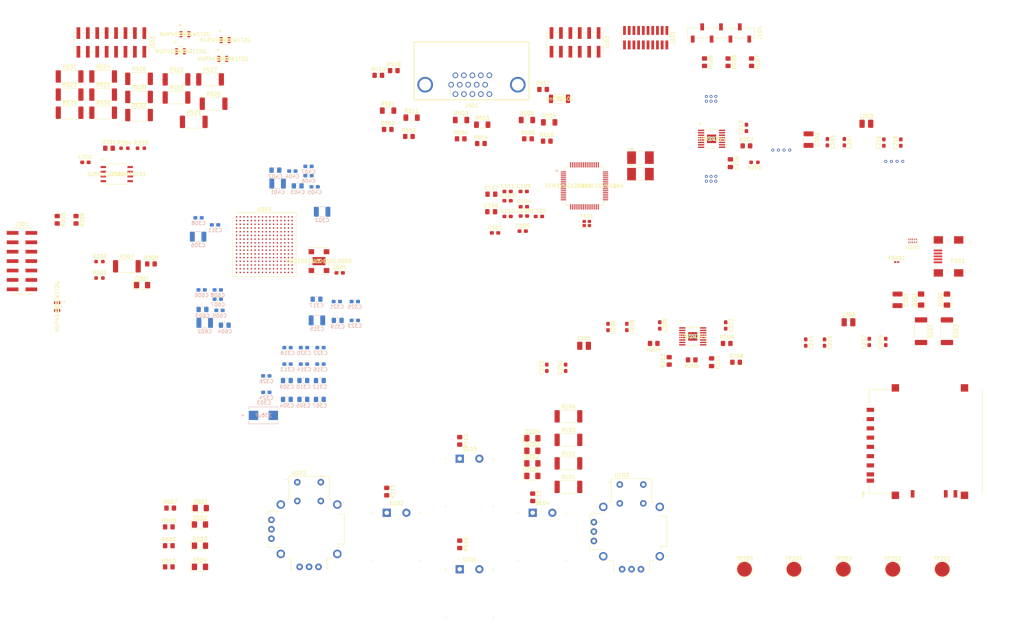
<source format=kicad_pcb>
(kicad_pcb (version 20171130) (host pcbnew "(5.1.10)-1")
  (layers (0 F.Cu signal) (1 3V3 power) (2 GND power) (3 Sig1 signal) (4 Sig2 signal) (31 B.Cu signal) (35 F.Paste user) (36 B.SilkS user) (37 F.SilkS user) (38 B.Mask user) (39 F.Mask user) (44 Edge.Cuts user))
  (net 0 "")
  (net 1 GND)
  (net 2 +3V3)
  (net 3 "Net-(C106-Pad1)")
  (net 4 "Net-(C107-Pad1)")
  (net 5 "Net-(C201-Pad1)")
  (net 6 +5V)
  (net 7 +1V8)
  (net 8 "Net-(C209-Pad2)")
  (net 9 "Net-(C209-Pad1)")
  (net 10 "Net-(C210-Pad1)")
  (net 11 "Net-(C211-Pad1)")
  (net 12 "Net-(C212-Pad2)")
  (net 13 "Net-(C212-Pad1)")
  (net 14 "Net-(C213-Pad2)")
  (net 15 "Net-(C213-Pad1)")
  (net 16 +1V0)
  (net 17 "Net-(C501-Pad2)")
  (net 18 GPIO_LED0)
  (net 19 "Net-(D101-Pad1)")
  (net 20 GPIO_LED1)
  (net 21 "Net-(D102-Pad1)")
  (net 22 GPIO_LED2)
  (net 23 "Net-(D103-Pad1)")
  (net 24 GPIO_LED3)
  (net 25 "Net-(D104-Pad1)")
  (net 26 "Net-(D201-Pad1)")
  (net 27 "Net-(D202-Pad1)")
  (net 28 "Net-(D301-Pad2)")
  (net 29 "Net-(D501-Pad2)")
  (net 30 "Net-(D502-Pad2)")
  (net 31 "Net-(D503-Pad2)")
  (net 32 "Net-(D504-Pad2)")
  (net 33 "Net-(J101-Pad19)")
  (net 34 "Net-(J101-Pad17)")
  (net 35 MCU_RESETN)
  (net 36 DBG_SWO)
  (net 37 "Net-(J101-Pad11)")
  (net 38 DBG_SWCLK)
  (net 39 DBG_SWDIO)
  (net 40 "Net-(J101-Pad5)")
  (net 41 "Net-(J101-Pad3)")
  (net 42 "Net-(J101-Pad2)")
  (net 43 USART1_CTS)
  (net 44 USART1_RTS)
  (net 45 USART1_CS)
  (net 46 USART1_CLK)
  (net 47 USART1_RX)
  (net 48 USART1_TX)
  (net 49 "Net-(J103-Pad13)")
  (net 50 "Net-(J103-Pad12)")
  (net 51 SDIO_WP)
  (net 52 SDIO_CD)
  (net 53 SDIO_DAT2)
  (net 54 SDIO_DAT1)
  (net 55 SDIO_DAT0)
  (net 56 SDIO_CLK)
  (net 57 SDIO_CMD)
  (net 58 SDIO_DAT3)
  (net 59 "Net-(J104-Pad5)")
  (net 60 "Net-(J104-Pad3)")
  (net 61 "Net-(J104-Pad6)")
  (net 62 "Net-(J104-Pad4)")
  (net 63 "Net-(J104-Pad2)")
  (net 64 "Net-(J301-Pad14)")
  (net 65 "Net-(J301-Pad12)")
  (net 66 /FPGA/TDI_JTAG)
  (net 67 /FPGA/TDO_JTAG)
  (net 68 /FPGA/TCK_JTAG)
  (net 69 /FPGA/TMS_JTAG)
  (net 70 "Net-(J501-Pad15)")
  (net 71 "Net-(J501-Pad14)")
  (net 72 "Net-(J501-Pad13)")
  (net 73 "Net-(J501-Pad12)")
  (net 74 "Net-(J501-Pad11)")
  (net 75 "Net-(J501-Pad9)")
  (net 76 "Net-(J501-Pad4)")
  (net 77 "Net-(J501-Pad3)")
  (net 78 "Net-(J501-Pad2)")
  (net 79 "Net-(J501-Pad1)")
  (net 80 "Net-(J502-Pad14)")
  (net 81 "Net-(J502-Pad13)")
  (net 82 "Net-(J502-Pad12)")
  (net 83 "Net-(J502-Pad11)")
  (net 84 "Net-(J502-Pad10)")
  (net 85 "Net-(J502-Pad9)")
  (net 86 "Net-(J502-Pad8)")
  (net 87 "Net-(J502-Pad7)")
  (net 88 "Net-(J502-Pad6)")
  (net 89 "Net-(J502-Pad5)")
  (net 90 "Net-(J502-Pad4)")
  (net 91 "Net-(J502-Pad3)")
  (net 92 "Net-(J502-Pad2)")
  (net 93 "Net-(J502-Pad1)")
  (net 94 "Net-(P201-Pad4)")
  (net 95 USB_D+)
  (net 96 USB_D-)
  (net 97 "Net-(P201-PadSH)")
  (net 98 "Net-(R105-Pad2)")
  (net 99 "Net-(R106-Pad2)")
  (net 100 GPIO_PD8)
  (net 101 GPIO_PB12)
  (net 102 GPIO_PB11)
  (net 103 GPIO_BTN0)
  (net 104 GPIO_BTN1)
  (net 105 GPIO_BTN2)
  (net 106 GPIO_BTN3)
  (net 107 "Net-(R203-Pad2)")
  (net 108 "Net-(R205-Pad2)")
  (net 109 "Net-(R206-Pad2)")
  (net 110 "Net-(R208-Pad2)")
  (net 111 /FPGA/IOB14/QSPI_CS)
  (net 112 FPGA_PROGRAM_B)
  (net 113 /FPGA/IOB14/QSPI_DQ2)
  (net 114 "Net-(R305-Pad2)")
  (net 115 FPGA_DONE)
  (net 116 /FPGA/IOB14/QSPI_DQ3)
  (net 117 VGA_R0)
  (net 118 VGA_R2)
  (net 119 VGA_G0)
  (net 120 VGA_G2)
  (net 121 VGA_B0)
  (net 122 VGA_B2)
  (net 123 FPGA_LED0)
  (net 124 FPGA_LED1)
  (net 125 FPGA_LED2)
  (net 126 FPGA_LED3)
  (net 127 VGA_R1)
  (net 128 VGA_R3)
  (net 129 VGA_G1)
  (net 130 VGA_G3)
  (net 131 VGA_B1)
  (net 132 VGA_B3)
  (net 133 VGA_HS)
  (net 134 VGA_VS)
  (net 135 FPGA_EXT_IO2)
  (net 136 FPGA_EXT_IO4)
  (net 137 FPGA_EXT_IO6)
  (net 138 FPGA_EXT_IO0)
  (net 139 FPGA_EXT_IO3)
  (net 140 FPGA_EXT_IO5)
  (net 141 FPGA_EXT_IO1)
  (net 142 FPGA_EXT_IO9)
  (net 143 FPGA_EXT_IO11)
  (net 144 FPGA_EXT_IO13)
  (net 145 FPGA_EXT_IO7)
  (net 146 FPGA_EXT_IO10)
  (net 147 FPGA_EXT_IO12)
  (net 148 FPGA_EXT_IO8)
  (net 149 FPGA_MCU_GPIO_0)
  (net 150 FPGA_MCU_GPIO_1)
  (net 151 FPGA_MCU_GPIO_2)
  (net 152 FPGA_MCU_GPIO_3)
  (net 153 "Net-(U101-Pad45)")
  (net 154 "Net-(U101-Pad37)")
  (net 155 GPIO_JSV1)
  (net 156 48MHZ_P1)
  (net 157 48MHZ_P3)
  (net 158 GPIO_JSH0)
  (net 159 GPIO_JSV0)
  (net 160 GPIO_JSH1)
  (net 161 FPGA_MCU_USART_CTS)
  (net 162 FPGA_MCU_USART_RTS)
  (net 163 FPGA_MCU_USART_CS)
  (net 164 FPGA_MCU_USART_CLK)
  (net 165 FPGA_MCU_USART_TX)
  (net 166 FPGA_MCU_USART_RX)
  (net 167 "Net-(U102-PadS1)")
  (net 168 "Net-(U102-PadB2A)")
  (net 169 "Net-(U102-PadB1A)")
  (net 170 "Net-(U103-PadS1)")
  (net 171 "Net-(U103-PadB2A)")
  (net 172 "Net-(U103-PadB1A)")
  (net 173 "Net-(U201-Pad10)")
  (net 174 "Net-(U201-Pad9)")
  (net 175 "Net-(U201-Pad7)")
  (net 176 "Net-(U201-Pad6)")
  (net 177 "Net-(U201-Pad5)")
  (net 178 R1_PG)
  (net 179 "Net-(U202-Pad7)")
  (net 180 "Net-(U202-Pad6)")
  (net 181 "Net-(U202-Pad3)")
  (net 182 "Net-(U202-Pad2)")
  (net 183 "Net-(U203-Pad11)")
  (net 184 "Net-(U301-Pad6)")
  (net 185 /FPGA/IOB14/QSPI_DQ0)
  (net 186 /FPGA/IOB14/QSPI_DQ1)
  (net 187 "Net-(U303-PadT12)")
  (net 188 "Net-(U303-PadR12)")
  (net 189 "Net-(U303-PadP11)")
  (net 190 "Net-(U303-PadP10)")
  (net 191 "Net-(U303-PadP6)")
  (net 192 /FPGA/IOB14/GCLK100)
  (net 193 "Net-(U303-PadM15)")
  (net 194 "Net-(U303-PadM14)")
  (net 195 "Net-(U303-PadL14)")
  (net 196 "Net-(U303-PadL13)")
  (net 197 "Net-(U303-PadK13)")
  (net 198 FPGA_EXT_IO30)
  (net 199 "Net-(U303-PadK8)")
  (net 200 "Net-(U303-PadK7)")
  (net 201 "Net-(U303-PadJ16)")
  (net 202 "Net-(U303-PadJ15)")
  (net 203 "Net-(U303-PadH16)")
  (net 204 "Net-(U303-PadH14)")
  (net 205 "Net-(U303-PadH13)")
  (net 206 "Net-(U303-PadH12)")
  (net 207 "Net-(U303-PadH11)")
  (net 208 "Net-(U303-PadG16)")
  (net 209 "Net-(U303-PadG15)")
  (net 210 "Net-(U303-PadG14)")
  (net 211 "Net-(U303-PadG12)")
  (net 212 "Net-(U303-PadG11)")
  (net 213 "Net-(U303-PadF15)")
  (net 214 "Net-(U303-PadF14)")
  (net 215 "Net-(U303-PadF12)")
  (net 216 "Net-(U303-PadE15)")
  (net 217 "Net-(U303-PadE13)")
  (net 218 "Net-(U303-PadE12)")
  (net 219 "Net-(U303-PadE11)")
  (net 220 "Net-(U303-PadD15)")
  (net 221 "Net-(U303-PadD14)")
  (net 222 "Net-(U303-PadD11)")
  (net 223 "Net-(U303-PadD10)")
  (net 224 "Net-(U303-PadD9)")
  (net 225 "Net-(U303-PadC16)")
  (net 226 "Net-(U303-PadC14)")
  (net 227 "Net-(U303-PadC12)")
  (net 228 "Net-(U303-PadC11)")
  (net 229 "Net-(U303-PadC9)")
  (net 230 "Net-(U303-PadC8)")
  (net 231 "Net-(U303-PadB16)")
  (net 232 "Net-(U303-PadB15)")
  (net 233 "Net-(U303-PadB14)")
  (net 234 "Net-(U303-PadB11)")
  (net 235 "Net-(U303-PadB9)")
  (net 236 "Net-(U303-PadA15)")
  (net 237 "Net-(U303-PadA14)")
  (net 238 "Net-(U303-PadA13)")
  (net 239 "Net-(U303-PadA9)")
  (net 240 "Net-(U303-PadA8)")
  (net 241 "Net-(U501-Pad4)")
  (net 242 "Net-(U504-Pad4)")
  (net 243 "Net-(U601-Pad5)")
  (module Crystal:Crystal_SMD_2016-4Pin_2.0x1.6mm (layer F.Cu) (at 177.165 67.31)
    (fp_text reference Y101 (at 0 -2) (layer F.SilkS))
    (fp_text value 48MHz)
    (pad 4 smd rect (at -0.7 -0.55) (size 0.9 0.8) (layers F.Cu F.Paste F.Mask) (net 1 GND))
    (pad 3 smd rect (at 0.7 -0.55) (size 0.9 0.8) (layers F.Cu F.Paste F.Mask) (net 157 48MHZ_P3))
    (pad 2 smd rect (at 0.7 0.55) (size 0.9 0.8) (layers F.Cu F.Paste F.Mask) (net 1 GND))
    (pad 1 smd rect (at -0.7 0.55) (size 0.9 0.8) (layers F.Cu F.Paste F.Mask) (net 156 48MHZ_P1))
  )
  (module DSC1001AL5-100.0000:DSC1001AL5-100.0000 (layer F.Cu) (at 104.902 77.47)
    (fp_text reference U601 (at 0 0) (layer F.SilkS))
    (fp_text value DSC1001AL5-100.0000 (at 0 0) (layer F.SilkS))
    (fp_text user * (at 0 0) (layer F.SilkS))
    (pad 5 smd rect (at 0 0) (size 3.500001 2.2) (layers F.Cu F.Paste F.Mask) (net 243 "Net-(U601-Pad5)"))
    (pad 4 smd rect (at 2.049998 -2.54) (size 1.499999 1.35) (layers F.Cu F.Paste F.Mask) (net 2 +3V3))
    (pad 3 smd rect (at 2.049998 2.54) (size 1.499999 1.35) (layers F.Cu F.Paste F.Mask) (net 192 /FPGA/IOB14/GCLK100))
    (pad 2 smd rect (at -2.049998 2.54) (size 1.499999 1.35) (layers F.Cu F.Paste F.Mask) (net 1 GND))
    (pad 1 smd rect (at -2.049998 -2.54) (size 1.499999 1.35) (layers F.Cu F.Paste F.Mask) (net 2 +3V3))
  )
  (module NUP4114UCW1T2G-footprint:NUP4114UCW1T2G (layer F.Cu) (at 68.733899 16.211736)
    (fp_text reference U504 (at 0 0) (layer F.SilkS))
    (fp_text value NUP4114UCW1T2G (at 0 0) (layer F.SilkS))
    (fp_text user * (at -1.318 -2.1478) (layer F.SilkS))
    (fp_text user * (at -1.318 -2.1478) (layer F.SilkS))
    (pad 6 smd rect (at 1.064001 -0.649999) (size 0.781799 0.3548) (layers F.Cu F.Paste F.Mask) (net 2 +3V3))
    (pad 5 smd rect (at 1.064001 0) (size 0.781799 0.3548) (layers F.Cu F.Paste F.Mask))
    (pad 4 smd rect (at 1.064001 0.649999) (size 0.781799 0.3548) (layers F.Cu F.Paste F.Mask) (net 242 "Net-(U504-Pad4)"))
    (pad 3 smd rect (at -1.064001 0.649999) (size 0.781799 0.3548) (layers F.Cu F.Paste F.Mask) (net 80 "Net-(J502-Pad14)"))
    (pad 2 smd rect (at -1.064001 0) (size 0.781799 0.3548) (layers F.Cu F.Paste F.Mask) (net 1 GND))
    (pad 1 smd rect (at -1.064001 -0.649999) (size 0.781799 0.3548) (layers F.Cu F.Paste F.Mask) (net 84 "Net-(J502-Pad10)"))
  )
  (module NUP4114UCW1T2G-footprint:NUP4114UCW1T2G (layer F.Cu) (at 67.533899 20.821736)
    (fp_text reference U503 (at 0 0) (layer F.SilkS))
    (fp_text value NUP4114UCW1T2G (at 0 0) (layer F.SilkS))
    (fp_text user * (at -1.318 -2.1478) (layer F.SilkS))
    (fp_text user * (at -1.318 -2.1478) (layer F.SilkS))
    (pad 6 smd rect (at 1.064001 -0.649999) (size 0.781799 0.3548) (layers F.Cu F.Paste F.Mask) (net 2 +3V3))
    (pad 5 smd rect (at 1.064001 0) (size 0.781799 0.3548) (layers F.Cu F.Paste F.Mask))
    (pad 4 smd rect (at 1.064001 0.649999) (size 0.781799 0.3548) (layers F.Cu F.Paste F.Mask) (net 88 "Net-(J502-Pad6)"))
    (pad 3 smd rect (at -1.064001 0.649999) (size 0.781799 0.3548) (layers F.Cu F.Paste F.Mask) (net 86 "Net-(J502-Pad8)"))
    (pad 2 smd rect (at -1.064001 0) (size 0.781799 0.3548) (layers F.Cu F.Paste F.Mask) (net 1 GND))
    (pad 1 smd rect (at -1.064001 -0.649999) (size 0.781799 0.3548) (layers F.Cu F.Paste F.Mask) (net 92 "Net-(J502-Pad2)"))
  )
  (module NUP4114UCW1T2G-footprint:NUP4114UCW1T2G (layer F.Cu) (at 78.945999 22.874999)
    (fp_text reference U502 (at 0 0) (layer F.SilkS))
    (fp_text value NUP4114UCW1T2G (at 0 0) (layer F.SilkS))
    (fp_text user * (at -1.318 -2.1478) (layer F.SilkS))
    (fp_text user * (at -1.318 -2.1478) (layer F.SilkS))
    (pad 6 smd rect (at 1.064001 -0.649999) (size 0.781799 0.3548) (layers F.Cu F.Paste F.Mask) (net 2 +3V3))
    (pad 5 smd rect (at 1.064001 0) (size 0.781799 0.3548) (layers F.Cu F.Paste F.Mask))
    (pad 4 smd rect (at 1.064001 0.649999) (size 0.781799 0.3548) (layers F.Cu F.Paste F.Mask) (net 89 "Net-(J502-Pad5)"))
    (pad 3 smd rect (at -1.064001 0.649999) (size 0.781799 0.3548) (layers F.Cu F.Paste F.Mask) (net 87 "Net-(J502-Pad7)"))
    (pad 2 smd rect (at -1.064001 0) (size 0.781799 0.3548) (layers F.Cu F.Paste F.Mask) (net 1 GND))
    (pad 1 smd rect (at -1.064001 -0.649999) (size 0.781799 0.3548) (layers F.Cu F.Paste F.Mask) (net 93 "Net-(J502-Pad1)"))
  )
  (module NUP4114UCW1T2G-footprint:NUP4114UCW1T2G (layer F.Cu) (at 79.580999 17.794999)
    (fp_text reference U501 (at 0 0) (layer F.SilkS))
    (fp_text value NUP4114UCW1T2G (at 0 0) (layer F.SilkS))
    (fp_text user * (at -1.318 -2.1478) (layer F.SilkS))
    (fp_text user * (at -1.318 -2.1478) (layer F.SilkS))
    (pad 6 smd rect (at 1.064001 -0.649999) (size 0.781799 0.3548) (layers F.Cu F.Paste F.Mask) (net 2 +3V3))
    (pad 5 smd rect (at 1.064001 0) (size 0.781799 0.3548) (layers F.Cu F.Paste F.Mask))
    (pad 4 smd rect (at 1.064001 0.649999) (size 0.781799 0.3548) (layers F.Cu F.Paste F.Mask) (net 241 "Net-(U501-Pad4)"))
    (pad 3 smd rect (at -1.064001 0.649999) (size 0.781799 0.3548) (layers F.Cu F.Paste F.Mask) (net 81 "Net-(J502-Pad13)"))
    (pad 2 smd rect (at -1.064001 0) (size 0.781799 0.3548) (layers F.Cu F.Paste F.Mask) (net 1 GND))
    (pad 1 smd rect (at -1.064001 -0.649999) (size 0.781799 0.3548) (layers F.Cu F.Paste F.Mask) (net 85 "Net-(J502-Pad9)"))
  )
  (module Package_BGA:Xilinx_FTG256 (layer F.Cu) (at 90.17 73.025)
    (fp_text reference U303 (at 0 -9.5) (layer F.SilkS))
    (fp_text value XC7A100T-FTG256-tdt4295)
    (pad T16 smd circle (at 7.5 7.5) (size 0.4 0.4) (layers F.Cu F.Paste F.Mask) (net 1 GND))
    (pad T15 smd circle (at 6.5 7.5) (size 0.4 0.4) (layers F.Cu F.Paste F.Mask) (net 148 FPGA_EXT_IO8))
    (pad T14 smd circle (at 5.5 7.5) (size 0.4 0.4) (layers F.Cu F.Paste F.Mask) (net 145 FPGA_EXT_IO7))
    (pad T13 smd circle (at 4.5 7.5) (size 0.4 0.4) (layers F.Cu F.Paste F.Mask) (net 127 VGA_R1))
    (pad T12 smd circle (at 3.5 7.5) (size 0.4 0.4) (layers F.Cu F.Paste F.Mask) (net 187 "Net-(U303-PadT12)"))
    (pad T11 smd circle (at 2.5 7.5) (size 0.4 0.4) (layers F.Cu F.Paste F.Mask) (net 2 +3V3))
    (pad T10 smd circle (at 1.5 7.5) (size 0.4 0.4) (layers F.Cu F.Paste F.Mask) (net 134 VGA_VS))
    (pad T9 smd circle (at 0.5 7.5) (size 0.4 0.4) (layers F.Cu F.Paste F.Mask) (net 133 VGA_HS))
    (pad T8 smd circle (at -0.5 7.5) (size 0.4 0.4) (layers F.Cu F.Paste F.Mask) (net 130 VGA_G3))
    (pad T7 smd circle (at -1.5 7.5) (size 0.4 0.4) (layers F.Cu F.Paste F.Mask) (net 120 VGA_G2))
    (pad T6 smd circle (at -2.5 7.5) (size 0.4 0.4) (layers F.Cu F.Paste F.Mask) (net 1 GND))
    (pad T5 smd circle (at -3.5 7.5) (size 0.4 0.4) (layers F.Cu F.Paste F.Mask) (net 124 FPGA_LED1))
    (pad T4 smd circle (at -4.5 7.5) (size 0.4 0.4) (layers F.Cu F.Paste F.Mask))
    (pad T3 smd circle (at -5.5 7.5) (size 0.4 0.4) (layers F.Cu F.Paste F.Mask))
    (pad T2 smd circle (at -6.5 7.5) (size 0.4 0.4) (layers F.Cu F.Paste F.Mask))
    (pad T1 smd circle (at -7.5 7.5) (size 0.4 0.4) (layers F.Cu F.Paste F.Mask) (net 1 GND))
    (pad R16 smd circle (at 7.5 6.5) (size 0.4 0.4) (layers F.Cu F.Paste F.Mask) (net 137 FPGA_EXT_IO6))
    (pad R15 smd circle (at 6.5 6.5) (size 0.4 0.4) (layers F.Cu F.Paste F.Mask) (net 140 FPGA_EXT_IO5))
    (pad R14 smd circle (at 5.5 6.5) (size 0.4 0.4) (layers F.Cu F.Paste F.Mask) (net 2 +3V3))
    (pad R13 smd circle (at 4.5 6.5) (size 0.4 0.4) (layers F.Cu F.Paste F.Mask) (net 117 VGA_R0))
    (pad R12 smd circle (at 3.5 6.5) (size 0.4 0.4) (layers F.Cu F.Paste F.Mask) (net 188 "Net-(U303-PadR12)"))
    (pad R11 smd circle (at 2.5 6.5) (size 0.4 0.4) (layers F.Cu F.Paste F.Mask) (net 128 VGA_R3))
    (pad R10 smd circle (at 1.5 6.5) (size 0.4 0.4) (layers F.Cu F.Paste F.Mask) (net 118 VGA_R2))
    (pad R9 smd circle (at 0.5 6.5) (size 0.4 0.4) (layers F.Cu F.Paste F.Mask) (net 1 GND))
    (pad R8 smd circle (at -0.5 6.5) (size 0.4 0.4) (layers F.Cu F.Paste F.Mask) (net 129 VGA_G1))
    (pad R7 smd circle (at -1.5 6.5) (size 0.4 0.4) (layers F.Cu F.Paste F.Mask) (net 126 FPGA_LED3))
    (pad R6 smd circle (at -2.5 6.5) (size 0.4 0.4) (layers F.Cu F.Paste F.Mask) (net 125 FPGA_LED2))
    (pad R5 smd circle (at -3.5 6.5) (size 0.4 0.4) (layers F.Cu F.Paste F.Mask) (net 123 FPGA_LED0))
    (pad R4 smd circle (at -4.5 6.5) (size 0.4 0.4) (layers F.Cu F.Paste F.Mask) (net 1 GND))
    (pad R3 smd circle (at -5.5 6.5) (size 0.4 0.4) (layers F.Cu F.Paste F.Mask))
    (pad R2 smd circle (at -6.5 6.5) (size 0.4 0.4) (layers F.Cu F.Paste F.Mask))
    (pad R1 smd circle (at -7.5 6.5) (size 0.4 0.4) (layers F.Cu F.Paste F.Mask))
    (pad P16 smd circle (at 7.5 5.5) (size 0.4 0.4) (layers F.Cu F.Paste F.Mask) (net 136 FPGA_EXT_IO4))
    (pad P15 smd circle (at 6.5 5.5) (size 0.4 0.4) (layers F.Cu F.Paste F.Mask) (net 139 FPGA_EXT_IO3))
    (pad P14 smd circle (at 5.5 5.5) (size 0.4 0.4) (layers F.Cu F.Paste F.Mask) (net 147 FPGA_EXT_IO12))
    (pad P13 smd circle (at 4.5 5.5) (size 0.4 0.4) (layers F.Cu F.Paste F.Mask) (net 146 FPGA_EXT_IO10))
    (pad P12 smd circle (at 3.5 5.5) (size 0.4 0.4) (layers F.Cu F.Paste F.Mask) (net 1 GND))
    (pad P11 smd circle (at 2.5 5.5) (size 0.4 0.4) (layers F.Cu F.Paste F.Mask) (net 189 "Net-(U303-PadP11)"))
    (pad P10 smd circle (at 1.5 5.5) (size 0.4 0.4) (layers F.Cu F.Paste F.Mask) (net 190 "Net-(U303-PadP10)"))
    (pad P9 smd circle (at 0.5 5.5) (size 0.4 0.4) (layers F.Cu F.Paste F.Mask) (net 131 VGA_B1))
    (pad P8 smd circle (at -0.5 5.5) (size 0.4 0.4) (layers F.Cu F.Paste F.Mask) (net 119 VGA_G0))
    (pad P7 smd circle (at -1.5 5.5) (size 0.4 0.4) (layers F.Cu F.Paste F.Mask) (net 2 +3V3))
    (pad P6 smd circle (at -2.5 5.5) (size 0.4 0.4) (layers F.Cu F.Paste F.Mask) (net 191 "Net-(U303-PadP6)"))
    (pad P5 smd circle (at -3.5 5.5) (size 0.4 0.4) (layers F.Cu F.Paste F.Mask))
    (pad P4 smd circle (at -4.5 5.5) (size 0.4 0.4) (layers F.Cu F.Paste F.Mask))
    (pad P3 smd circle (at -5.5 5.5) (size 0.4 0.4) (layers F.Cu F.Paste F.Mask))
    (pad P2 smd circle (at -6.5 5.5) (size 0.4 0.4) (layers F.Cu F.Paste F.Mask) (net 1 GND))
    (pad P1 smd circle (at -7.5 5.5) (size 0.4 0.4) (layers F.Cu F.Paste F.Mask))
    (pad N16 smd circle (at 7.5 4.5) (size 0.4 0.4) (layers F.Cu F.Paste F.Mask) (net 135 FPGA_EXT_IO2))
    (pad N15 smd circle (at 6.5 4.5) (size 0.4 0.4) (layers F.Cu F.Paste F.Mask) (net 1 GND))
    (pad N14 smd circle (at 5.5 4.5) (size 0.4 0.4) (layers F.Cu F.Paste F.Mask) (net 143 FPGA_EXT_IO11))
    (pad N13 smd circle (at 4.5 4.5) (size 0.4 0.4) (layers F.Cu F.Paste F.Mask) (net 142 FPGA_EXT_IO9))
    (pad N12 smd circle (at 3.5 4.5) (size 0.4 0.4) (layers F.Cu F.Paste F.Mask) (net 192 /FPGA/IOB14/GCLK100))
    (pad N11 smd circle (at 2.5 4.5) (size 0.4 0.4) (layers F.Cu F.Paste F.Mask) (net 144 FPGA_EXT_IO13))
    (pad N10 smd circle (at 1.5 4.5) (size 0.4 0.4) (layers F.Cu F.Paste F.Mask) (net 2 +3V3))
    (pad N9 smd circle (at 0.5 4.5) (size 0.4 0.4) (layers F.Cu F.Paste F.Mask) (net 121 VGA_B0))
    (pad N8 smd circle (at -0.5 4.5) (size 0.4 0.4) (layers F.Cu F.Paste F.Mask) (net 67 /FPGA/TDO_JTAG))
    (pad N7 smd circle (at -1.5 4.5) (size 0.4 0.4) (layers F.Cu F.Paste F.Mask) (net 66 /FPGA/TDI_JTAG))
    (pad N6 smd circle (at -2.5 4.5) (size 0.4 0.4) (layers F.Cu F.Paste F.Mask) (net 132 VGA_B3))
    (pad N5 smd circle (at -3.5 4.5) (size 0.4 0.4) (layers F.Cu F.Paste F.Mask) (net 1 GND))
    (pad N4 smd circle (at -4.5 4.5) (size 0.4 0.4) (layers F.Cu F.Paste F.Mask))
    (pad N3 smd circle (at -5.5 4.5) (size 0.4 0.4) (layers F.Cu F.Paste F.Mask))
    (pad N2 smd circle (at -6.5 4.5) (size 0.4 0.4) (layers F.Cu F.Paste F.Mask))
    (pad N1 smd circle (at -7.5 4.5) (size 0.4 0.4) (layers F.Cu F.Paste F.Mask))
    (pad M16 smd circle (at 7.5 3.5) (size 0.4 0.4) (layers F.Cu F.Paste F.Mask) (net 141 FPGA_EXT_IO1))
    (pad M15 smd circle (at 6.5 3.5) (size 0.4 0.4) (layers F.Cu F.Paste F.Mask) (net 193 "Net-(U303-PadM15)"))
    (pad M14 smd circle (at 5.5 3.5) (size 0.4 0.4) (layers F.Cu F.Paste F.Mask) (net 194 "Net-(U303-PadM14)"))
    (pad M13 smd circle (at 4.5 3.5) (size 0.4 0.4) (layers F.Cu F.Paste F.Mask) (net 2 +3V3))
    (pad M12 smd circle (at 3.5 3.5) (size 0.4 0.4) (layers F.Cu F.Paste F.Mask) (net 138 FPGA_EXT_IO0))
    (pad M11 smd circle (at 2.5 3.5) (size 0.4 0.4) (layers F.Cu F.Paste F.Mask) (net 1 GND))
    (pad M10 smd circle (at 1.5 3.5) (size 0.4 0.4) (layers F.Cu F.Paste F.Mask) (net 1 GND))
    (pad M9 smd circle (at 0.5 3.5) (size 0.4 0.4) (layers F.Cu F.Paste F.Mask) (net 2 +3V3))
    (pad M8 smd circle (at -0.5 3.5) (size 0.4 0.4) (layers F.Cu F.Paste F.Mask) (net 1 GND))
    (pad M7 smd circle (at -1.5 3.5) (size 0.4 0.4) (layers F.Cu F.Paste F.Mask) (net 69 /FPGA/TMS_JTAG))
    (pad M6 smd circle (at -2.5 3.5) (size 0.4 0.4) (layers F.Cu F.Paste F.Mask) (net 122 VGA_B2))
    (pad M5 smd circle (at -3.5 3.5) (size 0.4 0.4) (layers F.Cu F.Paste F.Mask))
    (pad M4 smd circle (at -4.5 3.5) (size 0.4 0.4) (layers F.Cu F.Paste F.Mask))
    (pad M3 smd circle (at -5.5 3.5) (size 0.4 0.4) (layers F.Cu F.Paste F.Mask) (net 1 GND))
    (pad M2 smd circle (at -6.5 3.5) (size 0.4 0.4) (layers F.Cu F.Paste F.Mask))
    (pad M1 smd circle (at -7.5 3.5) (size 0.4 0.4) (layers F.Cu F.Paste F.Mask))
    (pad L16 smd circle (at 7.5 2.5) (size 0.4 0.4) (layers F.Cu F.Paste F.Mask) (net 2 +3V3))
    (pad L15 smd circle (at 6.5 2.5) (size 0.4 0.4) (layers F.Cu F.Paste F.Mask) (net 1 GND))
    (pad L14 smd circle (at 5.5 2.5) (size 0.4 0.4) (layers F.Cu F.Paste F.Mask) (net 195 "Net-(U303-PadL14)"))
    (pad L13 smd circle (at 4.5 2.5) (size 0.4 0.4) (layers F.Cu F.Paste F.Mask) (net 196 "Net-(U303-PadL13)"))
    (pad L12 smd circle (at 3.5 2.5) (size 0.4 0.4) (layers F.Cu F.Paste F.Mask) (net 111 /FPGA/IOB14/QSPI_CS))
    (pad L11 smd circle (at 2.5 2.5) (size 0.4 0.4) (layers F.Cu F.Paste F.Mask) (net 1 GND))
    (pad L10 smd circle (at 1.5 2.5) (size 0.4 0.4) (layers F.Cu F.Paste F.Mask) (net 7 +1V8))
    (pad L9 smd circle (at 0.5 2.5) (size 0.4 0.4) (layers F.Cu F.Paste F.Mask) (net 112 FPGA_PROGRAM_B))
    (pad L8 smd circle (at -0.5 2.5) (size 0.4 0.4) (layers F.Cu F.Paste F.Mask) (net 16 +1V0))
    (pad L7 smd circle (at -1.5 2.5) (size 0.4 0.4) (layers F.Cu F.Paste F.Mask) (net 68 /FPGA/TCK_JTAG))
    (pad L6 smd circle (at -2.5 2.5) (size 0.4 0.4) (layers F.Cu F.Paste F.Mask) (net 2 +3V3))
    (pad L5 smd circle (at -3.5 2.5) (size 0.4 0.4) (layers F.Cu F.Paste F.Mask))
    (pad L4 smd circle (at -4.5 2.5) (size 0.4 0.4) (layers F.Cu F.Paste F.Mask))
    (pad L3 smd circle (at -5.5 2.5) (size 0.4 0.4) (layers F.Cu F.Paste F.Mask))
    (pad L2 smd circle (at -6.5 2.5) (size 0.4 0.4) (layers F.Cu F.Paste F.Mask))
    (pad L1 smd circle (at -7.5 2.5) (size 0.4 0.4) (layers F.Cu F.Paste F.Mask) (net 1 GND))
    (pad K16 smd circle (at 7.5 1.5) (size 0.4 0.4) (layers F.Cu F.Paste F.Mask) (net 116 /FPGA/IOB14/QSPI_DQ3))
    (pad K15 smd circle (at 6.5 1.5) (size 0.4 0.4) (layers F.Cu F.Paste F.Mask) (net 113 /FPGA/IOB14/QSPI_DQ2))
    (pad K14 smd circle (at 5.5 1.5) (size 0.4 0.4) (layers F.Cu F.Paste F.Mask) (net 1 GND))
    (pad K13 smd circle (at 4.5 1.5) (size 0.4 0.4) (layers F.Cu F.Paste F.Mask) (net 197 "Net-(U303-PadK13)"))
    (pad K12 smd circle (at 3.5 1.5) (size 0.4 0.4) (layers F.Cu F.Paste F.Mask) (net 198 FPGA_EXT_IO30))
    (pad K11 smd circle (at 2.5 1.5) (size 0.4 0.4) (layers F.Cu F.Paste F.Mask) (net 7 +1V8))
    (pad K10 smd circle (at 1.5 1.5) (size 0.4 0.4) (layers F.Cu F.Paste F.Mask) (net 114 "Net-(R305-Pad2)"))
    (pad K9 smd circle (at 0.5 1.5) (size 0.4 0.4) (layers F.Cu F.Paste F.Mask) (net 16 +1V0))
    (pad K8 smd circle (at -0.5 1.5) (size 0.4 0.4) (layers F.Cu F.Paste F.Mask) (net 199 "Net-(U303-PadK8)"))
    (pad K7 smd circle (at -1.5 1.5) (size 0.4 0.4) (layers F.Cu F.Paste F.Mask) (net 200 "Net-(U303-PadK7)"))
    (pad K6 smd circle (at -2.5 1.5) (size 0.4 0.4) (layers F.Cu F.Paste F.Mask) (net 1 GND))
    (pad K5 smd circle (at -3.5 1.5) (size 0.4 0.4) (layers F.Cu F.Paste F.Mask))
    (pad K4 smd circle (at -4.5 1.5) (size 0.4 0.4) (layers F.Cu F.Paste F.Mask) (net 1 GND))
    (pad K3 smd circle (at -5.5 1.5) (size 0.4 0.4) (layers F.Cu F.Paste F.Mask))
    (pad K2 smd circle (at -6.5 1.5) (size 0.4 0.4) (layers F.Cu F.Paste F.Mask))
    (pad K1 smd circle (at -7.5 1.5) (size 0.4 0.4) (layers F.Cu F.Paste F.Mask))
    (pad J16 smd circle (at 7.5 0.5) (size 0.4 0.4) (layers F.Cu F.Paste F.Mask) (net 201 "Net-(U303-PadJ16)"))
    (pad J15 smd circle (at 6.5 0.5) (size 0.4 0.4) (layers F.Cu F.Paste F.Mask) (net 202 "Net-(U303-PadJ15)"))
    (pad J14 smd circle (at 5.5 0.5) (size 0.4 0.4) (layers F.Cu F.Paste F.Mask) (net 186 /FPGA/IOB14/QSPI_DQ1))
    (pad J13 smd circle (at 4.5 0.5) (size 0.4 0.4) (layers F.Cu F.Paste F.Mask) (net 185 /FPGA/IOB14/QSPI_DQ0))
    (pad J12 smd circle (at 3.5 0.5) (size 0.4 0.4) (layers F.Cu F.Paste F.Mask) (net 2 +3V3))
    (pad J11 smd circle (at 2.5 0.5) (size 0.4 0.4) (layers F.Cu F.Paste F.Mask) (net 1 GND))
    (pad J10 smd circle (at 1.5 0.5) (size 0.4 0.4) (layers F.Cu F.Paste F.Mask) (net 7 +1V8))
    (pad J9 smd circle (at 0.5 0.5) (size 0.4 0.4) (layers F.Cu F.Paste F.Mask) (net 1 GND))
    (pad J8 smd circle (at -0.5 0.5) (size 0.4 0.4) (layers F.Cu F.Paste F.Mask) (net 1 GND))
    (pad J7 smd circle (at -1.5 0.5) (size 0.4 0.4) (layers F.Cu F.Paste F.Mask) (net 1 GND))
    (pad J6 smd circle (at -2.5 0.5) (size 0.4 0.4) (layers F.Cu F.Paste F.Mask) (net 16 +1V0))
    (pad J5 smd circle (at -3.5 0.5) (size 0.4 0.4) (layers F.Cu F.Paste F.Mask))
    (pad J4 smd circle (at -4.5 0.5) (size 0.4 0.4) (layers F.Cu F.Paste F.Mask))
    (pad J3 smd circle (at -5.5 0.5) (size 0.4 0.4) (layers F.Cu F.Paste F.Mask))
    (pad J2 smd circle (at -6.5 0.5) (size 0.4 0.4) (layers F.Cu F.Paste F.Mask) (net 1 GND))
    (pad J1 smd circle (at -7.5 0.5) (size 0.4 0.4) (layers F.Cu F.Paste F.Mask))
    (pad H16 smd circle (at 7.5 -0.5) (size 0.4 0.4) (layers F.Cu F.Paste F.Mask) (net 203 "Net-(U303-PadH16)"))
    (pad H15 smd circle (at 6.5 -0.5) (size 0.4 0.4) (layers F.Cu F.Paste F.Mask) (net 2 +3V3))
    (pad H14 smd circle (at 5.5 -0.5) (size 0.4 0.4) (layers F.Cu F.Paste F.Mask) (net 204 "Net-(U303-PadH14)"))
    (pad H13 smd circle (at 4.5 -0.5) (size 0.4 0.4) (layers F.Cu F.Paste F.Mask) (net 205 "Net-(U303-PadH13)"))
    (pad H12 smd circle (at 3.5 -0.5) (size 0.4 0.4) (layers F.Cu F.Paste F.Mask) (net 206 "Net-(U303-PadH12)"))
    (pad H11 smd circle (at 2.5 -0.5) (size 0.4 0.4) (layers F.Cu F.Paste F.Mask) (net 207 "Net-(U303-PadH11)"))
    (pad H10 smd circle (at 1.5 -0.5) (size 0.4 0.4) (layers F.Cu F.Paste F.Mask) (net 115 FPGA_DONE))
    (pad H9 smd circle (at 0.5 -0.5) (size 0.4 0.4) (layers F.Cu F.Paste F.Mask) (net 16 +1V0))
    (pad H8 smd circle (at -0.5 -0.5) (size 0.4 0.4) (layers F.Cu F.Paste F.Mask) (net 1 GND))
    (pad H7 smd circle (at -1.5 -0.5) (size 0.4 0.4) (layers F.Cu F.Paste F.Mask) (net 1 GND))
    (pad H6 smd circle (at -2.5 -0.5) (size 0.4 0.4) (layers F.Cu F.Paste F.Mask) (net 1 GND))
    (pad H5 smd circle (at -3.5 -0.5) (size 0.4 0.4) (layers F.Cu F.Paste F.Mask))
    (pad H4 smd circle (at -4.5 -0.5) (size 0.4 0.4) (layers F.Cu F.Paste F.Mask))
    (pad H3 smd circle (at -5.5 -0.5) (size 0.4 0.4) (layers F.Cu F.Paste F.Mask))
    (pad H2 smd circle (at -6.5 -0.5) (size 0.4 0.4) (layers F.Cu F.Paste F.Mask))
    (pad H1 smd circle (at -7.5 -0.5) (size 0.4 0.4) (layers F.Cu F.Paste F.Mask))
    (pad G16 smd circle (at 7.5 -1.5) (size 0.4 0.4) (layers F.Cu F.Paste F.Mask) (net 208 "Net-(U303-PadG16)"))
    (pad G15 smd circle (at 6.5 -1.5) (size 0.4 0.4) (layers F.Cu F.Paste F.Mask) (net 209 "Net-(U303-PadG15)"))
    (pad G14 smd circle (at 5.5 -1.5) (size 0.4 0.4) (layers F.Cu F.Paste F.Mask) (net 210 "Net-(U303-PadG14)"))
    (pad G13 smd circle (at 4.5 -1.5) (size 0.4 0.4) (layers F.Cu F.Paste F.Mask) (net 1 GND))
    (pad G12 smd circle (at 3.5 -1.5) (size 0.4 0.4) (layers F.Cu F.Paste F.Mask) (net 211 "Net-(U303-PadG12)"))
    (pad G11 smd circle (at 2.5 -1.5) (size 0.4 0.4) (layers F.Cu F.Paste F.Mask) (net 212 "Net-(U303-PadG11)"))
    (pad G10 smd circle (at 1.5 -1.5) (size 0.4 0.4) (layers F.Cu F.Paste F.Mask) (net 7 +1V8))
    (pad G9 smd circle (at 0.5 -1.5) (size 0.4 0.4) (layers F.Cu F.Paste F.Mask) (net 1 GND))
    (pad G8 smd circle (at -0.5 -1.5) (size 0.4 0.4) (layers F.Cu F.Paste F.Mask) (net 7 +1V8))
    (pad G7 smd circle (at -1.5 -1.5) (size 0.4 0.4) (layers F.Cu F.Paste F.Mask) (net 1 GND))
    (pad G6 smd circle (at -2.5 -1.5) (size 0.4 0.4) (layers F.Cu F.Paste F.Mask) (net 16 +1V0))
    (pad G5 smd circle (at -3.5 -1.5) (size 0.4 0.4) (layers F.Cu F.Paste F.Mask))
    (pad G4 smd circle (at -4.5 -1.5) (size 0.4 0.4) (layers F.Cu F.Paste F.Mask))
    (pad G3 smd circle (at -5.5 -1.5) (size 0.4 0.4) (layers F.Cu F.Paste F.Mask) (net 1 GND))
    (pad G2 smd circle (at -6.5 -1.5) (size 0.4 0.4) (layers F.Cu F.Paste F.Mask))
    (pad G1 smd circle (at -7.5 -1.5) (size 0.4 0.4) (layers F.Cu F.Paste F.Mask))
    (pad F16 smd circle (at 7.5 -2.5) (size 0.4 0.4) (layers F.Cu F.Paste F.Mask) (net 1 GND))
    (pad F15 smd circle (at 6.5 -2.5) (size 0.4 0.4) (layers F.Cu F.Paste F.Mask) (net 213 "Net-(U303-PadF15)"))
    (pad F14 smd circle (at 5.5 -2.5) (size 0.4 0.4) (layers F.Cu F.Paste F.Mask) (net 214 "Net-(U303-PadF14)"))
    (pad F13 smd circle (at 4.5 -2.5) (size 0.4 0.4) (layers F.Cu F.Paste F.Mask) (net 150 FPGA_MCU_GPIO_1))
    (pad F12 smd circle (at 3.5 -2.5) (size 0.4 0.4) (layers F.Cu F.Paste F.Mask) (net 215 "Net-(U303-PadF12)"))
    (pad F11 smd circle (at 2.5 -2.5) (size 0.4 0.4) (layers F.Cu F.Paste F.Mask) (net 16 +1V0))
    (pad F10 smd circle (at 1.5 -2.5) (size 0.4 0.4) (layers F.Cu F.Paste F.Mask) (net 1 GND))
    (pad F9 smd circle (at 0.5 -2.5) (size 0.4 0.4) (layers F.Cu F.Paste F.Mask) (net 16 +1V0))
    (pad F8 smd circle (at -0.5 -2.5) (size 0.4 0.4) (layers F.Cu F.Paste F.Mask) (net 1 GND))
    (pad F7 smd circle (at -1.5 -2.5) (size 0.4 0.4) (layers F.Cu F.Paste F.Mask) (net 16 +1V0))
    (pad F6 smd circle (at -2.5 -2.5) (size 0.4 0.4) (layers F.Cu F.Paste F.Mask) (net 1 GND))
    (pad F5 smd circle (at -3.5 -2.5) (size 0.4 0.4) (layers F.Cu F.Paste F.Mask))
    (pad F4 smd circle (at -4.5 -2.5) (size 0.4 0.4) (layers F.Cu F.Paste F.Mask))
    (pad F3 smd circle (at -5.5 -2.5) (size 0.4 0.4) (layers F.Cu F.Paste F.Mask))
    (pad F2 smd circle (at -6.5 -2.5) (size 0.4 0.4) (layers F.Cu F.Paste F.Mask))
    (pad F1 smd circle (at -7.5 -2.5) (size 0.4 0.4) (layers F.Cu F.Paste F.Mask) (net 1 GND))
    (pad E16 smd circle (at 7.5 -3.5) (size 0.4 0.4) (layers F.Cu F.Paste F.Mask) (net 151 FPGA_MCU_GPIO_2))
    (pad E15 smd circle (at 6.5 -3.5) (size 0.4 0.4) (layers F.Cu F.Paste F.Mask) (net 216 "Net-(U303-PadE15)"))
    (pad E14 smd circle (at 5.5 -3.5) (size 0.4 0.4) (layers F.Cu F.Paste F.Mask) (net 2 +3V3))
    (pad E13 smd circle (at 4.5 -3.5) (size 0.4 0.4) (layers F.Cu F.Paste F.Mask) (net 217 "Net-(U303-PadE13)"))
    (pad E12 smd circle (at 3.5 -3.5) (size 0.4 0.4) (layers F.Cu F.Paste F.Mask) (net 218 "Net-(U303-PadE12)"))
    (pad E11 smd circle (at 2.5 -3.5) (size 0.4 0.4) (layers F.Cu F.Paste F.Mask) (net 219 "Net-(U303-PadE11)"))
    (pad E10 smd circle (at 1.5 -3.5) (size 0.4 0.4) (layers F.Cu F.Paste F.Mask) (net 16 +1V0))
    (pad E9 smd circle (at 0.5 -3.5) (size 0.4 0.4) (layers F.Cu F.Paste F.Mask) (net 1 GND))
    (pad E8 smd circle (at -0.5 -3.5) (size 0.4 0.4) (layers F.Cu F.Paste F.Mask) (net 184 "Net-(U301-Pad6)"))
    (pad E7 smd circle (at -1.5 -3.5) (size 0.4 0.4) (layers F.Cu F.Paste F.Mask) (net 2 +3V3))
    (pad E6 smd circle (at -2.5 -3.5) (size 0.4 0.4) (layers F.Cu F.Paste F.Mask))
    (pad E5 smd circle (at -3.5 -3.5) (size 0.4 0.4) (layers F.Cu F.Paste F.Mask))
    (pad E4 smd circle (at -4.5 -3.5) (size 0.4 0.4) (layers F.Cu F.Paste F.Mask) (net 1 GND))
    (pad E3 smd circle (at -5.5 -3.5) (size 0.4 0.4) (layers F.Cu F.Paste F.Mask))
    (pad E2 smd circle (at -6.5 -3.5) (size 0.4 0.4) (layers F.Cu F.Paste F.Mask))
    (pad E1 smd circle (at -7.5 -3.5) (size 0.4 0.4) (layers F.Cu F.Paste F.Mask))
    (pad D16 smd circle (at 7.5 -4.5) (size 0.4 0.4) (layers F.Cu F.Paste F.Mask) (net 152 FPGA_MCU_GPIO_3))
    (pad D15 smd circle (at 6.5 -4.5) (size 0.4 0.4) (layers F.Cu F.Paste F.Mask) (net 220 "Net-(U303-PadD15)"))
    (pad D14 smd circle (at 5.5 -4.5) (size 0.4 0.4) (layers F.Cu F.Paste F.Mask) (net 221 "Net-(U303-PadD14)"))
    (pad D13 smd circle (at 4.5 -4.5) (size 0.4 0.4) (layers F.Cu F.Paste F.Mask) (net 164 FPGA_MCU_USART_CLK))
    (pad D12 smd circle (at 3.5 -4.5) (size 0.4 0.4) (layers F.Cu F.Paste F.Mask) (net 1 GND))
    (pad D11 smd circle (at 2.5 -4.5) (size 0.4 0.4) (layers F.Cu F.Paste F.Mask) (net 222 "Net-(U303-PadD11)"))
    (pad D10 smd circle (at 1.5 -4.5) (size 0.4 0.4) (layers F.Cu F.Paste F.Mask) (net 223 "Net-(U303-PadD10)"))
    (pad D9 smd circle (at 0.5 -4.5) (size 0.4 0.4) (layers F.Cu F.Paste F.Mask) (net 224 "Net-(U303-PadD9)"))
    (pad D8 smd circle (at -0.5 -4.5) (size 0.4 0.4) (layers F.Cu F.Paste F.Mask) (net 161 FPGA_MCU_USART_CTS))
    (pad D7 smd circle (at -1.5 -4.5) (size 0.4 0.4) (layers F.Cu F.Paste F.Mask) (net 1 GND))
    (pad D6 smd circle (at -2.5 -4.5) (size 0.4 0.4) (layers F.Cu F.Paste F.Mask))
    (pad D5 smd circle (at -3.5 -4.5) (size 0.4 0.4) (layers F.Cu F.Paste F.Mask))
    (pad D4 smd circle (at -4.5 -4.5) (size 0.4 0.4) (layers F.Cu F.Paste F.Mask))
    (pad D3 smd circle (at -5.5 -4.5) (size 0.4 0.4) (layers F.Cu F.Paste F.Mask))
    (pad D2 smd circle (at -6.5 -4.5) (size 0.4 0.4) (layers F.Cu F.Paste F.Mask) (net 1 GND))
    (pad D1 smd circle (at -7.5 -4.5) (size 0.4 0.4) (layers F.Cu F.Paste F.Mask))
    (pad C16 smd circle (at 7.5 -5.5) (size 0.4 0.4) (layers F.Cu F.Paste F.Mask) (net 225 "Net-(U303-PadC16)"))
    (pad C15 smd circle (at 6.5 -5.5) (size 0.4 0.4) (layers F.Cu F.Paste F.Mask) (net 1 GND))
    (pad C14 smd circle (at 5.5 -5.5) (size 0.4 0.4) (layers F.Cu F.Paste F.Mask) (net 226 "Net-(U303-PadC14)"))
    (pad C13 smd circle (at 4.5 -5.5) (size 0.4 0.4) (layers F.Cu F.Paste F.Mask) (net 149 FPGA_MCU_GPIO_0))
    (pad C12 smd circle (at 3.5 -5.5) (size 0.4 0.4) (layers F.Cu F.Paste F.Mask) (net 227 "Net-(U303-PadC12)"))
    (pad C11 smd circle (at 2.5 -5.5) (size 0.4 0.4) (layers F.Cu F.Paste F.Mask) (net 228 "Net-(U303-PadC11)"))
    (pad C10 smd circle (at 1.5 -5.5) (size 0.4 0.4) (layers F.Cu F.Paste F.Mask) (net 2 +3V3))
    (pad C9 smd circle (at 0.5 -5.5) (size 0.4 0.4) (layers F.Cu F.Paste F.Mask) (net 229 "Net-(U303-PadC9)"))
    (pad C8 smd circle (at -0.5 -5.5) (size 0.4 0.4) (layers F.Cu F.Paste F.Mask) (net 230 "Net-(U303-PadC8)"))
    (pad C7 smd circle (at -1.5 -5.5) (size 0.4 0.4) (layers F.Cu F.Paste F.Mask))
    (pad C6 smd circle (at -2.5 -5.5) (size 0.4 0.4) (layers F.Cu F.Paste F.Mask))
    (pad C5 smd circle (at -3.5 -5.5) (size 0.4 0.4) (layers F.Cu F.Paste F.Mask) (net 1 GND))
    (pad C4 smd circle (at -4.5 -5.5) (size 0.4 0.4) (layers F.Cu F.Paste F.Mask))
    (pad C3 smd circle (at -5.5 -5.5) (size 0.4 0.4) (layers F.Cu F.Paste F.Mask))
    (pad C2 smd circle (at -6.5 -5.5) (size 0.4 0.4) (layers F.Cu F.Paste F.Mask))
    (pad C1 smd circle (at -7.5 -5.5) (size 0.4 0.4) (layers F.Cu F.Paste F.Mask))
    (pad B16 smd circle (at 7.5 -6.5) (size 0.4 0.4) (layers F.Cu F.Paste F.Mask) (net 231 "Net-(U303-PadB16)"))
    (pad B15 smd circle (at 6.5 -6.5) (size 0.4 0.4) (layers F.Cu F.Paste F.Mask) (net 232 "Net-(U303-PadB15)"))
    (pad B14 smd circle (at 5.5 -6.5) (size 0.4 0.4) (layers F.Cu F.Paste F.Mask) (net 233 "Net-(U303-PadB14)"))
    (pad B13 smd circle (at 4.5 -6.5) (size 0.4 0.4) (layers F.Cu F.Paste F.Mask) (net 2 +3V3))
    (pad B12 smd circle (at 3.5 -6.5) (size 0.4 0.4) (layers F.Cu F.Paste F.Mask) (net 163 FPGA_MCU_USART_CS))
    (pad B11 smd circle (at 2.5 -6.5) (size 0.4 0.4) (layers F.Cu F.Paste F.Mask) (net 234 "Net-(U303-PadB11)"))
    (pad B10 smd circle (at 1.5 -6.5) (size 0.4 0.4) (layers F.Cu F.Paste F.Mask) (net 166 FPGA_MCU_USART_RX))
    (pad B9 smd circle (at 0.5 -6.5) (size 0.4 0.4) (layers F.Cu F.Paste F.Mask) (net 235 "Net-(U303-PadB9)"))
    (pad B8 smd circle (at -0.5 -6.5) (size 0.4 0.4) (layers F.Cu F.Paste F.Mask) (net 1 GND))
    (pad B7 smd circle (at -1.5 -6.5) (size 0.4 0.4) (layers F.Cu F.Paste F.Mask))
    (pad B6 smd circle (at -2.5 -6.5) (size 0.4 0.4) (layers F.Cu F.Paste F.Mask))
    (pad B5 smd circle (at -3.5 -6.5) (size 0.4 0.4) (layers F.Cu F.Paste F.Mask))
    (pad B4 smd circle (at -4.5 -6.5) (size 0.4 0.4) (layers F.Cu F.Paste F.Mask))
    (pad B3 smd circle (at -5.5 -6.5) (size 0.4 0.4) (layers F.Cu F.Paste F.Mask) (net 1 GND))
    (pad B2 smd circle (at -6.5 -6.5) (size 0.4 0.4) (layers F.Cu F.Paste F.Mask))
    (pad B1 smd circle (at -7.5 -6.5) (size 0.4 0.4) (layers F.Cu F.Paste F.Mask))
    (pad A16 smd circle (at 7.5 -7.5) (size 0.4 0.4) (layers F.Cu F.Paste F.Mask) (net 2 +3V3))
    (pad A15 smd circle (at 6.5 -7.5) (size 0.4 0.4) (layers F.Cu F.Paste F.Mask) (net 236 "Net-(U303-PadA15)"))
    (pad A14 smd circle (at 5.5 -7.5) (size 0.4 0.4) (layers F.Cu F.Paste F.Mask) (net 237 "Net-(U303-PadA14)"))
    (pad A13 smd circle (at 4.5 -7.5) (size 0.4 0.4) (layers F.Cu F.Paste F.Mask) (net 238 "Net-(U303-PadA13)"))
    (pad A12 smd circle (at 3.5 -7.5) (size 0.4 0.4) (layers F.Cu F.Paste F.Mask) (net 162 FPGA_MCU_USART_RTS))
    (pad A11 smd circle (at 2.5 -7.5) (size 0.4 0.4) (layers F.Cu F.Paste F.Mask) (net 1 GND))
    (pad A10 smd circle (at 1.5 -7.5) (size 0.4 0.4) (layers F.Cu F.Paste F.Mask) (net 165 FPGA_MCU_USART_TX))
    (pad A9 smd circle (at 0.5 -7.5) (size 0.4 0.4) (layers F.Cu F.Paste F.Mask) (net 239 "Net-(U303-PadA9)"))
    (pad A8 smd circle (at -0.5 -7.5) (size 0.4 0.4) (layers F.Cu F.Paste F.Mask) (net 240 "Net-(U303-PadA8)"))
    (pad A7 smd circle (at -1.5 -7.5) (size 0.4 0.4) (layers F.Cu F.Paste F.Mask))
    (pad A6 smd circle (at -2.5 -7.5) (size 0.4 0.4) (layers F.Cu F.Paste F.Mask) (net 1 GND))
    (pad A5 smd circle (at -3.5 -7.5) (size 0.4 0.4) (layers F.Cu F.Paste F.Mask))
    (pad A4 smd circle (at -4.5 -7.5) (size 0.4 0.4) (layers F.Cu F.Paste F.Mask))
    (pad A3 smd circle (at -5.5 -7.5) (size 0.4 0.4) (layers F.Cu F.Paste F.Mask))
    (pad A2 smd circle (at -6.5 -7.5) (size 0.4 0.4) (layers F.Cu F.Paste F.Mask))
    (pad A1 smd circle (at -7.5 -7.5) (size 0.4 0.4) (layers F.Cu F.Paste F.Mask) (net 1 GND))
  )
  (module NUP4114UCW1T2G-footprint:NUP4114UCW1T2G (layer F.Cu) (at 34.275001 89.740999 270)
    (fp_text reference U302 (at 0 0 90) (layer F.SilkS))
    (fp_text value NUP4114UCW1T2G (at 0 0 90) (layer F.SilkS))
    (fp_text user * (at -1.318 -2.1478 90) (layer F.SilkS))
    (fp_text user * (at -1.318 -2.1478 90) (layer F.SilkS))
    (pad 6 smd rect (at 1.064001 -0.649999 270) (size 0.781799 0.3548) (layers F.Cu F.Paste F.Mask) (net 2 +3V3))
    (pad 5 smd rect (at 1.064001 0 270) (size 0.781799 0.3548) (layers F.Cu F.Paste F.Mask))
    (pad 4 smd rect (at 1.064001 0.649999 270) (size 0.781799 0.3548) (layers F.Cu F.Paste F.Mask) (net 68 /FPGA/TCK_JTAG))
    (pad 3 smd rect (at -1.064001 0.649999 270) (size 0.781799 0.3548) (layers F.Cu F.Paste F.Mask) (net 66 /FPGA/TDI_JTAG))
    (pad 2 smd rect (at -1.064001 0 270) (size 0.781799 0.3548) (layers F.Cu F.Paste F.Mask) (net 1 GND))
    (pad 1 smd rect (at -1.064001 -0.649999 270) (size 0.781799 0.3548) (layers F.Cu F.Paste F.Mask) (net 67 /FPGA/TDO_JTAG))
  )
  (module S25FL127SABMFV101-footprint:S25FL127SABMFV101 (layer F.Cu) (at 50.3555 53.975)
    (fp_text reference U301 (at 0 0) (layer F.SilkS))
    (fp_text value S25FL127SABMFV101 (at 0 0) (layer F.SilkS))
    (fp_text user * (at -3.8735 -3.5814) (layer F.SilkS))
    (fp_text user * (at -3.8735 -3.5814) (layer F.SilkS))
    (pad 8 smd rect (at 3.6195 -1.905) (size 1.4732 0.5334) (layers F.Cu F.Paste F.Mask) (net 2 +3V3))
    (pad 7 smd rect (at 3.6195 -0.635) (size 1.4732 0.5334) (layers F.Cu F.Paste F.Mask) (net 116 /FPGA/IOB14/QSPI_DQ3))
    (pad 6 smd rect (at 3.6195 0.635) (size 1.4732 0.5334) (layers F.Cu F.Paste F.Mask) (net 184 "Net-(U301-Pad6)"))
    (pad 5 smd rect (at 3.6195 1.905) (size 1.4732 0.5334) (layers F.Cu F.Paste F.Mask) (net 185 /FPGA/IOB14/QSPI_DQ0))
    (pad 4 smd rect (at -3.6195 1.905) (size 1.4732 0.5334) (layers F.Cu F.Paste F.Mask) (net 1 GND))
    (pad 3 smd rect (at -3.6195 0.635) (size 1.4732 0.5334) (layers F.Cu F.Paste F.Mask) (net 113 /FPGA/IOB14/QSPI_DQ2))
    (pad 2 smd rect (at -3.6195 -0.635) (size 1.4732 0.5334) (layers F.Cu F.Paste F.Mask) (net 186 /FPGA/IOB14/QSPI_DQ1))
    (pad 1 smd rect (at -3.6195 -1.905) (size 1.4732 0.5334) (layers F.Cu F.Paste F.Mask) (net 111 /FPGA/IOB14/QSPI_CS))
  )
  (module tdt4295:TPS54294PWP (layer F.Cu) (at 205.74 97.79)
    (fp_text reference U203 (at 0 0) (layer F.SilkS))
    (fp_text value TPS54294 (at 0 0) (layer F.SilkS))
    (fp_text user * (at -3.0734 -3.773601) (layer F.SilkS))
    (fp_text user * (at -3.0734 -3.773601) (layer F.SilkS))
    (pad V thru_hole circle (at 0.7874 -0.3937) (size 0.508 0.508) (drill 0.254) (layers *.Cu *.Mask))
    (pad V thru_hole circle (at 0.7874 0.3937) (size 0.508 0.508) (drill 0.254) (layers *.Cu *.Mask))
    (pad V thru_hole circle (at 0 -0.3937) (size 0.508 0.508) (drill 0.254) (layers *.Cu *.Mask))
    (pad V thru_hole circle (at 0 0.3937) (size 0.508 0.508) (drill 0.254) (layers *.Cu *.Mask))
    (pad V thru_hole circle (at -0.7874 -0.3937) (size 0.508 0.508) (drill 0.254) (layers *.Cu *.Mask))
    (pad V thru_hole circle (at -0.7874 0.3937) (size 0.508 0.508) (drill 0.254) (layers *.Cu *.Mask))
    (pad EPAD smd rect (at 0 0) (size 2.46 2.31) (layers F.Cu F.Paste F.Mask) (net 1 GND))
    (pad 16 smd rect (at 2.8194 -2.274999) (size 1.6764 0.3556) (layers F.Cu F.Paste F.Mask) (net 6 +5V))
    (pad 15 smd rect (at 2.8194 -1.624998) (size 1.6764 0.3556) (layers F.Cu F.Paste F.Mask) (net 13 "Net-(C212-Pad1)"))
    (pad 14 smd rect (at 2.8194 -0.974999) (size 1.6764 0.3556) (layers F.Cu F.Paste F.Mask) (net 12 "Net-(C212-Pad2)"))
    (pad 13 smd rect (at 2.8194 -0.324998) (size 1.6764 0.3556) (layers F.Cu F.Paste F.Mask) (net 1 GND))
    (pad 12 smd rect (at 2.8194 0.325001) (size 1.6764 0.3556) (layers F.Cu F.Paste F.Mask) (net 108 "Net-(R205-Pad2)"))
    (pad 11 smd rect (at 2.8194 0.974999) (size 1.6764 0.3556) (layers F.Cu F.Paste F.Mask) (net 183 "Net-(U203-Pad11)"))
    (pad 10 smd rect (at 2.8194 1.625001) (size 1.6764 0.3556) (layers F.Cu F.Paste F.Mask) (net 110 "Net-(R208-Pad2)"))
    (pad 9 smd rect (at 2.8194 2.274999) (size 1.6764 0.3556) (layers F.Cu F.Paste F.Mask) (net 11 "Net-(C211-Pad1)"))
    (pad 8 smd rect (at -2.8194 2.274999) (size 1.6764 0.3556) (layers F.Cu F.Paste F.Mask) (net 1 GND))
    (pad 7 smd rect (at -2.8194 1.624998) (size 1.6764 0.3556) (layers F.Cu F.Paste F.Mask) (net 107 "Net-(R203-Pad2)"))
    (pad 6 smd rect (at -2.8194 0.974999) (size 1.6764 0.3556) (layers F.Cu F.Paste F.Mask) (net 108 "Net-(R205-Pad2)"))
    (pad 5 smd rect (at -2.8194 0.324998) (size 1.6764 0.3556) (layers F.Cu F.Paste F.Mask) (net 178 R1_PG))
    (pad 4 smd rect (at -2.8194 -0.325001) (size 1.6764 0.3556) (layers F.Cu F.Paste F.Mask) (net 1 GND))
    (pad 3 smd rect (at -2.8194 -0.974999) (size 1.6764 0.3556) (layers F.Cu F.Paste F.Mask) (net 8 "Net-(C209-Pad2)"))
    (pad 2 smd rect (at -2.8194 -1.625001) (size 1.6764 0.3556) (layers F.Cu F.Paste F.Mask) (net 9 "Net-(C209-Pad1)"))
    (pad 1 smd rect (at -2.8194 -2.274999) (size 1.6764 0.3556) (layers F.Cu F.Paste F.Mask) (net 6 +5V))
  )
  (module tdt4295:TPS54294PWP (layer F.Cu) (at 210.82 44.45)
    (fp_text reference U202 (at 0 0) (layer F.SilkS))
    (fp_text value TPS54294 (at 0 0) (layer F.SilkS))
    (fp_text user * (at -3.0734 -3.773601) (layer F.SilkS))
    (fp_text user * (at -3.0734 -3.773601) (layer F.SilkS))
    (pad V thru_hole circle (at 0.7874 -0.3937) (size 0.508 0.508) (drill 0.254) (layers *.Cu *.Mask))
    (pad V thru_hole circle (at 0.7874 0.3937) (size 0.508 0.508) (drill 0.254) (layers *.Cu *.Mask))
    (pad V thru_hole circle (at 0 -0.3937) (size 0.508 0.508) (drill 0.254) (layers *.Cu *.Mask))
    (pad V thru_hole circle (at 0 0.3937) (size 0.508 0.508) (drill 0.254) (layers *.Cu *.Mask))
    (pad V thru_hole circle (at -0.7874 -0.3937) (size 0.508 0.508) (drill 0.254) (layers *.Cu *.Mask))
    (pad V thru_hole circle (at -0.7874 0.3937) (size 0.508 0.508) (drill 0.254) (layers *.Cu *.Mask))
    (pad EPAD smd rect (at 0 0) (size 2.46 2.31) (layers F.Cu F.Paste F.Mask) (net 1 GND))
    (pad 16 smd rect (at 2.8194 -2.274999) (size 1.6764 0.3556) (layers F.Cu F.Paste F.Mask) (net 6 +5V))
    (pad 15 smd rect (at 2.8194 -1.624998) (size 1.6764 0.3556) (layers F.Cu F.Paste F.Mask) (net 14 "Net-(C213-Pad2)"))
    (pad 14 smd rect (at 2.8194 -0.974999) (size 1.6764 0.3556) (layers F.Cu F.Paste F.Mask) (net 15 "Net-(C213-Pad1)"))
    (pad 13 smd rect (at 2.8194 -0.324998) (size 1.6764 0.3556) (layers F.Cu F.Paste F.Mask) (net 1 GND))
    (pad 12 smd rect (at 2.8194 0.325001) (size 1.6764 0.3556) (layers F.Cu F.Paste F.Mask) (net 6 +5V))
    (pad 11 smd rect (at 2.8194 0.974999) (size 1.6764 0.3556) (layers F.Cu F.Paste F.Mask) (net 178 R1_PG))
    (pad 10 smd rect (at 2.8194 1.625001) (size 1.6764 0.3556) (layers F.Cu F.Paste F.Mask) (net 109 "Net-(R206-Pad2)"))
    (pad 9 smd rect (at 2.8194 2.274999) (size 1.6764 0.3556) (layers F.Cu F.Paste F.Mask) (net 10 "Net-(C210-Pad1)"))
    (pad 8 smd rect (at -2.8194 2.274999) (size 1.6764 0.3556) (layers F.Cu F.Paste F.Mask) (net 1 GND))
    (pad 7 smd rect (at -2.8194 1.624998) (size 1.6764 0.3556) (layers F.Cu F.Paste F.Mask) (net 179 "Net-(U202-Pad7)"))
    (pad 6 smd rect (at -2.8194 0.974999) (size 1.6764 0.3556) (layers F.Cu F.Paste F.Mask) (net 180 "Net-(U202-Pad6)"))
    (pad 5 smd rect (at -2.8194 0.324998) (size 1.6764 0.3556) (layers F.Cu F.Paste F.Mask) (net 1 GND))
    (pad 4 smd rect (at -2.8194 -0.325001) (size 1.6764 0.3556) (layers F.Cu F.Paste F.Mask) (net 1 GND))
    (pad 3 smd rect (at -2.8194 -0.974999) (size 1.6764 0.3556) (layers F.Cu F.Paste F.Mask) (net 181 "Net-(U202-Pad3)"))
    (pad 2 smd rect (at -2.8194 -1.625001) (size 1.6764 0.3556) (layers F.Cu F.Paste F.Mask) (net 182 "Net-(U202-Pad2)"))
    (pad 1 smd rect (at -2.8194 -2.274999) (size 1.6764 0.3556) (layers F.Cu F.Paste F.Mask) (net 1 GND))
  )
  (module tdt4295:DFN2510A-10 (layer F.Cu) (at 265.065 72.0025)
    (fp_text reference U201 (at 0 1.75) (layer F.SilkS))
    (fp_text value PHDMI2AB4)
    (pad 10 smd rect (at -1 0.3875) (size 0.2 0.475) (layers F.Cu F.Paste F.Mask) (net 173 "Net-(U201-Pad10)") (clearance 0.05))
    (pad 9 smd rect (at -0.5 0.3875) (size 0.2 0.475) (layers F.Cu F.Paste F.Mask) (net 174 "Net-(U201-Pad9)") (clearance 0.05))
    (pad 8 smd rect (at 0 0.3875) (size 0.2 0.475) (layers F.Cu F.Paste F.Mask) (net 1 GND) (clearance 0.05))
    (pad 7 smd rect (at 0.5 0.3875) (size 0.2 0.475) (layers F.Cu F.Paste F.Mask) (net 175 "Net-(U201-Pad7)") (clearance 0.05))
    (pad 6 smd rect (at 1 0.3875) (size 0.2 0.475) (layers F.Cu F.Paste F.Mask) (net 176 "Net-(U201-Pad6)") (clearance 0.05))
    (pad 5 smd rect (at 1 -0.3875) (size 0.2 0.475) (layers F.Cu F.Paste F.Mask) (net 177 "Net-(U201-Pad5)") (clearance 0.05))
    (pad 4 smd rect (at 0.5 -0.3875) (size 0.2 0.475) (layers F.Cu F.Paste F.Mask) (net 95 USB_D+) (clearance 0.05))
    (pad 3 smd rect (at 0 -0.3875) (size 0.2 0.475) (layers F.Cu F.Paste F.Mask) (net 1 GND) (clearance 0.05))
    (pad 2 smd rect (at -0.5 -0.3875) (size 0.2 0.475) (layers F.Cu F.Paste F.Mask) (net 5 "Net-(C201-Pad1)") (clearance 0.05))
    (pad 1 smd rect (at -1 -0.3875) (size 0.2 0.475) (layers F.Cu F.Paste F.Mask) (net 96 USB_D-) (clearance 0.05))
  )
  (module com09032-joystick:XDCR_COM-09032 (layer F.Cu) (at 189.23 150.495)
    (fp_text reference U103 (at -2.625 -15.235) (layer F.SilkS))
    (fp_text value "COM-09032 Joystick")
    (pad V3 thru_hole circle (at -10.16 2.54) (size 1.778 1.778) (drill 0.889) (layers *.Cu *.Mask) (net 1 GND))
    (pad V2 thru_hole circle (at -10.16 0) (size 1.778 1.778) (drill 0.889) (layers *.Cu *.Mask) (net 155 GPIO_JSV1))
    (pad V1 thru_hole circle (at -10.16 -2.54) (size 1.778 1.778) (drill 0.889) (layers *.Cu *.Mask) (net 2 +3V3))
    (pad S4 thru_hole circle (at 7.62 -6.6675) (size 2.286 2.286) (drill 1.397) (layers *.Cu *.Mask) (net 170 "Net-(U103-PadS1)"))
    (pad S3 thru_hole circle (at 7.62 6.6675) (size 2.286 2.286) (drill 1.397) (layers *.Cu *.Mask) (net 170 "Net-(U103-PadS1)"))
    (pad S2 thru_hole circle (at -7.62 6.6675) (size 2.286 2.286) (drill 1.397) (layers *.Cu *.Mask) (net 170 "Net-(U103-PadS1)"))
    (pad S1 thru_hole circle (at -7.62 -6.6675) (size 2.286 2.286) (drill 1.397) (layers *.Cu *.Mask) (net 170 "Net-(U103-PadS1)"))
    (pad H3 thru_hole circle (at 2.54 10.16) (size 1.778 1.778) (drill 0.889) (layers *.Cu *.Mask) (net 1 GND))
    (pad H2 thru_hole circle (at 0 10.16) (size 1.778 1.778) (drill 0.889) (layers *.Cu *.Mask) (net 160 GPIO_JSH1))
    (pad H1 thru_hole circle (at -2.54 10.16) (size 1.778 1.778) (drill 0.889) (layers *.Cu *.Mask) (net 2 +3V3))
    (pad B2B thru_hole circle (at 3.175 -7.62) (size 1.778 1.778) (drill 0.9) (layers *.Cu *.Mask))
    (pad B2A thru_hole circle (at -3.175 -7.62) (size 1.778 1.778) (drill 0.9) (layers *.Cu *.Mask) (net 171 "Net-(U103-PadB2A)"))
    (pad B1B thru_hole circle (at 3.175 -12.7) (size 1.778 1.778) (drill 0.9) (layers *.Cu *.Mask))
    (pad B1A thru_hole circle (at -3.175 -12.7) (size 1.778 1.778) (drill 0.9) (layers *.Cu *.Mask) (net 172 "Net-(U103-PadB1A)"))
  )
  (module com09032-joystick:XDCR_COM-09032 (layer F.Cu) (at 102.235 149.86)
    (fp_text reference U102 (at -2.625 -15.235) (layer F.SilkS))
    (fp_text value "COM-09032 Joystick")
    (pad V3 thru_hole circle (at -10.16 2.54) (size 1.778 1.778) (drill 0.889) (layers *.Cu *.Mask) (net 1 GND))
    (pad V2 thru_hole circle (at -10.16 0) (size 1.778 1.778) (drill 0.889) (layers *.Cu *.Mask) (net 159 GPIO_JSV0))
    (pad V1 thru_hole circle (at -10.16 -2.54) (size 1.778 1.778) (drill 0.889) (layers *.Cu *.Mask) (net 2 +3V3))
    (pad S4 thru_hole circle (at 7.62 -6.6675) (size 2.286 2.286) (drill 1.397) (layers *.Cu *.Mask) (net 167 "Net-(U102-PadS1)"))
    (pad S3 thru_hole circle (at 7.62 6.6675) (size 2.286 2.286) (drill 1.397) (layers *.Cu *.Mask) (net 167 "Net-(U102-PadS1)"))
    (pad S2 thru_hole circle (at -7.62 6.6675) (size 2.286 2.286) (drill 1.397) (layers *.Cu *.Mask) (net 167 "Net-(U102-PadS1)"))
    (pad S1 thru_hole circle (at -7.62 -6.6675) (size 2.286 2.286) (drill 1.397) (layers *.Cu *.Mask) (net 167 "Net-(U102-PadS1)"))
    (pad H3 thru_hole circle (at 2.54 10.16) (size 1.778 1.778) (drill 0.889) (layers *.Cu *.Mask) (net 1 GND))
    (pad H2 thru_hole circle (at 0 10.16) (size 1.778 1.778) (drill 0.889) (layers *.Cu *.Mask) (net 158 GPIO_JSH0))
    (pad H1 thru_hole circle (at -2.54 10.16) (size 1.778 1.778) (drill 0.889) (layers *.Cu *.Mask) (net 2 +3V3))
    (pad B2B thru_hole circle (at 3.175 -7.62) (size 1.778 1.778) (drill 0.9) (layers *.Cu *.Mask))
    (pad B2A thru_hole circle (at -3.175 -7.62) (size 1.778 1.778) (drill 0.9) (layers *.Cu *.Mask) (net 168 "Net-(U102-PadB2A)"))
    (pad B1B thru_hole circle (at 3.175 -12.7) (size 1.778 1.778) (drill 0.9) (layers *.Cu *.Mask))
    (pad B1A thru_hole circle (at -3.175 -12.7) (size 1.778 1.778) (drill 0.9) (layers *.Cu *.Mask) (net 169 "Net-(U102-PadB1A)"))
  )
  (module efm32gg-footprint:EFM32GG12B810F1024GQ64 (layer F.Cu) (at 176.53 57.15)
    (fp_text reference U101 (at 0 0) (layer F.SilkS))
    (fp_text value EFM32GG12B810F1024GQ64 (at 0 0) (layer F.SilkS))
    (fp_text user * (at -7.493 -3.7592) (layer B.SilkS))
    (fp_text user * (at -7.493 -3.7592) (layer F.SilkS))
    (fp_text user * (at -7.493 -3.7592) (layer F.SilkS))
    (pad 64 smd rect (at -3.75 -5.675 90) (size 1.45 0.25) (layers F.Cu F.Paste F.Mask) (net 57 SDIO_CMD))
    (pad 63 smd rect (at -3.250001 -5.675 90) (size 1.45 0.25) (layers F.Cu F.Paste F.Mask) (net 56 SDIO_CLK))
    (pad 62 smd rect (at -2.75 -5.675 90) (size 1.45 0.25) (layers F.Cu F.Paste F.Mask) (net 149 FPGA_MCU_GPIO_0))
    (pad 61 smd rect (at -2.250001 -5.675 90) (size 1.45 0.25) (layers F.Cu F.Paste F.Mask) (net 150 FPGA_MCU_GPIO_1))
    (pad 60 smd rect (at -1.749999 -5.675 90) (size 1.45 0.25) (layers F.Cu F.Paste F.Mask) (net 55 SDIO_DAT0))
    (pad 59 smd rect (at -1.25 -5.675 90) (size 1.45 0.25) (layers F.Cu F.Paste F.Mask) (net 54 SDIO_DAT1))
    (pad 58 smd rect (at -0.750001 -5.675 90) (size 1.45 0.25) (layers F.Cu F.Paste F.Mask) (net 53 SDIO_DAT2))
    (pad 57 smd rect (at -0.25 -5.675 90) (size 1.45 0.25) (layers F.Cu F.Paste F.Mask) (net 58 SDIO_DAT3))
    (pad 56 smd rect (at 0.25 -5.675 90) (size 1.45 0.25) (layers F.Cu F.Paste F.Mask) (net 1 GND))
    (pad 55 smd rect (at 0.750001 -5.675 90) (size 1.45 0.25) (layers F.Cu F.Paste F.Mask) (net 2 +3V3))
    (pad 54 smd rect (at 1.25 -5.675 90) (size 1.45 0.25) (layers F.Cu F.Paste F.Mask) (net 151 FPGA_MCU_GPIO_2))
    (pad 53 smd rect (at 1.749999 -5.675 90) (size 1.45 0.25) (layers F.Cu F.Paste F.Mask) (net 152 FPGA_MCU_GPIO_3))
    (pad 52 smd rect (at 2.250001 -5.675 90) (size 1.45 0.25) (layers F.Cu F.Paste F.Mask) (net 6 +5V))
    (pad 51 smd rect (at 2.75 -5.675 90) (size 1.45 0.25) (layers F.Cu F.Paste F.Mask) (net 36 DBG_SWO))
    (pad 50 smd rect (at 3.250001 -5.675 90) (size 1.45 0.25) (layers F.Cu F.Paste F.Mask) (net 39 DBG_SWDIO))
    (pad 49 smd rect (at 3.75 -5.675 90) (size 1.45 0.25) (layers F.Cu F.Paste F.Mask) (net 38 DBG_SWCLK))
    (pad 48 smd rect (at 5.675 -3.75) (size 1.45 0.25) (layers F.Cu F.Paste F.Mask) (net 98 "Net-(R105-Pad2)"))
    (pad 47 smd rect (at 5.675 -3.250001) (size 1.45 0.25) (layers F.Cu F.Paste F.Mask) (net 99 "Net-(R106-Pad2)"))
    (pad 46 smd rect (at 5.675 -2.75) (size 1.45 0.25) (layers F.Cu F.Paste F.Mask) (net 3 "Net-(C106-Pad1)"))
    (pad 45 smd rect (at 5.675 -2.250001) (size 1.45 0.25) (layers F.Cu F.Paste F.Mask) (net 153 "Net-(U101-Pad45)"))
    (pad 44 smd rect (at 5.675 -1.749999) (size 1.45 0.25) (layers F.Cu F.Paste F.Mask) (net 24 GPIO_LED3))
    (pad 43 smd rect (at 5.675 -1.25) (size 1.45 0.25) (layers F.Cu F.Paste F.Mask) (net 22 GPIO_LED2))
    (pad 42 smd rect (at 5.675 -0.750001) (size 1.45 0.25) (layers F.Cu F.Paste F.Mask) (net 20 GPIO_LED1))
    (pad 41 smd rect (at 5.675 -0.25) (size 1.45 0.25) (layers F.Cu F.Paste F.Mask) (net 18 GPIO_LED0))
    (pad 40 smd rect (at 5.675 0.25) (size 1.45 0.25) (layers F.Cu F.Paste F.Mask) (net 4 "Net-(C107-Pad1)"))
    (pad 39 smd rect (at 5.675 0.750001) (size 1.45 0.25) (layers F.Cu F.Paste F.Mask) (net 2 +3V3))
    (pad 38 smd rect (at 5.675 1.25) (size 1.45 0.25) (layers F.Cu F.Paste F.Mask) (net 2 +3V3))
    (pad 37 smd rect (at 5.675 1.749999) (size 1.45 0.25) (layers F.Cu F.Paste F.Mask) (net 154 "Net-(U101-Pad37)"))
    (pad 36 smd rect (at 5.675 2.250001) (size 1.45 0.25) (layers F.Cu F.Paste F.Mask) (net 1 GND))
    (pad 35 smd rect (at 5.675 2.75) (size 1.45 0.25) (layers F.Cu F.Paste F.Mask) (net 100 GPIO_PD8))
    (pad 34 smd rect (at 5.675 3.250001) (size 1.45 0.25) (layers F.Cu F.Paste F.Mask) (net 155 GPIO_JSV1))
    (pad 33 smd rect (at 5.675 3.75) (size 1.45 0.25) (layers F.Cu F.Paste F.Mask) (net 44 USART1_RTS))
    (pad 32 smd rect (at 3.75 5.675 90) (size 1.45 0.25) (layers F.Cu F.Paste F.Mask) (net 43 USART1_CTS))
    (pad 31 smd rect (at 3.250001 5.675 90) (size 1.45 0.25) (layers F.Cu F.Paste F.Mask) (net 45 USART1_CS))
    (pad 30 smd rect (at 2.75 5.675 90) (size 1.45 0.25) (layers F.Cu F.Paste F.Mask) (net 46 USART1_CLK))
    (pad 29 smd rect (at 2.250001 5.675 90) (size 1.45 0.25) (layers F.Cu F.Paste F.Mask) (net 47 USART1_RX))
    (pad 28 smd rect (at 1.749999 5.675 90) (size 1.45 0.25) (layers F.Cu F.Paste F.Mask) (net 48 USART1_TX))
    (pad 27 smd rect (at 1.25 5.675 90) (size 1.45 0.25) (layers F.Cu F.Paste F.Mask) (net 2 +3V3))
    (pad 26 smd rect (at 0.750001 5.675 90) (size 1.45 0.25) (layers F.Cu F.Paste F.Mask) (net 156 48MHZ_P1))
    (pad 25 smd rect (at 0.25 5.675 90) (size 1.45 0.25) (layers F.Cu F.Paste F.Mask) (net 157 48MHZ_P3))
    (pad 24 smd rect (at -0.25 5.675 90) (size 1.45 0.25) (layers F.Cu F.Paste F.Mask) (net 2 +3V3))
    (pad 23 smd rect (at -0.750001 5.675 90) (size 1.45 0.25) (layers F.Cu F.Paste F.Mask) (net 1 GND))
    (pad 22 smd rect (at -1.25 5.675 90) (size 1.45 0.25) (layers F.Cu F.Paste F.Mask) (net 101 GPIO_PB12))
    (pad 21 smd rect (at -1.749999 5.675 90) (size 1.45 0.25) (layers F.Cu F.Paste F.Mask) (net 102 GPIO_PB11))
    (pad 20 smd rect (at -2.250001 5.675 90) (size 1.45 0.25) (layers F.Cu F.Paste F.Mask) (net 35 MCU_RESETN))
    (pad 19 smd rect (at -2.75 5.675 90) (size 1.45 0.25) (layers F.Cu F.Paste F.Mask) (net 158 GPIO_JSH0))
    (pad 18 smd rect (at -3.250001 5.675 90) (size 1.45 0.25) (layers F.Cu F.Paste F.Mask) (net 159 GPIO_JSV0))
    (pad 17 smd rect (at -3.75 5.675 90) (size 1.45 0.25) (layers F.Cu F.Paste F.Mask) (net 160 GPIO_JSH1))
    (pad 16 smd rect (at -5.675 3.75) (size 1.45 0.25) (layers F.Cu F.Paste F.Mask) (net 112 FPGA_PROGRAM_B))
    (pad 15 smd rect (at -5.675 3.250001) (size 1.45 0.25) (layers F.Cu F.Paste F.Mask) (net 115 FPGA_DONE))
    (pad 14 smd rect (at -5.675 2.75) (size 1.45 0.25) (layers F.Cu F.Paste F.Mask) (net 51 SDIO_WP))
    (pad 13 smd rect (at -5.675 2.250001) (size 1.45 0.25) (layers F.Cu F.Paste F.Mask) (net 52 SDIO_CD))
    (pad 12 smd rect (at -5.675 1.749999) (size 1.45 0.25) (layers F.Cu F.Paste F.Mask) (net 106 GPIO_BTN3))
    (pad 11 smd rect (at -5.675 1.25) (size 1.45 0.25) (layers F.Cu F.Paste F.Mask) (net 105 GPIO_BTN2))
    (pad 10 smd rect (at -5.675 0.750001) (size 1.45 0.25) (layers F.Cu F.Paste F.Mask) (net 104 GPIO_BTN1))
    (pad 9 smd rect (at -5.675 0.25) (size 1.45 0.25) (layers F.Cu F.Paste F.Mask) (net 103 GPIO_BTN0))
    (pad 8 smd rect (at -5.675 -0.25) (size 1.45 0.25) (layers F.Cu F.Paste F.Mask) (net 1 GND))
    (pad 7 smd rect (at -5.675 -0.750001) (size 1.45 0.25) (layers F.Cu F.Paste F.Mask) (net 2 +3V3))
    (pad 6 smd rect (at -5.675 -1.25) (size 1.45 0.25) (layers F.Cu F.Paste F.Mask) (net 161 FPGA_MCU_USART_CTS))
    (pad 5 smd rect (at -5.675 -1.749999) (size 1.45 0.25) (layers F.Cu F.Paste F.Mask) (net 162 FPGA_MCU_USART_RTS))
    (pad 4 smd rect (at -5.675 -2.250001) (size 1.45 0.25) (layers F.Cu F.Paste F.Mask) (net 163 FPGA_MCU_USART_CS))
    (pad 3 smd rect (at -5.675 -2.75) (size 1.45 0.25) (layers F.Cu F.Paste F.Mask) (net 164 FPGA_MCU_USART_CLK))
    (pad 2 smd rect (at -5.675 -3.250001) (size 1.45 0.25) (layers F.Cu F.Paste F.Mask) (net 165 FPGA_MCU_USART_TX))
    (pad 1 smd rect (at -5.675 -3.75) (size 1.45 0.25) (layers F.Cu F.Paste F.Mask) (net 166 FPGA_MCU_USART_RX))
  )
  (module TestPoint:TestPoint_Pad_D4.0mm (layer F.Cu) (at 219.71 160.655)
    (fp_text reference TP205 (at 0 -2.898) (layer F.SilkS))
    (fp_text value TestPoint_Probe)
    (pad 1 smd circle (at 0 0) (size 4 4) (layers F.Cu F.Mask) (net 1 GND))
  )
  (module TestPoint:TestPoint_Pad_D4.0mm (layer F.Cu) (at 233.045 160.655)
    (fp_text reference TP204 (at 0 -2.898) (layer F.SilkS))
    (fp_text value TestPoint_Probe)
    (pad 1 smd circle (at 0 0) (size 4 4) (layers F.Cu F.Mask) (net 16 +1V0))
  )
  (module TestPoint:TestPoint_Pad_D4.0mm (layer F.Cu) (at 246.38 160.655)
    (fp_text reference TP203 (at 0 -2.898) (layer F.SilkS))
    (fp_text value TestPoint_Probe)
    (pad 1 smd circle (at 0 0) (size 4 4) (layers F.Cu F.Mask) (net 7 +1V8))
  )
  (module TestPoint:TestPoint_Pad_D4.0mm (layer F.Cu) (at 259.715 160.655)
    (fp_text reference TP202 (at 0 -2.898) (layer F.SilkS))
    (fp_text value TestPoint_Probe)
    (pad 1 smd circle (at 0 0) (size 4 4) (layers F.Cu F.Mask) (net 2 +3V3))
  )
  (module TestPoint:TestPoint_Pad_D4.0mm (layer F.Cu) (at 273.05 160.655)
    (fp_text reference TP201 (at 0 -2.898) (layer F.SilkS))
    (fp_text value TestPoint_Probe)
    (pad 1 smd circle (at 0 0) (size 4 4) (layers F.Cu F.Mask) (net 6 +5V))
  )
  (module digikey-footprints:PushButton_12x12mm_THT_GPTS203211B (layer F.Cu) (at 162.56 145.415)
    (fp_text reference S104 (at 2.65 -2.57) (layer F.SilkS))
    (fp_text value GPTS203211B)
    (pad 2 thru_hole circle (at 5.3 0) (size 2.2 2.2) (drill 1.2) (layers *.Cu *.Mask) (net 1 GND))
    (pad 1 thru_hole rect (at 0 0) (size 2.2 2.2) (drill 1.2) (layers *.Cu *.Mask) (net 106 GPIO_BTN3))
  )
  (module digikey-footprints:PushButton_12x12mm_THT_GPTS203211B (layer F.Cu) (at 142.875 130.81)
    (fp_text reference S103 (at 2.65 -2.57) (layer F.SilkS))
    (fp_text value GPTS203211B)
    (pad 2 thru_hole circle (at 5.3 0) (size 2.2 2.2) (drill 1.2) (layers *.Cu *.Mask) (net 1 GND))
    (pad 1 thru_hole rect (at 0 0) (size 2.2 2.2) (drill 1.2) (layers *.Cu *.Mask) (net 105 GPIO_BTN2))
  )
  (module digikey-footprints:PushButton_12x12mm_THT_GPTS203211B (layer F.Cu) (at 123.19 145.415)
    (fp_text reference S102 (at 2.65 -2.57) (layer F.SilkS))
    (fp_text value GPTS203211B)
    (pad 2 thru_hole circle (at 5.3 0) (size 2.2 2.2) (drill 1.2) (layers *.Cu *.Mask) (net 1 GND))
    (pad 1 thru_hole rect (at 0 0) (size 2.2 2.2) (drill 1.2) (layers *.Cu *.Mask) (net 104 GPIO_BTN1))
  )
  (module digikey-footprints:PushButton_12x12mm_THT_GPTS203211B (layer F.Cu) (at 142.875 160.655)
    (fp_text reference S101 (at 2.65 -2.57) (layer F.SilkS))
    (fp_text value GPTS203211B)
    (pad 2 thru_hole circle (at 5.3 0) (size 2.2 2.2) (drill 1.2) (layers *.Cu *.Mask) (net 1 GND))
    (pad 1 thru_hole rect (at 0 0) (size 2.2 2.2) (drill 1.2) (layers *.Cu *.Mask) (net 103 GPIO_BTN0))
  )
  (module Resistor_SMD:R_2512_6332Metric_Pad1.40x3.35mm_HandSolder (layer F.Cu) (at 66.47 33.295)
    (fp_text reference R533 (at 0 -2.62) (layer F.SilkS))
    (fp_text value 200)
    (pad 2 smd roundrect (at 3.05 0) (size 1.4 3.35) (layers F.Cu F.Paste F.Mask) (roundrect_rratio 0.178571) (net 90 "Net-(J502-Pad4)"))
    (pad 1 smd roundrect (at -3.05 0) (size 1.4 3.35) (layers F.Cu F.Paste F.Mask) (roundrect_rratio 0.178571) (net 148 FPGA_EXT_IO8))
  )
  (module Resistor_SMD:R_2512_6332Metric_Pad1.40x3.35mm_HandSolder (layer F.Cu) (at 56.365 38.035)
    (fp_text reference R532 (at 0 -2.62) (layer F.SilkS))
    (fp_text value 200)
    (pad 2 smd roundrect (at 3.05 0) (size 1.4 3.35) (layers F.Cu F.Paste F.Mask) (roundrect_rratio 0.178571) (net 82 "Net-(J502-Pad12)"))
    (pad 1 smd roundrect (at -3.05 0) (size 1.4 3.35) (layers F.Cu F.Paste F.Mask) (roundrect_rratio 0.178571) (net 147 FPGA_EXT_IO12))
  )
  (module Resistor_SMD:R_2512_6332Metric_Pad1.40x3.35mm_HandSolder (layer F.Cu) (at 37.63 27.62)
    (fp_text reference R531 (at 0 -2.62) (layer F.SilkS))
    (fp_text value 200)
    (pad 2 smd roundrect (at 3.05 0) (size 1.4 3.35) (layers F.Cu F.Paste F.Mask) (roundrect_rratio 0.178571) (net 86 "Net-(J502-Pad8)"))
    (pad 1 smd roundrect (at -3.05 0) (size 1.4 3.35) (layers F.Cu F.Paste F.Mask) (roundrect_rratio 0.178571) (net 146 FPGA_EXT_IO10))
  )
  (module Resistor_SMD:R_2512_6332Metric_Pad1.40x3.35mm_HandSolder (layer F.Cu) (at 46.68 37.4)
    (fp_text reference R530 (at 0 -2.62) (layer F.SilkS))
    (fp_text value 200)
    (pad 2 smd roundrect (at 3.05 0) (size 1.4 3.35) (layers F.Cu F.Paste F.Mask) (roundrect_rratio 0.178571) (net 92 "Net-(J502-Pad2)"))
    (pad 1 smd roundrect (at -3.05 0) (size 1.4 3.35) (layers F.Cu F.Paste F.Mask) (roundrect_rratio 0.178571) (net 145 FPGA_EXT_IO7))
  )
  (module Resistor_SMD:R_2512_6332Metric_Pad1.40x3.35mm_HandSolder (layer F.Cu) (at 71.13 39.87)
    (fp_text reference R529 (at 0 -2.62) (layer F.SilkS))
    (fp_text value 200)
    (pad 2 smd roundrect (at 3.05 0) (size 1.4 3.35) (layers F.Cu F.Paste F.Mask) (roundrect_rratio 0.178571) (net 80 "Net-(J502-Pad14)"))
    (pad 1 smd roundrect (at -3.05 0) (size 1.4 3.35) (layers F.Cu F.Paste F.Mask) (roundrect_rratio 0.178571) (net 144 FPGA_EXT_IO13))
  )
  (module Resistor_SMD:R_2512_6332Metric_Pad1.40x3.35mm_HandSolder (layer F.Cu) (at 56.365 33.145)
    (fp_text reference R528 (at 0 -2.62) (layer F.SilkS))
    (fp_text value 200)
    (pad 2 smd roundrect (at 3.05 0) (size 1.4 3.35) (layers F.Cu F.Paste F.Mask) (roundrect_rratio 0.178571) (net 84 "Net-(J502-Pad10)"))
    (pad 1 smd roundrect (at -3.05 0) (size 1.4 3.35) (layers F.Cu F.Paste F.Mask) (roundrect_rratio 0.178571) (net 143 FPGA_EXT_IO11))
  )
  (module Resistor_SMD:R_2512_6332Metric_Pad1.40x3.35mm_HandSolder (layer F.Cu) (at 75.52 28.405)
    (fp_text reference R527 (at 0 -2.62) (layer F.SilkS))
    (fp_text value 200)
    (pad 2 smd roundrect (at 3.05 0) (size 1.4 3.35) (layers F.Cu F.Paste F.Mask) (roundrect_rratio 0.178571) (net 88 "Net-(J502-Pad6)"))
    (pad 1 smd roundrect (at -3.05 0) (size 1.4 3.35) (layers F.Cu F.Paste F.Mask) (roundrect_rratio 0.178571) (net 142 FPGA_EXT_IO9))
  )
  (module Resistor_SMD:R_2512_6332Metric_Pad1.40x3.35mm_HandSolder (layer F.Cu) (at 56.365 28.255)
    (fp_text reference R526 (at 0 -2.62) (layer F.SilkS))
    (fp_text value 200)
    (pad 2 smd roundrect (at 3.05 0) (size 1.4 3.35) (layers F.Cu F.Paste F.Mask) (roundrect_rratio 0.178571) (net 141 FPGA_EXT_IO1))
    (pad 1 smd roundrect (at -3.05 0) (size 1.4 3.35) (layers F.Cu F.Paste F.Mask) (roundrect_rratio 0.178571) (net 91 "Net-(J502-Pad3)"))
  )
  (module Resistor_SMD:R_2512_6332Metric_Pad1.40x3.35mm_HandSolder (layer F.Cu) (at 76.48 34.98)
    (fp_text reference R525 (at 0 -2.62) (layer F.SilkS))
    (fp_text value 200)
    (pad 2 smd roundrect (at 3.05 0) (size 1.4 3.35) (layers F.Cu F.Paste F.Mask) (roundrect_rratio 0.178571) (net 140 FPGA_EXT_IO5))
    (pad 1 smd roundrect (at -3.05 0) (size 1.4 3.35) (layers F.Cu F.Paste F.Mask) (roundrect_rratio 0.178571) (net 83 "Net-(J502-Pad11)"))
  )
  (module Resistor_SMD:R_2512_6332Metric_Pad1.40x3.35mm_HandSolder (layer F.Cu) (at 46.68 27.62)
    (fp_text reference R524 (at 0 -2.62) (layer F.SilkS))
    (fp_text value 200)
    (pad 2 smd roundrect (at 3.05 0) (size 1.4 3.35) (layers F.Cu F.Paste F.Mask) (roundrect_rratio 0.178571) (net 139 FPGA_EXT_IO3))
    (pad 1 smd roundrect (at -3.05 0) (size 1.4 3.35) (layers F.Cu F.Paste F.Mask) (roundrect_rratio 0.178571) (net 87 "Net-(J502-Pad7)"))
  )
  (module Resistor_SMD:R_2512_6332Metric_Pad1.40x3.35mm_HandSolder (layer F.Cu) (at 37.63 32.51)
    (fp_text reference R523 (at 0 -2.62) (layer F.SilkS))
    (fp_text value 200)
    (pad 2 smd roundrect (at 3.05 0) (size 1.4 3.35) (layers F.Cu F.Paste F.Mask) (roundrect_rratio 0.178571) (net 138 FPGA_EXT_IO0))
    (pad 1 smd roundrect (at -3.05 0) (size 1.4 3.35) (layers F.Cu F.Paste F.Mask) (roundrect_rratio 0.178571) (net 93 "Net-(J502-Pad1)"))
  )
  (module Resistor_SMD:R_2512_6332Metric_Pad1.40x3.35mm_HandSolder (layer F.Cu) (at 66.47 28.405)
    (fp_text reference R522 (at 0 -2.62) (layer F.SilkS))
    (fp_text value 200)
    (pad 2 smd roundrect (at 3.05 0) (size 1.4 3.35) (layers F.Cu F.Paste F.Mask) (roundrect_rratio 0.178571) (net 137 FPGA_EXT_IO6))
    (pad 1 smd roundrect (at -3.05 0) (size 1.4 3.35) (layers F.Cu F.Paste F.Mask) (roundrect_rratio 0.178571) (net 81 "Net-(J502-Pad13)"))
  )
  (module Resistor_SMD:R_2512_6332Metric_Pad1.40x3.35mm_HandSolder (layer F.Cu) (at 46.68 32.51)
    (fp_text reference R521 (at 0 -2.62) (layer F.SilkS))
    (fp_text value 200)
    (pad 2 smd roundrect (at 3.05 0) (size 1.4 3.35) (layers F.Cu F.Paste F.Mask) (roundrect_rratio 0.178571) (net 136 FPGA_EXT_IO4))
    (pad 1 smd roundrect (at -3.05 0) (size 1.4 3.35) (layers F.Cu F.Paste F.Mask) (roundrect_rratio 0.178571) (net 85 "Net-(J502-Pad9)"))
  )
  (module Resistor_SMD:R_2512_6332Metric_Pad1.40x3.35mm_HandSolder (layer F.Cu) (at 37.63 37.4)
    (fp_text reference R520 (at 0 -2.62) (layer F.SilkS))
    (fp_text value 200)
    (pad 2 smd roundrect (at 3.05 0) (size 1.4 3.35) (layers F.Cu F.Paste F.Mask) (roundrect_rratio 0.178571) (net 135 FPGA_EXT_IO2))
    (pad 1 smd roundrect (at -3.05 0) (size 1.4 3.35) (layers F.Cu F.Paste F.Mask) (roundrect_rratio 0.178571) (net 89 "Net-(J502-Pad5)"))
  )
  (module Resistor_SMD:R_0805_2012Metric_Pad1.20x1.40mm_HandSolder (layer F.Cu) (at 120.92 27.305)
    (fp_text reference R519 (at 0 -1.65) (layer F.SilkS))
    (fp_text value 100)
    (pad 2 smd roundrect (at 1 0) (size 1.2 1.4) (layers F.Cu F.Paste F.Mask) (roundrect_rratio 0.208333) (net 134 VGA_VS))
    (pad 1 smd roundrect (at -1 0) (size 1.2 1.4) (layers F.Cu F.Paste F.Mask) (roundrect_rratio 0.208333) (net 71 "Net-(J501-Pad14)"))
  )
  (module Resistor_SMD:R_0805_2012Metric_Pad1.20x1.40mm_HandSolder (layer F.Cu) (at 125.095 26.035)
    (fp_text reference R518 (at 0 -1.65) (layer F.SilkS))
    (fp_text value 100)
    (pad 2 smd roundrect (at 1 0) (size 1.2 1.4) (layers F.Cu F.Paste F.Mask) (roundrect_rratio 0.208333) (net 133 VGA_HS))
    (pad 1 smd roundrect (at -1 0) (size 1.2 1.4) (layers F.Cu F.Paste F.Mask) (roundrect_rratio 0.208333) (net 72 "Net-(J501-Pad13)"))
  )
  (module Resistor_SMD:R_0805_2012Metric_Pad1.20x1.40mm_HandSolder (layer F.Cu) (at 165.37 31.115)
    (fp_text reference R517 (at 0 -1.65) (layer F.SilkS))
    (fp_text value 1M)
    (pad 2 smd roundrect (at 1 0) (size 1.2 1.4) (layers F.Cu F.Paste F.Mask) (roundrect_rratio 0.208333) (net 17 "Net-(C501-Pad2)"))
    (pad 1 smd roundrect (at -1 0) (size 1.2 1.4) (layers F.Cu F.Paste F.Mask) (roundrect_rratio 0.208333) (net 1 GND))
  )
  (module Resistor_SMD:R_0805_2012Metric_Pad1.20x1.40mm_HandSolder (layer F.Cu) (at 166.37 45.085)
    (fp_text reference R516 (at 0 -1.65) (layer F.SilkS))
    (fp_text value 510)
    (pad 2 smd roundrect (at 1 0) (size 1.2 1.4) (layers F.Cu F.Paste F.Mask) (roundrect_rratio 0.208333) (net 132 VGA_B3))
    (pad 1 smd roundrect (at -1 0) (size 1.2 1.4) (layers F.Cu F.Paste F.Mask) (roundrect_rratio 0.208333) (net 77 "Net-(J501-Pad3)"))
  )
  (module Resistor_SMD:R_1206_3216Metric_Pad1.30x1.75mm_HandSolder (layer F.Cu) (at 167.005 40.005)
    (fp_text reference R515 (at 0 -1.82) (layer F.SilkS))
    (fp_text value 2k)
    (pad 2 smd roundrect (at 1.55 0) (size 1.3 1.75) (layers F.Cu F.Paste F.Mask) (roundrect_rratio 0.192308) (net 131 VGA_B1))
    (pad 1 smd roundrect (at -1.55 0) (size 1.3 1.75) (layers F.Cu F.Paste F.Mask) (roundrect_rratio 0.192308) (net 77 "Net-(J501-Pad3)"))
  )
  (module Resistor_SMD:R_0805_2012Metric_Pad1.20x1.40mm_HandSolder (layer F.Cu) (at 148.59 45.72)
    (fp_text reference R514 (at 0 -1.65) (layer F.SilkS))
    (fp_text value 510)
    (pad 2 smd roundrect (at 1 0) (size 1.2 1.4) (layers F.Cu F.Paste F.Mask) (roundrect_rratio 0.208333) (net 130 VGA_G3))
    (pad 1 smd roundrect (at -1 0) (size 1.2 1.4) (layers F.Cu F.Paste F.Mask) (roundrect_rratio 0.208333) (net 78 "Net-(J501-Pad2)"))
  )
  (module Resistor_SMD:R_1206_3216Metric_Pad1.30x1.75mm_HandSolder (layer F.Cu) (at 148.945 40.64)
    (fp_text reference R513 (at 0 -1.82) (layer F.SilkS))
    (fp_text value 2k)
    (pad 2 smd roundrect (at 1.55 0) (size 1.3 1.75) (layers F.Cu F.Paste F.Mask) (roundrect_rratio 0.192308) (net 129 VGA_G1))
    (pad 1 smd roundrect (at -1.55 0) (size 1.3 1.75) (layers F.Cu F.Paste F.Mask) (roundrect_rratio 0.192308) (net 78 "Net-(J501-Pad2)"))
  )
  (module Resistor_SMD:R_0805_2012Metric_Pad1.20x1.40mm_HandSolder (layer F.Cu) (at 129.175 43.815)
    (fp_text reference R512 (at 0 -1.65) (layer F.SilkS))
    (fp_text value 510)
    (pad 2 smd roundrect (at 1 0) (size 1.2 1.4) (layers F.Cu F.Paste F.Mask) (roundrect_rratio 0.208333) (net 128 VGA_R3))
    (pad 1 smd roundrect (at -1 0) (size 1.2 1.4) (layers F.Cu F.Paste F.Mask) (roundrect_rratio 0.208333) (net 79 "Net-(J501-Pad1)"))
  )
  (module Resistor_SMD:R_1206_3216Metric_Pad1.30x1.75mm_HandSolder (layer F.Cu) (at 129.895 38.735)
    (fp_text reference R511 (at 0 -1.82) (layer F.SilkS))
    (fp_text value 2k)
    (pad 2 smd roundrect (at 1.55 0) (size 1.3 1.75) (layers F.Cu F.Paste F.Mask) (roundrect_rratio 0.192308) (net 127 VGA_R1))
    (pad 1 smd roundrect (at -1.55 0) (size 1.3 1.75) (layers F.Cu F.Paste F.Mask) (roundrect_rratio 0.192308) (net 79 "Net-(J501-Pad1)"))
  )
  (module Resistor_SMD:R_0805_2012Metric_Pad1.20x1.40mm_HandSolder (layer F.Cu) (at 64.405 160.02)
    (fp_text reference R510 (at 0 -1.65) (layer F.SilkS))
    (fp_text value 330)
    (pad 2 smd roundrect (at 1 0) (size 1.2 1.4) (layers F.Cu F.Paste F.Mask) (roundrect_rratio 0.208333) (net 126 FPGA_LED3))
    (pad 1 smd roundrect (at -1 0) (size 1.2 1.4) (layers F.Cu F.Paste F.Mask) (roundrect_rratio 0.208333) (net 32 "Net-(D504-Pad2)"))
  )
  (module Resistor_SMD:R_0805_2012Metric_Pad1.20x1.40mm_HandSolder (layer F.Cu) (at 64.405 154.305)
    (fp_text reference R509 (at 0 -1.65) (layer F.SilkS))
    (fp_text value 330)
    (pad 2 smd roundrect (at 1 0) (size 1.2 1.4) (layers F.Cu F.Paste F.Mask) (roundrect_rratio 0.208333) (net 125 FPGA_LED2))
    (pad 1 smd roundrect (at -1 0) (size 1.2 1.4) (layers F.Cu F.Paste F.Mask) (roundrect_rratio 0.208333) (net 31 "Net-(D503-Pad2)"))
  )
  (module Resistor_SMD:R_0805_2012Metric_Pad1.20x1.40mm_HandSolder (layer F.Cu) (at 64.405 149.225)
    (fp_text reference R508 (at 0 -1.65) (layer F.SilkS))
    (fp_text value 330)
    (pad 2 smd roundrect (at 1 0) (size 1.2 1.4) (layers F.Cu F.Paste F.Mask) (roundrect_rratio 0.208333) (net 124 FPGA_LED1))
    (pad 1 smd roundrect (at -1 0) (size 1.2 1.4) (layers F.Cu F.Paste F.Mask) (roundrect_rratio 0.208333) (net 30 "Net-(D502-Pad2)"))
  )
  (module Resistor_SMD:R_0805_2012Metric_Pad1.20x1.40mm_HandSolder (layer F.Cu) (at 64.77 144.145)
    (fp_text reference R507 (at 0 -1.65) (layer F.SilkS))
    (fp_text value 330)
    (pad 2 smd roundrect (at 1 0) (size 1.2 1.4) (layers F.Cu F.Paste F.Mask) (roundrect_rratio 0.208333) (net 123 FPGA_LED0))
    (pad 1 smd roundrect (at -1 0) (size 1.2 1.4) (layers F.Cu F.Paste F.Mask) (roundrect_rratio 0.208333) (net 29 "Net-(D501-Pad2)"))
  )
  (module Resistor_SMD:R_0805_2012Metric_Pad1.20x1.40mm_HandSolder (layer F.Cu) (at 161.29 44.45)
    (fp_text reference R506 (at 0 -1.65) (layer F.SilkS))
    (fp_text value 1k)
    (pad 2 smd roundrect (at 1 0) (size 1.2 1.4) (layers F.Cu F.Paste F.Mask) (roundrect_rratio 0.208333) (net 122 VGA_B2))
    (pad 1 smd roundrect (at -1 0) (size 1.2 1.4) (layers F.Cu F.Paste F.Mask) (roundrect_rratio 0.208333) (net 77 "Net-(J501-Pad3)"))
  )
  (module Resistor_SMD:R_1206_3216Metric_Pad1.30x1.75mm_HandSolder (layer F.Cu) (at 161.01 39.37)
    (fp_text reference R505 (at 0 -1.82) (layer F.SilkS))
    (fp_text value 4k)
    (pad 2 smd roundrect (at 1.55 0) (size 1.3 1.75) (layers F.Cu F.Paste F.Mask) (roundrect_rratio 0.192308) (net 121 VGA_B0))
    (pad 1 smd roundrect (at -1.55 0) (size 1.3 1.75) (layers F.Cu F.Paste F.Mask) (roundrect_rratio 0.192308) (net 77 "Net-(J501-Pad3)"))
  )
  (module Resistor_SMD:R_0805_2012Metric_Pad1.20x1.40mm_HandSolder (layer F.Cu) (at 143.145 44.45)
    (fp_text reference R504 (at 0 -1.65) (layer F.SilkS))
    (fp_text value 1k)
    (pad 2 smd roundrect (at 1 0) (size 1.2 1.4) (layers F.Cu F.Paste F.Mask) (roundrect_rratio 0.208333) (net 120 VGA_G2))
    (pad 1 smd roundrect (at -1 0) (size 1.2 1.4) (layers F.Cu F.Paste F.Mask) (roundrect_rratio 0.208333) (net 78 "Net-(J501-Pad2)"))
  )
  (module Resistor_SMD:R_1206_3216Metric_Pad1.30x1.75mm_HandSolder (layer F.Cu) (at 143.23 39.37)
    (fp_text reference R503 (at 0 -1.82) (layer F.SilkS))
    (fp_text value 4k)
    (pad 2 smd roundrect (at 1.55 0) (size 1.3 1.75) (layers F.Cu F.Paste F.Mask) (roundrect_rratio 0.192308) (net 119 VGA_G0))
    (pad 1 smd roundrect (at -1.55 0) (size 1.3 1.75) (layers F.Cu F.Paste F.Mask) (roundrect_rratio 0.192308) (net 78 "Net-(J501-Pad2)"))
  )
  (module Resistor_SMD:R_0805_2012Metric_Pad1.20x1.40mm_HandSolder (layer F.Cu) (at 123.46 41.91)
    (fp_text reference R502 (at 0 -1.65) (layer F.SilkS))
    (fp_text value 1k)
    (pad 2 smd roundrect (at 1 0) (size 1.2 1.4) (layers F.Cu F.Paste F.Mask) (roundrect_rratio 0.208333) (net 118 VGA_R2))
    (pad 1 smd roundrect (at -1 0) (size 1.2 1.4) (layers F.Cu F.Paste F.Mask) (roundrect_rratio 0.208333) (net 79 "Net-(J501-Pad1)"))
  )
  (module Resistor_SMD:R_1206_3216Metric_Pad1.30x1.75mm_HandSolder (layer F.Cu) (at 123.545 36.83)
    (fp_text reference R501 (at 0 -1.82) (layer F.SilkS))
    (fp_text value 4k)
    (pad 2 smd roundrect (at 1.55 0) (size 1.3 1.75) (layers F.Cu F.Paste F.Mask) (roundrect_rratio 0.192308) (net 117 VGA_R0))
    (pad 1 smd roundrect (at -1.55 0) (size 1.3 1.75) (layers F.Cu F.Paste F.Mask) (roundrect_rratio 0.192308) (net 79 "Net-(J501-Pad1)"))
  )
  (module Resistor_SMD:R_0603_1608Metric_Pad0.98x0.95mm_HandSolder (layer F.Cu) (at 56.8725 46.99)
    (fp_text reference R309 (at 0 -1.43) (layer F.SilkS))
    (fp_text value 4.7k)
    (pad 2 smd roundrect (at 0.9125 0) (size 0.975 0.95) (layers F.Cu F.Paste F.Mask) (net 116 /FPGA/IOB14/QSPI_DQ3))
    (pad 1 smd roundrect (at -0.9125 0) (size 0.975 0.95) (layers F.Cu F.Paste F.Mask) (net 2 +3V3))
  )
  (module Resistor_SMD:R_0805_2012Metric_Pad1.20x1.40mm_HandSolder (layer F.Cu) (at 59.579 78.232)
    (fp_text reference R308 (at 0 -1.65) (layer F.SilkS))
    (fp_text value 100)
    (pad 2 smd roundrect (at 1 0) (size 1.2 1.4) (layers F.Cu F.Paste F.Mask) (roundrect_rratio 0.208333) (net 28 "Net-(D301-Pad2)"))
    (pad 1 smd roundrect (at -1 0) (size 1.2 1.4) (layers F.Cu F.Paste F.Mask) (roundrect_rratio 0.208333) (net 115 FPGA_DONE))
  )
  (module Resistor_SMD:R_2512_6332Metric_Pad1.40x3.35mm_HandSolder (layer F.Cu) (at 53.084 78.867)
    (fp_text reference R307 (at 0 -2.62) (layer F.SilkS))
    (fp_text value 200)
    (pad 2 smd roundrect (at 3.05 0) (size 1.4 3.35) (layers F.Cu F.Paste F.Mask) (roundrect_rratio 0.178571) (net 115 FPGA_DONE))
    (pad 1 smd roundrect (at -3.05 0) (size 1.4 3.35) (layers F.Cu F.Paste F.Mask) (roundrect_rratio 0.178571) (net 2 +3V3))
  )
  (module Resistor_SMD:R_0805_2012Metric_Pad1.20x1.40mm_HandSolder (layer F.Cu) (at 39.37 66.31 270)
    (fp_text reference R306 (at 0 -1.65 90) (layer F.SilkS))
    (fp_text value 10k)
    (pad 2 smd roundrect (at 1 0 270) (size 1.2 1.4) (layers F.Cu F.Paste F.Mask) (roundrect_rratio 0.208333) (net 68 /FPGA/TCK_JTAG))
    (pad 1 smd roundrect (at -1 0 270) (size 1.2 1.4) (layers F.Cu F.Paste F.Mask) (roundrect_rratio 0.208333) (net 2 +3V3))
  )
  (module Resistor_SMD:R_0603_1608Metric_Pad0.98x0.95mm_HandSolder (layer F.Cu) (at 45.6965 82.042)
    (fp_text reference R305 (at 0 -1.43) (layer F.SilkS))
    (fp_text value 4.7k)
    (pad 2 smd roundrect (at 0.9125 0) (size 0.975 0.95) (layers F.Cu F.Paste F.Mask) (net 114 "Net-(R305-Pad2)"))
    (pad 1 smd roundrect (at -0.9125 0) (size 0.975 0.95) (layers F.Cu F.Paste F.Mask) (net 2 +3V3))
  )
  (module Resistor_SMD:R_0603_1608Metric_Pad0.98x0.95mm_HandSolder (layer F.Cu) (at 52.4275 46.99)
    (fp_text reference R304 (at 0 -1.43) (layer F.SilkS))
    (fp_text value 4.7k)
    (pad 2 smd roundrect (at 0.9125 0) (size 0.975 0.95) (layers F.Cu F.Paste F.Mask) (net 113 /FPGA/IOB14/QSPI_DQ2))
    (pad 1 smd roundrect (at -0.9125 0) (size 0.975 0.95) (layers F.Cu F.Paste F.Mask) (net 2 +3V3))
  )
  (module Resistor_SMD:R_0805_2012Metric_Pad1.20x1.40mm_HandSolder (layer F.Cu) (at 34.29 66.31 270)
    (fp_text reference R303 (at 0 -1.65 90) (layer F.SilkS))
    (fp_text value 10k)
    (pad 2 smd roundrect (at 1 0 270) (size 1.2 1.4) (layers F.Cu F.Paste F.Mask) (roundrect_rratio 0.208333) (net 69 /FPGA/TMS_JTAG))
    (pad 1 smd roundrect (at -1 0 270) (size 1.2 1.4) (layers F.Cu F.Paste F.Mask) (roundrect_rratio 0.208333) (net 2 +3V3))
  )
  (module Resistor_SMD:R_0603_1608Metric_Pad0.98x0.95mm_HandSolder (layer F.Cu) (at 45.6965 77.597)
    (fp_text reference R302 (at 0 -1.43) (layer F.SilkS))
    (fp_text value 4.7k)
    (pad 2 smd roundrect (at 0.9125 0) (size 0.975 0.95) (layers F.Cu F.Paste F.Mask) (net 112 FPGA_PROGRAM_B))
    (pad 1 smd roundrect (at -0.9125 0) (size 0.975 0.95) (layers F.Cu F.Paste F.Mask) (net 2 +3V3))
  )
  (module Resistor_SMD:R_0805_2012Metric_Pad1.20x1.40mm_HandSolder (layer F.Cu) (at 48.26 46.99)
    (fp_text reference R301 (at 0 -1.65) (layer F.SilkS))
    (fp_text value 2.4k)
    (pad 2 smd roundrect (at 1 0) (size 1.2 1.4) (layers F.Cu F.Paste F.Mask) (roundrect_rratio 0.208333) (net 111 /FPGA/IOB14/QSPI_CS))
    (pad 1 smd roundrect (at -1 0) (size 1.2 1.4) (layers F.Cu F.Paste F.Mask) (roundrect_rratio 0.208333) (net 2 +3V3))
  )
  (module Resistor_SMD:R_0805_2012Metric_Pad1.20x1.40mm_HandSolder (layer F.Cu) (at 214.9 99.695)
    (fp_text reference R209 (at 0 -1.65) (layer F.SilkS))
    (fp_text value 22.1K)
    (pad 2 smd roundrect (at 1 0) (size 1.2 1.4) (layers F.Cu F.Paste F.Mask) (roundrect_rratio 0.208333) (net 1 GND))
    (pad 1 smd roundrect (at -1 0) (size 1.2 1.4) (layers F.Cu F.Paste F.Mask) (roundrect_rratio 0.208333) (net 110 "Net-(R208-Pad2)"))
  )
  (module Resistor_SMD:R_0805_2012Metric_Pad1.20x1.40mm_HandSolder (layer F.Cu) (at 217.44 104.775)
    (fp_text reference R208 (at 0 -1.65) (layer F.SilkS))
    (fp_text value 73.2K)
    (pad 2 smd roundrect (at 1 0) (size 1.2 1.4) (layers F.Cu F.Paste F.Mask) (roundrect_rratio 0.208333) (net 110 "Net-(R208-Pad2)"))
    (pad 1 smd roundrect (at -1 0) (size 1.2 1.4) (layers F.Cu F.Paste F.Mask) (roundrect_rratio 0.208333) (net 2 +3V3))
  )
  (module Resistor_SMD:R_0805_2012Metric_Pad1.20x1.40mm_HandSolder (layer F.Cu) (at 220.218 46.355)
    (fp_text reference R207 (at 0 -1.65) (layer F.SilkS))
    (fp_text value 22.1K)
    (pad 2 smd roundrect (at 1 0) (size 1.2 1.4) (layers F.Cu F.Paste F.Mask) (roundrect_rratio 0.208333) (net 1 GND))
    (pad 1 smd roundrect (at -1 0) (size 1.2 1.4) (layers F.Cu F.Paste F.Mask) (roundrect_rratio 0.208333) (net 109 "Net-(R206-Pad2)"))
  )
  (module Resistor_SMD:R_0603_1608Metric_Pad0.98x0.95mm_HandSolder (layer F.Cu) (at 222.4005 50.8 180)
    (fp_text reference R206 (at 0 -1.43) (layer F.SilkS))
    (fp_text value 6.81K)
    (pad 2 smd roundrect (at 0.9125 0 180) (size 0.975 0.95) (layers F.Cu F.Paste F.Mask) (net 109 "Net-(R206-Pad2)"))
    (pad 1 smd roundrect (at -0.9125 0 180) (size 0.975 0.95) (layers F.Cu F.Paste F.Mask) (net 16 +1V0))
  )
  (module Resistor_SMD:R_0805_2012Metric_Pad1.20x1.40mm_HandSolder (layer F.Cu) (at 205.47 104.14 180)
    (fp_text reference R205 (at 0 -1.65) (layer F.SilkS))
    (fp_text value 100K)
    (pad 2 smd roundrect (at 1 0 180) (size 1.2 1.4) (layers F.Cu F.Paste F.Mask) (roundrect_rratio 0.208333) (net 108 "Net-(R205-Pad2)"))
    (pad 1 smd roundrect (at -1 0 180) (size 1.2 1.4) (layers F.Cu F.Paste F.Mask) (roundrect_rratio 0.208333) (net 11 "Net-(C211-Pad1)"))
  )
  (module Resistor_SMD:R_0805_2012Metric_Pad1.20x1.40mm_HandSolder (layer F.Cu) (at 195.215 99.695 180)
    (fp_text reference R204 (at 0 -1.65) (layer F.SilkS))
    (fp_text value 22.1K)
    (pad 2 smd roundrect (at 1 0 180) (size 1.2 1.4) (layers F.Cu F.Paste F.Mask) (roundrect_rratio 0.208333) (net 1 GND))
    (pad 1 smd roundrect (at -1 0 180) (size 1.2 1.4) (layers F.Cu F.Paste F.Mask) (roundrect_rratio 0.208333) (net 107 "Net-(R203-Pad2)"))
  )
  (module Resistor_SMD:R_0805_2012Metric_Pad1.20x1.40mm_HandSolder (layer F.Cu) (at 199.39 104.41 90)
    (fp_text reference R203 (at 0 -1.65 90) (layer F.SilkS))
    (fp_text value 30.1K)
    (pad 2 smd roundrect (at 1 0 90) (size 1.2 1.4) (layers F.Cu F.Paste F.Mask) (roundrect_rratio 0.208333) (net 107 "Net-(R203-Pad2)"))
    (pad 1 smd roundrect (at -1 0 90) (size 1.2 1.4) (layers F.Cu F.Paste F.Mask) (roundrect_rratio 0.208333) (net 7 +1V8))
  )
  (module Resistor_SMD:R_2512_6332Metric_Pad1.40x3.35mm_HandSolder (layer F.Cu) (at 274.32 96.395 270)
    (fp_text reference R202 (at 0 -2.62 90) (layer F.SilkS))
    (fp_text value 330)
    (pad 2 smd roundrect (at 3.05 0 270) (size 1.4 3.35) (layers F.Cu F.Paste F.Mask) (roundrect_rratio 0.178571) (net 1 GND))
    (pad 1 smd roundrect (at -3.05 0 270) (size 1.4 3.35) (layers F.Cu F.Paste F.Mask) (roundrect_rratio 0.178571) (net 27 "Net-(D202-Pad1)"))
  )
  (module Resistor_SMD:R_2512_6332Metric_Pad1.40x3.35mm_HandSolder (layer F.Cu) (at 267.335 96.395 270)
    (fp_text reference R201 (at 0 -2.62 90) (layer F.SilkS))
    (fp_text value 330)
    (pad 2 smd roundrect (at 3.05 0 270) (size 1.4 3.35) (layers F.Cu F.Paste F.Mask) (roundrect_rratio 0.178571) (net 1 GND))
    (pad 1 smd roundrect (at -3.05 0 270) (size 1.4 3.35) (layers F.Cu F.Paste F.Mask) (roundrect_rratio 0.178571) (net 26 "Net-(D201-Pad1)"))
  )
  (module Resistor_SMD:R_0805_2012Metric_Pad1.20x1.40mm_HandSolder (layer F.Cu) (at 162.56 141.24 270)
    (fp_text reference R113 (at 0 -1.65 90) (layer F.SilkS))
    (fp_text value 100K)
    (pad 2 smd roundrect (at 1 0 270) (size 1.2 1.4) (layers F.Cu F.Paste F.Mask) (roundrect_rratio 0.208333) (net 106 GPIO_BTN3))
    (pad 1 smd roundrect (at -1 0 270) (size 1.2 1.4) (layers F.Cu F.Paste F.Mask) (roundrect_rratio 0.208333) (net 2 +3V3))
  )
  (module Resistor_SMD:R_0805_2012Metric_Pad1.20x1.40mm_HandSolder (layer F.Cu) (at 142.875 126 270)
    (fp_text reference R112 (at 0 -1.65 90) (layer F.SilkS))
    (fp_text value 100K)
    (pad 2 smd roundrect (at 1 0 270) (size 1.2 1.4) (layers F.Cu F.Paste F.Mask) (roundrect_rratio 0.208333) (net 105 GPIO_BTN2))
    (pad 1 smd roundrect (at -1 0 270) (size 1.2 1.4) (layers F.Cu F.Paste F.Mask) (roundrect_rratio 0.208333) (net 2 +3V3))
  )
  (module Resistor_SMD:R_0805_2012Metric_Pad1.20x1.40mm_HandSolder (layer F.Cu) (at 123.19 139.7 270)
    (fp_text reference R111 (at 0 -1.65 90) (layer F.SilkS))
    (fp_text value 100K)
    (pad 2 smd roundrect (at 1 0 270) (size 1.2 1.4) (layers F.Cu F.Paste F.Mask) (roundrect_rratio 0.208333) (net 104 GPIO_BTN1))
    (pad 1 smd roundrect (at -1 0 270) (size 1.2 1.4) (layers F.Cu F.Paste F.Mask) (roundrect_rratio 0.208333) (net 2 +3V3))
  )
  (module Resistor_SMD:R_0805_2012Metric_Pad1.20x1.40mm_HandSolder (layer F.Cu) (at 142.875 153.94 270)
    (fp_text reference R110 (at 0 -1.65 90) (layer F.SilkS))
    (fp_text value 100K)
    (pad 2 smd roundrect (at 1 0 270) (size 1.2 1.4) (layers F.Cu F.Paste F.Mask) (roundrect_rratio 0.208333) (net 103 GPIO_BTN0))
    (pad 1 smd roundrect (at -1 0 270) (size 1.2 1.4) (layers F.Cu F.Paste F.Mask) (roundrect_rratio 0.208333) (net 2 +3V3))
  )
  (module Resistor_SMD:R_0805_2012Metric_Pad1.20x1.40mm_HandSolder (layer F.Cu) (at 208.915 23.765 270)
    (fp_text reference R109 (at 0 -1.65 90) (layer F.SilkS))
    (fp_text value 100)
    (pad 2 smd roundrect (at 1 0 270) (size 1.2 1.4) (layers F.Cu F.Paste F.Mask) (roundrect_rratio 0.208333) (net 102 GPIO_PB11))
    (pad 1 smd roundrect (at -1 0 270) (size 1.2 1.4) (layers F.Cu F.Paste F.Mask) (roundrect_rratio 0.208333) (net 62 "Net-(J104-Pad4)"))
  )
  (module Resistor_SMD:R_0805_2012Metric_Pad1.20x1.40mm_HandSolder (layer F.Cu) (at 215.265 23.765 270)
    (fp_text reference R108 (at 0 -1.65 90) (layer F.SilkS))
    (fp_text value 100)
    (pad 2 smd roundrect (at 1 0 270) (size 1.2 1.4) (layers F.Cu F.Paste F.Mask) (roundrect_rratio 0.208333) (net 101 GPIO_PB12))
    (pad 1 smd roundrect (at -1 0 270) (size 1.2 1.4) (layers F.Cu F.Paste F.Mask) (roundrect_rratio 0.208333) (net 60 "Net-(J104-Pad3)"))
  )
  (module Resistor_SMD:R_0805_2012Metric_Pad1.20x1.40mm_HandSolder (layer F.Cu) (at 221.615 23.765 270)
    (fp_text reference R107 (at 0 -1.65 90) (layer F.SilkS))
    (fp_text value 100)
    (pad 2 smd roundrect (at 1 0 270) (size 1.2 1.4) (layers F.Cu F.Paste F.Mask) (roundrect_rratio 0.208333) (net 100 GPIO_PD8))
    (pad 1 smd roundrect (at -1 0 270) (size 1.2 1.4) (layers F.Cu F.Paste F.Mask) (roundrect_rratio 0.208333) (net 63 "Net-(J104-Pad2)"))
  )
  (module tdt4295:RESC6332X120N (layer F.Cu) (at 191.635 53.975)
    (fp_text reference R106 (at -2.59 -2.27) (layer F.SilkS) (effects (font (size 0.393701 0.393701))))
    (fp_text value 15)
    (pad 2 smd rect (at 2.405 0) (size 2.37 3.37) (layers F.Cu F.Paste F.Mask) (net 99 "Net-(R106-Pad2)"))
    (pad 1 smd rect (at -2.405 0) (size 2.37 3.37) (layers F.Cu F.Paste F.Mask) (net 96 USB_D-))
  )
  (module tdt4295:RESC6332X120N (layer F.Cu) (at 191.635 49.53)
    (fp_text reference R105 (at -2.59 -2.27) (layer F.SilkS) (effects (font (size 0.393701 0.393701))))
    (fp_text value 15)
    (pad 2 smd rect (at 2.405 0) (size 2.37 3.37) (layers F.Cu F.Paste F.Mask) (net 98 "Net-(R105-Pad2)"))
    (pad 1 smd rect (at -2.405 0) (size 2.37 3.37) (layers F.Cu F.Paste F.Mask) (net 95 USB_D+))
  )
  (module Resistor_SMD:R_2512_6332Metric_Pad1.40x3.35mm_HandSolder (layer F.Cu) (at 172.21 119.38)
    (fp_text reference R104 (at 0 -2.62) (layer F.SilkS))
    (fp_text value 330)
    (pad 2 smd roundrect (at 3.05 0) (size 1.4 3.35) (layers F.Cu F.Paste F.Mask) (roundrect_rratio 0.178571) (net 1 GND))
    (pad 1 smd roundrect (at -3.05 0) (size 1.4 3.35) (layers F.Cu F.Paste F.Mask) (roundrect_rratio 0.178571) (net 25 "Net-(D104-Pad1)"))
  )
  (module Resistor_SMD:R_2512_6332Metric_Pad1.40x3.35mm_HandSolder (layer F.Cu) (at 172.21 125.73)
    (fp_text reference R103 (at 0 -2.62) (layer F.SilkS))
    (fp_text value 330)
    (pad 2 smd roundrect (at 3.05 0) (size 1.4 3.35) (layers F.Cu F.Paste F.Mask) (roundrect_rratio 0.178571) (net 1 GND))
    (pad 1 smd roundrect (at -3.05 0) (size 1.4 3.35) (layers F.Cu F.Paste F.Mask) (roundrect_rratio 0.178571) (net 23 "Net-(D103-Pad1)"))
  )
  (module Resistor_SMD:R_2512_6332Metric_Pad1.40x3.35mm_HandSolder (layer F.Cu) (at 172.21 132.08)
    (fp_text reference R102 (at 0 -2.62) (layer F.SilkS))
    (fp_text value 330)
    (pad 2 smd roundrect (at 3.05 0) (size 1.4 3.35) (layers F.Cu F.Paste F.Mask) (roundrect_rratio 0.178571) (net 1 GND))
    (pad 1 smd roundrect (at -3.05 0) (size 1.4 3.35) (layers F.Cu F.Paste F.Mask) (roundrect_rratio 0.178571) (net 21 "Net-(D102-Pad1)"))
  )
  (module Resistor_SMD:R_2512_6332Metric_Pad1.40x3.35mm_HandSolder (layer F.Cu) (at 172.21 138.43)
    (fp_text reference R101 (at 0 -2.62) (layer F.SilkS))
    (fp_text value 330)
    (pad 2 smd roundrect (at 3.05 0) (size 1.4 3.35) (layers F.Cu F.Paste F.Mask) (roundrect_rratio 0.178571) (net 1 GND))
    (pad 1 smd roundrect (at -3.05 0) (size 1.4 3.35) (layers F.Cu F.Paste F.Mask) (roundrect_rratio 0.178571) (net 19 "Net-(D101-Pad1)"))
  )
  (module digikey-footprints:USB_Mini_B_Female_690-005-299-043 (layer F.Cu) (at 274.745 76.2 180)
    (fp_text reference P201 (at -2.54 -1.27) (layer F.SilkS))
    (fp_text value 690-005-299-043)
    (pad "" np_thru_hole circle (at 0 -2.2 180) (size 0.9 0.9) (drill 0.9) (layers *.Cu *.Mask))
    (pad "" np_thru_hole circle (at 0 2.2 180) (size 0.9 0.9) (drill 0.9) (layers *.Cu *.Mask))
    (pad 5 smd rect (at 2.85 1.6 180) (size 2.3 0.5) (layers F.Cu F.Paste F.Mask) (net 1 GND))
    (pad 4 smd rect (at 2.85 0.8 180) (size 2.3 0.5) (layers F.Cu F.Paste F.Mask) (net 94 "Net-(P201-Pad4)"))
    (pad 3 smd rect (at 2.85 0 180) (size 2.3 0.5) (layers F.Cu F.Paste F.Mask) (net 95 USB_D+))
    (pad 2 smd rect (at 2.85 -0.8 180) (size 2.3 0.5) (layers F.Cu F.Paste F.Mask) (net 96 USB_D-))
    (pad 1 smd rect (at 2.85 -1.6 180) (size 2.3 0.5) (layers F.Cu F.Paste F.Mask) (net 5 "Net-(C201-Pad1)"))
    (pad SH smd rect (at 2.75 4.45 180) (size 2.5 2) (layers F.Cu F.Paste F.Mask) (net 97 "Net-(P201-PadSH)"))
    (pad SH smd rect (at 2.75 -4.45 180) (size 2.5 2) (layers F.Cu F.Paste F.Mask) (net 97 "Net-(P201-PadSH)"))
    (pad SH smd rect (at -2.75 -4.45 180) (size 2.5 2) (layers F.Cu F.Paste F.Mask) (net 97 "Net-(P201-PadSH)"))
    (pad SH smd rect (at -2.75 4.45 180) (size 2.5 2) (layers F.Cu F.Paste F.Mask) (net 97 "Net-(P201-PadSH)"))
  )
  (module Inductor_SMD:L_1008_2520Metric_Pad1.43x2.20mm_HandSolder (layer F.Cu) (at 252.5835 40.386)
    (fp_text reference L203 (at 0 -2.05) (layer F.SilkS))
    (fp_text value 1.5uH)
    (pad 2 smd roundrect (at 1.1625 0) (size 1.425 2.2) (layers F.Cu F.Paste F.Mask) (roundrect_rratio 0.175439) (net 16 +1V0))
    (pad 1 smd roundrect (at -1.1625 0) (size 1.425 2.2) (layers F.Cu F.Paste F.Mask) (roundrect_rratio 0.175439) (net 15 "Net-(C213-Pad1)"))
  )
  (module Inductor_SMD:L_1008_2520Metric_Pad1.43x2.20mm_HandSolder (layer F.Cu) (at 247.7575 93.98)
    (fp_text reference L202 (at 0 -2.05) (layer F.SilkS))
    (fp_text value 2.2uH)
    (pad 2 smd roundrect (at 1.1625 0) (size 1.425 2.2) (layers F.Cu F.Paste F.Mask) (roundrect_rratio 0.175439) (net 2 +3V3))
    (pad 1 smd roundrect (at -1.1625 0) (size 1.425 2.2) (layers F.Cu F.Paste F.Mask) (roundrect_rratio 0.175439) (net 12 "Net-(C212-Pad2)"))
  )
  (module Inductor_SMD:L_1008_2520Metric_Pad1.43x2.20mm_HandSolder (layer F.Cu) (at 176.4225 100.33)
    (fp_text reference L201 (at 0 -2.05) (layer F.SilkS))
    (fp_text value 1.5uH)
    (pad 2 smd roundrect (at 1.1625 0) (size 1.425 2.2) (layers F.Cu F.Paste F.Mask) (roundrect_rratio 0.175439) (net 8 "Net-(C209-Pad2)"))
    (pad 1 smd roundrect (at -1.1625 0) (size 1.425 2.2) (layers F.Cu F.Paste F.Mask) (roundrect_rratio 0.175439) (net 7 +1V8))
  )
  (module Connector_PinHeader_2.54mm:PinHeader_2x08_P2.54mm_Vertical_SMD (layer F.Cu) (at 48.895 18.43 270)
    (fp_text reference J502 (at 0 -11.22 90) (layer F.SilkS))
    (fp_text value "FPGA GPIO")
    (pad 16 smd rect (at 2.525 8.89 270) (size 3.15 1) (layers F.Cu F.Paste F.Mask) (net 2 +3V3))
    (pad 15 smd rect (at -2.525 8.89 270) (size 3.15 1) (layers F.Cu F.Paste F.Mask) (net 1 GND))
    (pad 14 smd rect (at 2.525 6.35 270) (size 3.15 1) (layers F.Cu F.Paste F.Mask) (net 80 "Net-(J502-Pad14)"))
    (pad 13 smd rect (at -2.525 6.35 270) (size 3.15 1) (layers F.Cu F.Paste F.Mask) (net 81 "Net-(J502-Pad13)"))
    (pad 12 smd rect (at 2.525 3.81 270) (size 3.15 1) (layers F.Cu F.Paste F.Mask) (net 82 "Net-(J502-Pad12)"))
    (pad 11 smd rect (at -2.525 3.81 270) (size 3.15 1) (layers F.Cu F.Paste F.Mask) (net 83 "Net-(J502-Pad11)"))
    (pad 10 smd rect (at 2.525 1.27 270) (size 3.15 1) (layers F.Cu F.Paste F.Mask) (net 84 "Net-(J502-Pad10)"))
    (pad 9 smd rect (at -2.525 1.27 270) (size 3.15 1) (layers F.Cu F.Paste F.Mask) (net 85 "Net-(J502-Pad9)"))
    (pad 8 smd rect (at 2.525 -1.27 270) (size 3.15 1) (layers F.Cu F.Paste F.Mask) (net 86 "Net-(J502-Pad8)"))
    (pad 7 smd rect (at -2.525 -1.27 270) (size 3.15 1) (layers F.Cu F.Paste F.Mask) (net 87 "Net-(J502-Pad7)"))
    (pad 6 smd rect (at 2.525 -3.81 270) (size 3.15 1) (layers F.Cu F.Paste F.Mask) (net 88 "Net-(J502-Pad6)"))
    (pad 5 smd rect (at -2.525 -3.81 270) (size 3.15 1) (layers F.Cu F.Paste F.Mask) (net 89 "Net-(J502-Pad5)"))
    (pad 4 smd rect (at 2.525 -6.35 270) (size 3.15 1) (layers F.Cu F.Paste F.Mask) (net 90 "Net-(J502-Pad4)"))
    (pad 3 smd rect (at -2.525 -6.35 270) (size 3.15 1) (layers F.Cu F.Paste F.Mask) (net 91 "Net-(J502-Pad3)"))
    (pad 2 smd rect (at 2.525 -8.89 270) (size 3.15 1) (layers F.Cu F.Paste F.Mask) (net 92 "Net-(J502-Pad2)"))
    (pad 1 smd rect (at -2.525 -8.89 270) (size 3.15 1) (layers F.Cu F.Paste F.Mask) (net 93 "Net-(J502-Pad1)"))
  )
  (module VGA_618015330923-footprint:618015330923 (layer F.Cu) (at 146.05 29.845 180)
    (fp_text reference J501 (at 0 -5.635) (layer F.SilkS))
    (fp_text value 618015330923)
    (fp_text user 1 (at 5.656 -2.005) (layer F.SilkS))
    (pad SHELL1 thru_hole circle (at 12.495 0 180) (size 4.216 4.216) (drill 3.2) (layers *.Cu *.Mask) (net 17 "Net-(C501-Pad2)"))
    (pad SHELL thru_hole circle (at -12.495 0 180) (size 4.216 4.216) (drill 3.2) (layers *.Cu *.Mask) (net 17 "Net-(C501-Pad2)"))
    (pad 15 thru_hole circle (at -4.824 2.54 180) (size 1.508 1.508) (drill 1) (layers *.Cu *.Mask) (net 70 "Net-(J501-Pad15)"))
    (pad 14 thru_hole circle (at -2.534 2.54 180) (size 1.508 1.508) (drill 1) (layers *.Cu *.Mask) (net 71 "Net-(J501-Pad14)"))
    (pad 13 thru_hole circle (at -0.244 2.54 180) (size 1.508 1.508) (drill 1) (layers *.Cu *.Mask) (net 72 "Net-(J501-Pad13)"))
    (pad 12 thru_hole circle (at 2.046 2.54 180) (size 1.508 1.508) (drill 1) (layers *.Cu *.Mask) (net 73 "Net-(J501-Pad12)"))
    (pad 11 thru_hole circle (at 4.336 2.54 180) (size 1.508 1.508) (drill 1) (layers *.Cu *.Mask) (net 74 "Net-(J501-Pad11)"))
    (pad 10 thru_hole circle (at -3.684 0 180) (size 1.508 1.508) (drill 1) (layers *.Cu *.Mask) (net 1 GND))
    (pad 9 thru_hole circle (at -1.394 0 180) (size 1.508 1.508) (drill 1) (layers *.Cu *.Mask) (net 75 "Net-(J501-Pad9)"))
    (pad 8 thru_hole circle (at 0.896 0 180) (size 1.508 1.508) (drill 1) (layers *.Cu *.Mask) (net 1 GND))
    (pad 7 thru_hole circle (at 3.186 0 180) (size 1.508 1.508) (drill 1) (layers *.Cu *.Mask) (net 1 GND))
    (pad 6 thru_hole circle (at 5.476 0 180) (size 1.508 1.508) (drill 1) (layers *.Cu *.Mask) (net 1 GND))
    (pad 5 thru_hole circle (at -4.834 -2.54 180) (size 1.508 1.508) (drill 1) (layers *.Cu *.Mask) (net 1 GND))
    (pad 4 thru_hole circle (at -2.544 -2.54 180) (size 1.508 1.508) (drill 1) (layers *.Cu *.Mask) (net 76 "Net-(J501-Pad4)"))
    (pad 3 thru_hole circle (at -0.254 -2.54 180) (size 1.508 1.508) (drill 1) (layers *.Cu *.Mask) (net 77 "Net-(J501-Pad3)"))
    (pad 2 thru_hole circle (at 2.036 -2.54 180) (size 1.508 1.508) (drill 1) (layers *.Cu *.Mask) (net 78 "Net-(J501-Pad2)"))
    (pad 1 thru_hole circle (at 4.326 -2.54 180) (size 1.508 1.508) (drill 1) (layers *.Cu *.Mask) (net 79 "Net-(J501-Pad1)"))
  )
  (module Connector_PinHeader_2.54mm:PinHeader_2x07_P2.54mm_Vertical_SMD (layer F.Cu) (at 24.78 77.47)
    (fp_text reference J301 (at 0 -9.95) (layer F.SilkS))
    (fp_text value FPGA__debug)
    (pad 14 smd rect (at 2.525 7.62) (size 3.15 1) (layers F.Cu F.Paste F.Mask) (net 64 "Net-(J301-Pad14)"))
    (pad 13 smd rect (at -2.525 7.62) (size 3.15 1) (layers F.Cu F.Paste F.Mask) (net 1 GND))
    (pad 12 smd rect (at 2.525 5.08) (size 3.15 1) (layers F.Cu F.Paste F.Mask) (net 65 "Net-(J301-Pad12)"))
    (pad 11 smd rect (at -2.525 5.08) (size 3.15 1) (layers F.Cu F.Paste F.Mask) (net 1 GND))
    (pad 10 smd rect (at 2.525 2.54) (size 3.15 1) (layers F.Cu F.Paste F.Mask) (net 66 /FPGA/TDI_JTAG))
    (pad 9 smd rect (at -2.525 2.54) (size 3.15 1) (layers F.Cu F.Paste F.Mask) (net 1 GND))
    (pad 8 smd rect (at 2.525 0) (size 3.15 1) (layers F.Cu F.Paste F.Mask) (net 67 /FPGA/TDO_JTAG))
    (pad 7 smd rect (at -2.525 0) (size 3.15 1) (layers F.Cu F.Paste F.Mask) (net 1 GND))
    (pad 6 smd rect (at 2.525 -2.54) (size 3.15 1) (layers F.Cu F.Paste F.Mask) (net 68 /FPGA/TCK_JTAG))
    (pad 5 smd rect (at -2.525 -2.54) (size 3.15 1) (layers F.Cu F.Paste F.Mask) (net 1 GND))
    (pad 4 smd rect (at 2.525 -5.08) (size 3.15 1) (layers F.Cu F.Paste F.Mask) (net 69 /FPGA/TMS_JTAG))
    (pad 3 smd rect (at -2.525 -5.08) (size 3.15 1) (layers F.Cu F.Paste F.Mask) (net 1 GND))
    (pad 2 smd rect (at 2.525 -7.62) (size 3.15 1) (layers F.Cu F.Paste F.Mask) (net 2 +3V3))
    (pad 1 smd rect (at -2.525 -7.62) (size 3.15 1) (layers F.Cu F.Paste F.Mask) (net 1 GND))
  )
  (module Connector_PinSocket_2.54mm:PinSocket_1x07_P2.54mm_Vertical_SMD_Pin1Right (layer F.Cu) (at 213.36 15.875 270)
    (fp_text reference J104 (at 0 -10.49 90) (layer F.SilkS))
    (fp_text value "MCU GPIO Header")
    (pad 7 smd rect (at 1.65 7.62 270) (size 1.9 1) (layers F.Cu F.Paste F.Mask) (net 1 GND))
    (pad 5 smd rect (at 1.65 2.54 270) (size 1.9 1) (layers F.Cu F.Paste F.Mask) (net 59 "Net-(J104-Pad5)"))
    (pad 3 smd rect (at 1.65 -2.54 270) (size 1.9 1) (layers F.Cu F.Paste F.Mask) (net 60 "Net-(J104-Pad3)"))
    (pad 1 smd rect (at 1.65 -7.62 270) (size 1.9 1) (layers F.Cu F.Paste F.Mask) (net 2 +3V3))
    (pad 6 smd rect (at -1.65 5.08 270) (size 1.9 1) (layers F.Cu F.Paste F.Mask) (net 61 "Net-(J104-Pad6)"))
    (pad 4 smd rect (at -1.65 0 270) (size 1.9 1) (layers F.Cu F.Paste F.Mask) (net 62 "Net-(J104-Pad4)"))
    (pad 2 smd rect (at -1.65 -5.08 270) (size 1.9 1) (layers F.Cu F.Paste F.Mask) (net 63 "Net-(J104-Pad2)"))
  )
  (module "DM1AA-SF-PEJ_21:HRS_DM1AA-SF-PEJ(21)" (layer F.Cu) (at 268.605 127 90)
    (fp_text reference J103 (at -13.508335 -16.845233 90) (layer F.SilkS) (effects (font (size 0.481154 0.481154))))
    (fp_text value "DM1AA-SF-PEJ(21)")
    (pad None np_thru_hole circle (at 11.3 -12.75 90) (size 1.3 1.3) (drill 1.3) (layers *.Cu *.Mask))
    (pad None np_thru_hole circle (at -11.1 -12.75 90) (size 1.3 1.3) (drill 1.3) (layers *.Cu *.Mask))
    (pad 15 smd rect (at 15.3 10.45 90) (size 2 2) (layers F.Cu F.Paste F.Mask))
    (pad 14 smd rect (at -13.7 10.45 90) (size 2 2) (layers F.Cu F.Paste F.Mask))
    (pad 16 smd rect (at 15.3 -8.2 90) (size 2 2) (layers F.Cu F.Paste F.Mask))
    (pad 13 smd rect (at -13.7 -8.2 90) (size 2 2) (layers F.Cu F.Paste F.Mask) (net 49 "Net-(J103-Pad13)"))
    (pad 12 smd rect (at -13.3 8 90) (size 2 1) (layers F.Cu F.Paste F.Mask) (net 50 "Net-(J103-Pad12)"))
    (pad 11 smd rect (at -13.3 5.4 90) (size 2 1) (layers F.Cu F.Paste F.Mask) (net 51 SDIO_WP))
    (pad 10 smd rect (at -13.3 -3.55 90) (size 2 1) (layers F.Cu F.Paste F.Mask) (net 52 SDIO_CD))
    (pad 9 smd rect (at 9.375 -14.95 90) (size 1.1 2) (layers F.Cu F.Paste F.Mask) (net 53 SDIO_DAT2))
    (pad 8 smd rect (at -9.75 -14.95 90) (size 1.1 2) (layers F.Cu F.Paste F.Mask) (net 54 SDIO_DAT1))
    (pad 7 smd rect (at -8.05 -14.95 90) (size 1.1 2) (layers F.Cu F.Paste F.Mask) (net 55 SDIO_DAT0))
    (pad 6 smd rect (at -5.625 -14.95 90) (size 1.1 2) (layers F.Cu F.Paste F.Mask) (net 1 GND))
    (pad 5 smd rect (at -3.125 -14.95 90) (size 1.1 2) (layers F.Cu F.Paste F.Mask) (net 56 SDIO_CLK))
    (pad 4 smd rect (at -0.625 -14.95 90) (size 1.1 2) (layers F.Cu F.Paste F.Mask) (net 2 +3V3))
    (pad 3 smd rect (at 1.875 -14.95 90) (size 1.1 2) (layers F.Cu F.Paste F.Mask) (net 1 GND))
    (pad 2 smd rect (at 4.375 -14.95 90) (size 1.1 2) (layers F.Cu F.Paste F.Mask) (net 57 SDIO_CMD))
    (pad 1 smd rect (at 6.875 -14.95 90) (size 1.1 2) (layers F.Cu F.Paste F.Mask) (net 58 SDIO_DAT3))
  )
  (module Connector_PinHeader_2.54mm:PinHeader_2x06_P2.54mm_Vertical_SMD (layer F.Cu) (at 173.99 18.415 270)
    (fp_text reference J102 (at 0 -8.68 90) (layer F.SilkS))
    (fp_text value "MCU USART1 Header")
    (pad 12 smd rect (at 2.525 6.35 270) (size 3.15 1) (layers F.Cu F.Paste F.Mask) (net 1 GND))
    (pad 11 smd rect (at -2.525 6.35 270) (size 3.15 1) (layers F.Cu F.Paste F.Mask) (net 43 USART1_CTS))
    (pad 10 smd rect (at 2.525 3.81 270) (size 3.15 1) (layers F.Cu F.Paste F.Mask) (net 1 GND))
    (pad 9 smd rect (at -2.525 3.81 270) (size 3.15 1) (layers F.Cu F.Paste F.Mask) (net 44 USART1_RTS))
    (pad 8 smd rect (at 2.525 1.27 270) (size 3.15 1) (layers F.Cu F.Paste F.Mask) (net 1 GND))
    (pad 7 smd rect (at -2.525 1.27 270) (size 3.15 1) (layers F.Cu F.Paste F.Mask) (net 45 USART1_CS))
    (pad 6 smd rect (at 2.525 -1.27 270) (size 3.15 1) (layers F.Cu F.Paste F.Mask) (net 1 GND))
    (pad 5 smd rect (at -2.525 -1.27 270) (size 3.15 1) (layers F.Cu F.Paste F.Mask) (net 46 USART1_CLK))
    (pad 4 smd rect (at 2.525 -3.81 270) (size 3.15 1) (layers F.Cu F.Paste F.Mask) (net 1 GND))
    (pad 3 smd rect (at -2.525 -3.81 270) (size 3.15 1) (layers F.Cu F.Paste F.Mask) (net 47 USART1_RX))
    (pad 2 smd rect (at 2.525 -6.35 270) (size 3.15 1) (layers F.Cu F.Paste F.Mask) (net 1 GND))
    (pad 1 smd rect (at -2.525 -6.35 270) (size 3.15 1) (layers F.Cu F.Paste F.Mask) (net 48 USART1_TX))
  )
  (module Connector_PinHeader_1.27mm:PinHeader_2x10_P1.27mm_Vertical_SMD (layer F.Cu) (at 193.04 17.145 270)
    (fp_text reference J101 (at 0 -7.41 90) (layer F.SilkS))
    (fp_text value "ARM 20 Pin Debug Header")
    (pad 20 smd rect (at 1.95 5.715 270) (size 2.4 0.74) (layers F.Cu F.Paste F.Mask) (net 1 GND))
    (pad 19 smd rect (at -1.95 5.715 270) (size 2.4 0.74) (layers F.Cu F.Paste F.Mask) (net 33 "Net-(J101-Pad19)"))
    (pad 18 smd rect (at 1.95 4.445 270) (size 2.4 0.74) (layers F.Cu F.Paste F.Mask) (net 1 GND))
    (pad 17 smd rect (at -1.95 4.445 270) (size 2.4 0.74) (layers F.Cu F.Paste F.Mask) (net 34 "Net-(J101-Pad17)"))
    (pad 16 smd rect (at 1.95 3.175 270) (size 2.4 0.74) (layers F.Cu F.Paste F.Mask) (net 1 GND))
    (pad 15 smd rect (at -1.95 3.175 270) (size 2.4 0.74) (layers F.Cu F.Paste F.Mask) (net 35 MCU_RESETN))
    (pad 14 smd rect (at 1.95 1.905 270) (size 2.4 0.74) (layers F.Cu F.Paste F.Mask) (net 1 GND))
    (pad 13 smd rect (at -1.95 1.905 270) (size 2.4 0.74) (layers F.Cu F.Paste F.Mask) (net 36 DBG_SWO))
    (pad 12 smd rect (at 1.95 0.635 270) (size 2.4 0.74) (layers F.Cu F.Paste F.Mask) (net 1 GND))
    (pad 11 smd rect (at -1.95 0.635 270) (size 2.4 0.74) (layers F.Cu F.Paste F.Mask) (net 37 "Net-(J101-Pad11)"))
    (pad 10 smd rect (at 1.95 -0.635 270) (size 2.4 0.74) (layers F.Cu F.Paste F.Mask) (net 1 GND))
    (pad 9 smd rect (at -1.95 -0.635 270) (size 2.4 0.74) (layers F.Cu F.Paste F.Mask) (net 38 DBG_SWCLK))
    (pad 8 smd rect (at 1.95 -1.905 270) (size 2.4 0.74) (layers F.Cu F.Paste F.Mask) (net 1 GND))
    (pad 7 smd rect (at -1.95 -1.905 270) (size 2.4 0.74) (layers F.Cu F.Paste F.Mask) (net 39 DBG_SWDIO))
    (pad 6 smd rect (at 1.95 -3.175 270) (size 2.4 0.74) (layers F.Cu F.Paste F.Mask) (net 1 GND))
    (pad 5 smd rect (at -1.95 -3.175 270) (size 2.4 0.74) (layers F.Cu F.Paste F.Mask) (net 40 "Net-(J101-Pad5)"))
    (pad 4 smd rect (at 1.95 -4.445 270) (size 2.4 0.74) (layers F.Cu F.Paste F.Mask) (net 1 GND))
    (pad 3 smd rect (at -1.95 -4.445 270) (size 2.4 0.74) (layers F.Cu F.Paste F.Mask) (net 41 "Net-(J101-Pad3)"))
    (pad 2 smd rect (at 1.95 -5.715 270) (size 2.4 0.74) (layers F.Cu F.Paste F.Mask) (net 42 "Net-(J101-Pad2)"))
    (pad 1 smd rect (at -1.95 -5.715 270) (size 2.4 0.74) (layers F.Cu F.Paste F.Mask) (net 2 +3V3))
  )
  (module Resistor_SMD:R_0201_0603Metric_Pad0.64x0.40mm_HandSolder (layer F.Cu) (at 260.7575 77.724)
    (fp_text reference FB201 (at 0 -1.05) (layer F.SilkS))
    (fp_text value Ferrite_Bead)
    (pad 2 smd roundrect (at 0.4075 0) (size 0.635 0.4) (layers F.Cu F.Mask) (net 5 "Net-(C201-Pad1)"))
    (pad 1 smd roundrect (at -0.4075 0) (size 0.635 0.4) (layers F.Cu F.Mask) (net 6 +5V))
  )
  (module LED_SMD:LED_1206_3216Metric_Pad1.42x1.75mm_HandSolder (layer F.Cu) (at 72.8075 160.02)
    (fp_text reference D504 (at 0 -1.82) (layer F.SilkS))
    (fp_text value LED)
    (pad 2 smd roundrect (at 1.4875 0) (size 1.425 1.75) (layers F.Cu F.Paste F.Mask) (roundrect_rratio 0.175439) (net 32 "Net-(D504-Pad2)"))
    (pad 1 smd roundrect (at -1.4875 0) (size 1.425 1.75) (layers F.Cu F.Paste F.Mask) (roundrect_rratio 0.175439) (net 1 GND))
  )
  (module LED_SMD:LED_1206_3216Metric_Pad1.42x1.75mm_HandSolder (layer F.Cu) (at 72.8075 154.305)
    (fp_text reference D503 (at 0 -1.82) (layer F.SilkS))
    (fp_text value LED)
    (pad 2 smd roundrect (at 1.4875 0) (size 1.425 1.75) (layers F.Cu F.Paste F.Mask) (roundrect_rratio 0.175439) (net 31 "Net-(D503-Pad2)"))
    (pad 1 smd roundrect (at -1.4875 0) (size 1.425 1.75) (layers F.Cu F.Paste F.Mask) (roundrect_rratio 0.175439) (net 1 GND))
  )
  (module LED_SMD:LED_1206_3216Metric_Pad1.42x1.75mm_HandSolder (layer F.Cu) (at 72.8075 148.59)
    (fp_text reference D502 (at 0 -1.82) (layer F.SilkS))
    (fp_text value LED)
    (pad 2 smd roundrect (at 1.4875 0) (size 1.425 1.75) (layers F.Cu F.Paste F.Mask) (roundrect_rratio 0.175439) (net 30 "Net-(D502-Pad2)"))
    (pad 1 smd roundrect (at -1.4875 0) (size 1.425 1.75) (layers F.Cu F.Paste F.Mask) (roundrect_rratio 0.175439) (net 1 GND))
  )
  (module LED_SMD:LED_1206_3216Metric_Pad1.42x1.75mm_HandSolder (layer F.Cu) (at 73.025 144.145)
    (fp_text reference D501 (at 0 -1.82) (layer F.SilkS))
    (fp_text value LED)
    (pad 2 smd roundrect (at 1.4875 0) (size 1.425 1.75) (layers F.Cu F.Paste F.Mask) (roundrect_rratio 0.175439) (net 29 "Net-(D501-Pad2)"))
    (pad 1 smd roundrect (at -1.4875 0) (size 1.425 1.75) (layers F.Cu F.Paste F.Mask) (roundrect_rratio 0.175439) (net 1 GND))
  )
  (module LED_SMD:LED_1206_3216Metric_Pad1.42x1.75mm_HandSolder (layer F.Cu) (at 57.1865 83.947)
    (fp_text reference D301 (at 0 -1.82) (layer F.SilkS))
    (fp_text value LED)
    (pad 2 smd roundrect (at 1.4875 0) (size 1.425 1.75) (layers F.Cu F.Paste F.Mask) (roundrect_rratio 0.175439) (net 28 "Net-(D301-Pad2)"))
    (pad 1 smd roundrect (at -1.4875 0) (size 1.425 1.75) (layers F.Cu F.Paste F.Mask) (roundrect_rratio 0.175439) (net 1 GND))
  )
  (module LED_SMD:LED_1206_3216Metric_Pad1.42x1.75mm_HandSolder (layer F.Cu) (at 274.32 87.8475 90)
    (fp_text reference D202 (at 0 -1.82 90) (layer F.SilkS))
    (fp_text value LED)
    (pad 2 smd roundrect (at 1.4875 0 90) (size 1.425 1.75) (layers F.Cu F.Paste F.Mask) (roundrect_rratio 0.175439) (net 2 +3V3))
    (pad 1 smd roundrect (at -1.4875 0 90) (size 1.425 1.75) (layers F.Cu F.Paste F.Mask) (roundrect_rratio 0.175439) (net 27 "Net-(D202-Pad1)"))
  )
  (module LED_SMD:LED_1206_3216Metric_Pad1.42x1.75mm_HandSolder (layer F.Cu) (at 267.335 87.8475 90)
    (fp_text reference D201 (at 0 -1.82 90) (layer F.SilkS))
    (fp_text value LED)
    (pad 2 smd roundrect (at 1.4875 0 90) (size 1.425 1.75) (layers F.Cu F.Paste F.Mask) (roundrect_rratio 0.175439) (net 6 +5V))
    (pad 1 smd roundrect (at -1.4875 0 90) (size 1.425 1.75) (layers F.Cu F.Paste F.Mask) (roundrect_rratio 0.175439) (net 26 "Net-(D201-Pad1)"))
  )
  (module LED_SMD:LED_1206_3216Metric_Pad1.42x1.75mm_HandSolder (layer F.Cu) (at 162.47 125.29)
    (fp_text reference D104 (at 0 -1.82) (layer F.SilkS))
    (fp_text value LED)
    (pad 2 smd roundrect (at 1.4875 0) (size 1.425 1.75) (layers F.Cu F.Paste F.Mask) (roundrect_rratio 0.175439) (net 24 GPIO_LED3))
    (pad 1 smd roundrect (at -1.4875 0) (size 1.425 1.75) (layers F.Cu F.Paste F.Mask) (roundrect_rratio 0.175439) (net 25 "Net-(D104-Pad1)"))
  )
  (module LED_SMD:LED_1206_3216Metric_Pad1.42x1.75mm_HandSolder (layer F.Cu) (at 162.47 128.68)
    (fp_text reference D103 (at 0 -1.82) (layer F.SilkS))
    (fp_text value LED)
    (pad 2 smd roundrect (at 1.4875 0) (size 1.425 1.75) (layers F.Cu F.Paste F.Mask) (roundrect_rratio 0.175439) (net 22 GPIO_LED2))
    (pad 1 smd roundrect (at -1.4875 0) (size 1.425 1.75) (layers F.Cu F.Paste F.Mask) (roundrect_rratio 0.175439) (net 23 "Net-(D103-Pad1)"))
  )
  (module LED_SMD:LED_1206_3216Metric_Pad1.42x1.75mm_HandSolder (layer F.Cu) (at 162.47 132.07)
    (fp_text reference D102 (at 0 -1.82) (layer F.SilkS))
    (fp_text value LED)
    (pad 2 smd roundrect (at 1.4875 0) (size 1.425 1.75) (layers F.Cu F.Paste F.Mask) (roundrect_rratio 0.175439) (net 20 GPIO_LED1))
    (pad 1 smd roundrect (at -1.4875 0) (size 1.425 1.75) (layers F.Cu F.Paste F.Mask) (roundrect_rratio 0.175439) (net 21 "Net-(D102-Pad1)"))
  )
  (module LED_SMD:LED_1206_3216Metric_Pad1.42x1.75mm_HandSolder (layer F.Cu) (at 162.47 135.46)
    (fp_text reference D101 (at 0 -1.82) (layer F.SilkS))
    (fp_text value LED)
    (pad 2 smd roundrect (at 1.4875 0) (size 1.425 1.75) (layers F.Cu F.Paste F.Mask) (roundrect_rratio 0.175439) (net 18 GPIO_LED0))
    (pad 1 smd roundrect (at -1.4875 0) (size 1.425 1.75) (layers F.Cu F.Paste F.Mask) (roundrect_rratio 0.175439) (net 19 "Net-(D101-Pad1)"))
  )
  (module Capacitor_SMD:C_0603_1608Metric_Pad1.08x0.95mm_HandSolder (layer B.Cu) (at 77.602 85.247)
    (fp_text reference C608 (at 0 1.43) (layer B.SilkS) (effects (justify mirror)))
    (fp_text value 470nF)
    (pad 2 smd roundrect (at 0.8625 0) (size 1.075 0.95) (layers B.Cu B.Paste B.Mask) (net 1 GND))
    (pad 1 smd roundrect (at -0.8625 0) (size 1.075 0.95) (layers B.Cu B.Paste B.Mask) (net 2 +3V3))
  )
  (module Capacitor_SMD:C_0603_1608Metric_Pad1.08x0.95mm_HandSolder (layer B.Cu) (at 77.602 87.757)
    (fp_text reference C607 (at 0 1.43) (layer B.SilkS) (effects (justify mirror)))
    (fp_text value 470nF)
    (pad 2 smd roundrect (at 0.8625 0) (size 1.075 0.95) (layers B.Cu B.Paste B.Mask) (net 1 GND))
    (pad 1 smd roundrect (at -0.8625 0) (size 1.075 0.95) (layers B.Cu B.Paste B.Mask) (net 2 +3V3))
  )
  (module Capacitor_SMD:C_0603_1608Metric_Pad1.08x0.95mm_HandSolder (layer B.Cu) (at 73.252 85.247)
    (fp_text reference C606 (at 0 1.43) (layer B.SilkS) (effects (justify mirror)))
    (fp_text value 470nF)
    (pad 2 smd roundrect (at 0.8625 0) (size 1.075 0.95) (layers B.Cu B.Paste B.Mask) (net 1 GND))
    (pad 1 smd roundrect (at -0.8625 0) (size 1.075 0.95) (layers B.Cu B.Paste B.Mask) (net 2 +3V3))
  )
  (module Capacitor_SMD:C_0603_1608Metric_Pad1.08x0.95mm_HandSolder (layer B.Cu) (at 78.062 90.767)
    (fp_text reference C605 (at 0 1.43) (layer B.SilkS) (effects (justify mirror)))
    (fp_text value 470nF)
    (pad 2 smd roundrect (at 0.8625 0) (size 1.075 0.95) (layers B.Cu B.Paste B.Mask) (net 1 GND))
    (pad 1 smd roundrect (at -0.8625 0) (size 1.075 0.95) (layers B.Cu B.Paste B.Mask) (net 2 +3V3))
  )
  (module Capacitor_SMD:C_0805_2012Metric_Pad1.18x1.45mm_HandSolder (layer B.Cu) (at 79.492 94.767)
    (fp_text reference C604 (at 0 1.68) (layer B.SilkS) (effects (justify mirror)))
    (fp_text value 4.7uF)
    (pad 2 smd roundrect (at 1.0375 0) (size 1.175 1.45) (layers B.Cu B.Paste B.Mask) (roundrect_rratio 0.212766) (net 1 GND))
    (pad 1 smd roundrect (at -1.0375 0) (size 1.175 1.45) (layers B.Cu B.Paste B.Mask) (roundrect_rratio 0.212766) (net 2 +3V3))
  )
  (module Capacitor_SMD:C_0805_2012Metric_Pad1.18x1.45mm_HandSolder (layer B.Cu) (at 73.482 90.517)
    (fp_text reference C603 (at 0 1.68) (layer B.SilkS) (effects (justify mirror)))
    (fp_text value 4.7uF)
    (pad 2 smd roundrect (at 1.0375 0) (size 1.175 1.45) (layers B.Cu B.Paste B.Mask) (roundrect_rratio 0.212766) (net 1 GND))
    (pad 1 smd roundrect (at -1.0375 0) (size 1.175 1.45) (layers B.Cu B.Paste B.Mask) (roundrect_rratio 0.212766) (net 2 +3V3))
  )
  (module Capacitor_SMD:C_1210_3225Metric_Pad1.33x2.70mm_HandSolder (layer B.Cu) (at 74.082 94.147)
    (fp_text reference C602 (at 0 2.3) (layer B.SilkS) (effects (justify mirror)))
    (fp_text value 47uF)
    (pad 2 smd roundrect (at 1.5625 0) (size 1.325 2.7) (layers B.Cu B.Paste B.Mask) (roundrect_rratio 0.188679) (net 1 GND))
    (pad 1 smd roundrect (at -1.5625 0) (size 1.325 2.7) (layers B.Cu B.Paste B.Mask) (roundrect_rratio 0.188679) (net 2 +3V3))
  )
  (module Capacitor_SMD:C_0603_1608Metric_Pad1.08x0.95mm_HandSolder (layer F.Cu) (at 110.49 80.645)
    (fp_text reference C601 (at 0 -1.43) (layer F.SilkS))
    (fp_text value 0.1uF)
    (pad 2 smd roundrect (at 0.8625 0) (size 1.075 0.95) (layers F.Cu F.Paste F.Mask) (net 2 +3V3))
    (pad 1 smd roundrect (at -0.8625 0) (size 1.075 0.95) (layers F.Cu F.Paste F.Mask) (net 1 GND))
  )
  (module cap_8853522100131:8853522100131 (layer F.Cu) (at 169.7891 33.655)
    (fp_text reference C501 (at 0 0) (layer F.SilkS))
    (fp_text value 1nF/250V (at 0 0) (layer F.SilkS))
    (fp_text user * (at 0 0) (layer F.SilkS))
    (pad 2 smd rect (at 2.2959 0) (size 1.112 2.2606) (layers F.Cu F.Paste F.Mask) (net 17 "Net-(C501-Pad2)"))
    (pad 1 smd rect (at -2.2959 0) (size 1.112 2.2606) (layers F.Cu F.Paste F.Mask) (net 1 GND))
  )
  (module Capacitor_SMD:C_0603_1608Metric_Pad1.08x0.95mm_HandSolder (layer B.Cu) (at 102.082 51.895)
    (fp_text reference C407 (at 0 1.43) (layer B.SilkS) (effects (justify mirror)))
    (fp_text value 470nF)
    (pad 2 smd roundrect (at 0.8625 0) (size 1.075 0.95) (layers B.Cu B.Paste B.Mask) (net 1 GND))
    (pad 1 smd roundrect (at -0.8625 0) (size 1.075 0.95) (layers B.Cu B.Paste B.Mask) (net 2 +3V3))
  )
  (module Capacitor_SMD:C_0603_1608Metric_Pad1.08x0.95mm_HandSolder (layer B.Cu) (at 102.082 54.405)
    (fp_text reference C406 (at 0 1.43) (layer B.SilkS) (effects (justify mirror)))
    (fp_text value 470nF)
    (pad 2 smd roundrect (at 0.8625 0) (size 1.075 0.95) (layers B.Cu B.Paste B.Mask) (net 1 GND))
    (pad 1 smd roundrect (at -0.8625 0) (size 1.075 0.95) (layers B.Cu B.Paste B.Mask) (net 2 +3V3))
  )
  (module Capacitor_SMD:C_0603_1608Metric_Pad1.08x0.95mm_HandSolder (layer B.Cu) (at 103.742 57.415)
    (fp_text reference C405 (at 0 1.43) (layer B.SilkS) (effects (justify mirror)))
    (fp_text value 470nF)
    (pad 2 smd roundrect (at 0.8625 0) (size 1.075 0.95) (layers B.Cu B.Paste B.Mask) (net 1 GND))
    (pad 1 smd roundrect (at -0.8625 0) (size 1.075 0.95) (layers B.Cu B.Paste B.Mask) (net 2 +3V3))
  )
  (module Capacitor_SMD:C_0603_1608Metric_Pad1.08x0.95mm_HandSolder (layer B.Cu) (at 97.732 53.165)
    (fp_text reference C404 (at 0 1.43) (layer B.SilkS) (effects (justify mirror)))
    (fp_text value 470nF)
    (pad 2 smd roundrect (at 0.8625 0) (size 1.075 0.95) (layers B.Cu B.Paste B.Mask) (net 1 GND))
    (pad 1 smd roundrect (at -0.8625 0) (size 1.075 0.95) (layers B.Cu B.Paste B.Mask) (net 2 +3V3))
  )
  (module Capacitor_SMD:C_0805_2012Metric_Pad1.18x1.45mm_HandSolder (layer B.Cu) (at 99.162 57.165)
    (fp_text reference C403 (at 0 1.68) (layer B.SilkS) (effects (justify mirror)))
    (fp_text value 4.7uF)
    (pad 2 smd roundrect (at 1.0375 0) (size 1.175 1.45) (layers B.Cu B.Paste B.Mask) (roundrect_rratio 0.212766) (net 1 GND))
    (pad 1 smd roundrect (at -1.0375 0) (size 1.175 1.45) (layers B.Cu B.Paste B.Mask) (roundrect_rratio 0.212766) (net 2 +3V3))
  )
  (module Capacitor_SMD:C_0805_2012Metric_Pad1.18x1.45mm_HandSolder (layer B.Cu) (at 93.152 52.915)
    (fp_text reference C402 (at 0 1.68) (layer B.SilkS) (effects (justify mirror)))
    (fp_text value 4.7uF)
    (pad 2 smd roundrect (at 1.0375 0) (size 1.175 1.45) (layers B.Cu B.Paste B.Mask) (roundrect_rratio 0.212766) (net 1 GND))
    (pad 1 smd roundrect (at -1.0375 0) (size 1.175 1.45) (layers B.Cu B.Paste B.Mask) (roundrect_rratio 0.212766) (net 2 +3V3))
  )
  (module Capacitor_SMD:C_1210_3225Metric_Pad1.33x2.70mm_HandSolder (layer B.Cu) (at 93.752 56.545)
    (fp_text reference C401 (at 0 2.3) (layer B.SilkS) (effects (justify mirror)))
    (fp_text value 47uF)
    (pad 2 smd roundrect (at 1.5625 0) (size 1.325 2.7) (layers B.Cu B.Paste B.Mask) (roundrect_rratio 0.188679) (net 1 GND))
    (pad 1 smd roundrect (at -1.5625 0) (size 1.325 2.7) (layers B.Cu B.Paste B.Mask) (roundrect_rratio 0.188679) (net 2 +3V3))
  )
  (module Capacitor_SMD:C_0603_1608Metric_Pad1.08x0.95mm_HandSolder (layer B.Cu) (at 90.7045 108.458)
    (fp_text reference C326 (at 0 1.43) (layer B.SilkS) (effects (justify mirror)))
    (fp_text value 470nF)
    (pad 2 smd roundrect (at 0.8625 0) (size 1.075 0.95) (layers B.Cu B.Paste B.Mask) (net 1 GND))
    (pad 1 smd roundrect (at -0.8625 0) (size 1.075 0.95) (layers B.Cu B.Paste B.Mask) (net 16 +1V0))
  )
  (module Capacitor_SMD:C_0603_1608Metric_Pad1.08x0.95mm_HandSolder (layer B.Cu) (at 114.5805 88.392)
    (fp_text reference C325 (at 0 1.43) (layer B.SilkS) (effects (justify mirror)))
    (fp_text value 470nF)
    (pad 2 smd roundrect (at 0.8625 0) (size 1.075 0.95) (layers B.Cu B.Paste B.Mask) (net 1 GND))
    (pad 1 smd roundrect (at -0.8625 0) (size 1.075 0.95) (layers B.Cu B.Paste B.Mask) (net 7 +1V8))
  )
  (module Capacitor_SMD:C_0603_1608Metric_Pad1.08x0.95mm_HandSolder (layer B.Cu) (at 90.7045 112.903)
    (fp_text reference C324 (at 0 1.43) (layer B.SilkS) (effects (justify mirror)))
    (fp_text value 470nF)
    (pad 2 smd roundrect (at 0.8625 0) (size 1.075 0.95) (layers B.Cu B.Paste B.Mask) (net 1 GND))
    (pad 1 smd roundrect (at -0.8625 0) (size 1.075 0.95) (layers B.Cu B.Paste B.Mask) (net 16 +1V0))
  )
  (module Capacitor_SMD:C_0603_1608Metric_Pad1.08x0.95mm_HandSolder (layer B.Cu) (at 114.5805 93.472)
    (fp_text reference C323 (at 0 1.43) (layer B.SilkS) (effects (justify mirror)))
    (fp_text value 470nF)
    (pad 2 smd roundrect (at 0.8625 0) (size 1.075 0.95) (layers B.Cu B.Paste B.Mask) (net 1 GND))
    (pad 1 smd roundrect (at -0.8625 0) (size 1.075 0.95) (layers B.Cu B.Paste B.Mask) (net 7 +1V8))
  )
  (module Capacitor_SMD:C_0603_1608Metric_Pad1.08x0.95mm_HandSolder (layer B.Cu) (at 105.3095 100.838)
    (fp_text reference C322 (at 0 1.43) (layer B.SilkS) (effects (justify mirror)))
    (fp_text value 470nF)
    (pad 2 smd roundrect (at 0.8625 0) (size 1.075 0.95) (layers B.Cu B.Paste B.Mask) (net 1 GND))
    (pad 1 smd roundrect (at -0.8625 0) (size 1.075 0.95) (layers B.Cu B.Paste B.Mask) (net 16 +1V0))
  )
  (module Capacitor_SMD:C_0603_1608Metric_Pad1.08x0.95mm_HandSolder (layer B.Cu) (at 109.728 88.392)
    (fp_text reference C321 (at 0 1.43) (layer B.SilkS) (effects (justify mirror)))
    (fp_text value 470nF)
    (pad 2 smd roundrect (at 0.8625 0) (size 1.075 0.95) (layers B.Cu B.Paste B.Mask) (net 1 GND))
    (pad 1 smd roundrect (at -0.8625 0) (size 1.075 0.95) (layers B.Cu B.Paste B.Mask) (net 7 +1V8))
  )
  (module Capacitor_SMD:C_0603_1608Metric_Pad1.08x0.95mm_HandSolder (layer B.Cu) (at 100.8645 100.838)
    (fp_text reference C320 (at 0 1.43) (layer B.SilkS) (effects (justify mirror)))
    (fp_text value 470nF)
    (pad 2 smd roundrect (at 0.8625 0) (size 1.075 0.95) (layers B.Cu B.Paste B.Mask) (net 1 GND))
    (pad 1 smd roundrect (at -0.8625 0) (size 1.075 0.95) (layers B.Cu B.Paste B.Mask) (net 16 +1V0))
  )
  (module Capacitor_SMD:C_0805_2012Metric_Pad1.18x1.45mm_HandSolder (layer B.Cu) (at 109.9605 93.472)
    (fp_text reference C319 (at 0 1.68) (layer B.SilkS) (effects (justify mirror)))
    (fp_text value 4.7uF)
    (pad 2 smd roundrect (at 1.0375 0) (size 1.175 1.45) (layers B.Cu B.Paste B.Mask) (roundrect_rratio 0.212766) (net 1 GND))
    (pad 1 smd roundrect (at -1.0375 0) (size 1.175 1.45) (layers B.Cu B.Paste B.Mask) (roundrect_rratio 0.212766) (net 7 +1V8))
  )
  (module Capacitor_SMD:C_0603_1608Metric_Pad1.08x0.95mm_HandSolder (layer B.Cu) (at 96.4195 100.838)
    (fp_text reference C318 (at 0 1.43) (layer B.SilkS) (effects (justify mirror)))
    (fp_text value 470nF)
    (pad 2 smd roundrect (at 0.8625 0) (size 1.075 0.95) (layers B.Cu B.Paste B.Mask) (net 1 GND))
    (pad 1 smd roundrect (at -0.8625 0) (size 1.075 0.95) (layers B.Cu B.Paste B.Mask) (net 16 +1V0))
  )
  (module Capacitor_SMD:C_0805_2012Metric_Pad1.18x1.45mm_HandSolder (layer B.Cu) (at 104.2455 87.757)
    (fp_text reference C317 (at 0 1.68) (layer B.SilkS) (effects (justify mirror)))
    (fp_text value 4.7uF)
    (pad 2 smd roundrect (at 1.0375 0) (size 1.175 1.45) (layers B.Cu B.Paste B.Mask) (roundrect_rratio 0.212766) (net 1 GND))
    (pad 1 smd roundrect (at -1.0375 0) (size 1.175 1.45) (layers B.Cu B.Paste B.Mask) (roundrect_rratio 0.212766) (net 7 +1V8))
  )
  (module Capacitor_SMD:C_0603_1608Metric_Pad1.08x0.95mm_HandSolder (layer B.Cu) (at 105.3095 105.283)
    (fp_text reference C316 (at 0 1.43) (layer B.SilkS) (effects (justify mirror)))
    (fp_text value 470nF)
    (pad 2 smd roundrect (at 0.8625 0) (size 1.075 0.95) (layers B.Cu B.Paste B.Mask) (net 1 GND))
    (pad 1 smd roundrect (at -0.8625 0) (size 1.075 0.95) (layers B.Cu B.Paste B.Mask) (net 16 +1V0))
  )
  (module Capacitor_SMD:C_1210_3225Metric_Pad1.33x2.70mm_HandSolder (layer B.Cu) (at 104.3555 93.472)
    (fp_text reference C315 (at 0 2.3) (layer B.SilkS) (effects (justify mirror)))
    (fp_text value 47uF)
    (pad 2 smd roundrect (at 1.5625 0) (size 1.325 2.7) (layers B.Cu B.Paste B.Mask) (roundrect_rratio 0.188679) (net 1 GND))
    (pad 1 smd roundrect (at -1.5625 0) (size 1.325 2.7) (layers B.Cu B.Paste B.Mask) (roundrect_rratio 0.188679) (net 7 +1V8))
  )
  (module Capacitor_SMD:C_0603_1608Metric_Pad1.08x0.95mm_HandSolder (layer B.Cu) (at 100.8645 105.283)
    (fp_text reference C314 (at 0 1.43) (layer B.SilkS) (effects (justify mirror)))
    (fp_text value 470nF)
    (pad 2 smd roundrect (at 0.8625 0) (size 1.075 0.95) (layers B.Cu B.Paste B.Mask) (net 1 GND))
    (pad 1 smd roundrect (at -0.8625 0) (size 1.075 0.95) (layers B.Cu B.Paste B.Mask) (net 16 +1V0))
  )
  (module Capacitor_SMD:C_0603_1608Metric_Pad1.08x0.95mm_HandSolder (layer B.Cu) (at 96.4195 105.283)
    (fp_text reference C313 (at 0 1.43) (layer B.SilkS) (effects (justify mirror)))
    (fp_text value 470nF)
    (pad 2 smd roundrect (at 0.8625 0) (size 1.075 0.95) (layers B.Cu B.Paste B.Mask) (net 1 GND))
    (pad 1 smd roundrect (at -0.8625 0) (size 1.075 0.95) (layers B.Cu B.Paste B.Mask) (net 16 +1V0))
  )
  (module Capacitor_SMD:C_0805_2012Metric_Pad1.18x1.45mm_HandSolder (layer B.Cu) (at 105.1345 109.728)
    (fp_text reference C312 (at 0 1.68) (layer B.SilkS) (effects (justify mirror)))
    (fp_text value 4.7uF)
    (pad 2 smd roundrect (at 1.0375 0) (size 1.175 1.45) (layers B.Cu B.Paste B.Mask) (roundrect_rratio 0.212766) (net 1 GND))
    (pad 1 smd roundrect (at -1.0375 0) (size 1.175 1.45) (layers B.Cu B.Paste B.Mask) (roundrect_rratio 0.212766) (net 16 +1V0))
  )
  (module Capacitor_SMD:C_0603_1608Metric_Pad1.08x0.95mm_HandSolder (layer B.Cu) (at 76.8615 67.691)
    (fp_text reference C311 (at 0 1.43) (layer B.SilkS) (effects (justify mirror)))
    (fp_text value 470nF)
    (pad 2 smd roundrect (at 0.8625 0) (size 1.075 0.95) (layers B.Cu B.Paste B.Mask) (net 1 GND))
    (pad 1 smd roundrect (at -0.8625 0) (size 1.075 0.95) (layers B.Cu B.Paste B.Mask) (net 16 +1V0))
  )
  (module Capacitor_SMD:C_0805_2012Metric_Pad1.18x1.45mm_HandSolder (layer B.Cu) (at 100.6895 109.728)
    (fp_text reference C310 (at 0 1.68) (layer B.SilkS) (effects (justify mirror)))
    (fp_text value 4.7uF)
    (pad 2 smd roundrect (at 1.0375 0) (size 1.175 1.45) (layers B.Cu B.Paste B.Mask) (roundrect_rratio 0.212766) (net 1 GND))
    (pad 1 smd roundrect (at -1.0375 0) (size 1.175 1.45) (layers B.Cu B.Paste B.Mask) (roundrect_rratio 0.212766) (net 16 +1V0))
  )
  (module Capacitor_SMD:C_0805_2012Metric_Pad1.18x1.45mm_HandSolder (layer B.Cu) (at 96.2445 109.728)
    (fp_text reference C309 (at 0 1.68) (layer B.SilkS) (effects (justify mirror)))
    (fp_text value 4.7uF)
    (pad 2 smd roundrect (at 1.0375 0) (size 1.175 1.45) (layers B.Cu B.Paste B.Mask) (roundrect_rratio 0.212766) (net 1 GND))
    (pad 1 smd roundrect (at -1.0375 0) (size 1.175 1.45) (layers B.Cu B.Paste B.Mask) (roundrect_rratio 0.212766) (net 16 +1V0))
  )
  (module Capacitor_SMD:C_0603_1608Metric_Pad1.08x0.95mm_HandSolder (layer B.Cu) (at 72.4165 65.786)
    (fp_text reference C308 (at 0 1.43) (layer B.SilkS) (effects (justify mirror)))
    (fp_text value 470nF)
    (pad 2 smd roundrect (at 0.8625 0) (size 1.075 0.95) (layers B.Cu B.Paste B.Mask) (net 1 GND))
    (pad 1 smd roundrect (at -0.8625 0) (size 1.075 0.95) (layers B.Cu B.Paste B.Mask) (net 16 +1V0))
  )
  (module Capacitor_SMD:C_0805_2012Metric_Pad1.18x1.45mm_HandSolder (layer B.Cu) (at 105.1345 114.808)
    (fp_text reference C307 (at 0 1.68) (layer B.SilkS) (effects (justify mirror)))
    (fp_text value 4.7uF)
    (pad 2 smd roundrect (at 1.0375 0) (size 1.175 1.45) (layers B.Cu B.Paste B.Mask) (roundrect_rratio 0.212766) (net 1 GND))
    (pad 1 smd roundrect (at -1.0375 0) (size 1.175 1.45) (layers B.Cu B.Paste B.Mask) (roundrect_rratio 0.212766) (net 16 +1V0))
  )
  (module Capacitor_SMD:C_1210_3225Metric_Pad1.33x2.70mm_HandSolder (layer B.Cu) (at 72.3015 70.866)
    (fp_text reference C306 (at 0 2.3) (layer B.SilkS) (effects (justify mirror)))
    (fp_text value 100uF)
    (pad 2 smd roundrect (at 1.5625 0) (size 1.325 2.7) (layers B.Cu B.Paste B.Mask) (roundrect_rratio 0.188679) (net 1 GND))
    (pad 1 smd roundrect (at -1.5625 0) (size 1.325 2.7) (layers B.Cu B.Paste B.Mask) (roundrect_rratio 0.188679) (net 16 +1V0))
  )
  (module Capacitor_SMD:C_0805_2012Metric_Pad1.18x1.45mm_HandSolder (layer B.Cu) (at 100.6895 114.808)
    (fp_text reference C305 (at 0 1.68) (layer B.SilkS) (effects (justify mirror)))
    (fp_text value 4.7uF)
    (pad 2 smd roundrect (at 1.0375 0) (size 1.175 1.45) (layers B.Cu B.Paste B.Mask) (roundrect_rratio 0.212766) (net 1 GND))
    (pad 1 smd roundrect (at -1.0375 0) (size 1.175 1.45) (layers B.Cu B.Paste B.Mask) (roundrect_rratio 0.212766) (net 16 +1V0))
  )
  (module Capacitor_SMD:C_0805_2012Metric_Pad1.18x1.45mm_HandSolder (layer B.Cu) (at 96.2445 114.808)
    (fp_text reference C304 (at 0 1.68) (layer B.SilkS) (effects (justify mirror)))
    (fp_text value 4.7uF)
    (pad 2 smd roundrect (at 1.0375 0) (size 1.175 1.45) (layers B.Cu B.Paste B.Mask) (roundrect_rratio 0.212766) (net 1 GND))
    (pad 1 smd roundrect (at -1.0375 0) (size 1.175 1.45) (layers B.Cu B.Paste B.Mask) (roundrect_rratio 0.212766) (net 16 +1V0))
  )
  (module T520V337M2R5ATE025-footprint:T520V337M2R5ATE025 (layer B.Cu) (at 89.916 119.126)
    (fp_text reference C303 (at 0.134996 -3.429) (layer B.SilkS) (effects (justify mirror)))
    (fp_text value 330uF (at 0 0) (layer B.SilkS) (effects (justify mirror)))
    (fp_text user * (at 0 0) (layer B.SilkS) (effects (justify mirror)))
    (pad 2 smd rect (at 2.674996 0 270) (size 2.499995 2.549995) (layers B.Cu B.Paste B.Mask) (net 1 GND))
    (pad 1 smd rect (at -2.674996 0 270) (size 2.499995 2.549995) (layers B.Cu B.Paste B.Mask) (net 16 +1V0))
  )
  (module Capacitor_SMD:C_1210_3225Metric_Pad1.33x2.70mm_HandSolder (layer B.Cu) (at 105.7525 64.135)
    (fp_text reference C302 (at 0 2.3) (layer B.SilkS) (effects (justify mirror)))
    (fp_text value 47uF)
    (pad 2 smd roundrect (at 1.5625 0) (size 1.325 2.7) (layers B.Cu B.Paste B.Mask) (roundrect_rratio 0.188679) (net 1 GND))
    (pad 1 smd roundrect (at -1.5625 0) (size 1.325 2.7) (layers B.Cu B.Paste B.Mask) (roundrect_rratio 0.188679) (net 2 +3V3))
  )
  (module Capacitor_SMD:C_0603_1608Metric_Pad1.08x0.95mm_HandSolder (layer F.Cu) (at 41.91 50.8)
    (fp_text reference C301 (at 0 -1.43) (layer F.SilkS))
    (fp_text value 0.1uF)
    (pad 2 smd roundrect (at 0.8625 0) (size 1.075 0.95) (layers F.Cu F.Paste F.Mask) (net 1 GND))
    (pad 1 smd roundrect (at -0.8625 0) (size 1.075 0.95) (layers F.Cu F.Paste F.Mask) (net 2 +3V3))
  )
  (module Capacitor_SMD:C_0603_1608Metric_Pad1.08x0.95mm_HandSolder (layer F.Cu) (at 257.81 99.2875 90)
    (fp_text reference C219 (at 0 -1.43 90) (layer F.SilkS))
    (fp_text value 22uF)
    (pad 2 smd roundrect (at 0.8625 0 90) (size 1.075 0.95) (layers F.Cu F.Paste F.Mask) (net 2 +3V3))
    (pad 1 smd roundrect (at -0.8625 0 90) (size 1.075 0.95) (layers F.Cu F.Paste F.Mask) (net 1 GND))
  )
  (module Capacitor_SMD:C_0603_1608Metric_Pad1.08x0.95mm_HandSolder (layer F.Cu) (at 261.874 45.466 90)
    (fp_text reference C218 (at 0 -1.43 90) (layer F.SilkS))
    (fp_text value 22uF)
    (pad 2 smd roundrect (at 0.8625 0 90) (size 1.075 0.95) (layers F.Cu F.Paste F.Mask) (net 16 +1V0))
    (pad 1 smd roundrect (at -0.8625 0 90) (size 1.075 0.95) (layers F.Cu F.Paste F.Mask) (net 1 GND))
  )
  (module Capacitor_SMD:C_0603_1608Metric_Pad1.08x0.95mm_HandSolder (layer F.Cu) (at 253.365 99.2875 90)
    (fp_text reference C217 (at 0 -1.43 90) (layer F.SilkS))
    (fp_text value 22uF)
    (pad 2 smd roundrect (at 0.8625 0 90) (size 1.075 0.95) (layers F.Cu F.Paste F.Mask) (net 2 +3V3))
    (pad 1 smd roundrect (at -0.8625 0 90) (size 1.075 0.95) (layers F.Cu F.Paste F.Mask) (net 1 GND))
  )
  (module Capacitor_SMD:C_0603_1608Metric_Pad1.08x0.95mm_HandSolder (layer F.Cu) (at 257.302 45.466 90)
    (fp_text reference C216 (at 0 -1.43 90) (layer F.SilkS))
    (fp_text value 22uF)
    (pad 2 smd roundrect (at 0.8625 0 90) (size 1.075 0.95) (layers F.Cu F.Paste F.Mask) (net 16 +1V0))
    (pad 1 smd roundrect (at -0.8625 0 90) (size 1.075 0.95) (layers F.Cu F.Paste F.Mask) (net 1 GND))
  )
  (module Capacitor_SMD:C_0603_1608Metric_Pad1.08x0.95mm_HandSolder (layer F.Cu) (at 241.3 99.4675 270)
    (fp_text reference C215 (at 0 -1.43 90) (layer F.SilkS))
    (fp_text value 0.1uF)
    (pad 2 smd roundrect (at 0.8625 0 270) (size 1.075 0.95) (layers F.Cu F.Paste F.Mask) (net 1 GND))
    (pad 1 smd roundrect (at -0.8625 0 270) (size 1.075 0.95) (layers F.Cu F.Paste F.Mask) (net 6 +5V))
  )
  (module Capacitor_SMD:C_0603_1608Metric_Pad1.08x0.95mm_HandSolder (layer F.Cu) (at 236.22 99.4675 270)
    (fp_text reference C214 (at 0 -1.43 90) (layer F.SilkS))
    (fp_text value 10uF)
    (pad 2 smd roundrect (at 0.8625 0 270) (size 1.075 0.95) (layers F.Cu F.Paste F.Mask) (net 1 GND))
    (pad 1 smd roundrect (at -0.8625 0 270) (size 1.075 0.95) (layers F.Cu F.Paste F.Mask) (net 6 +5V))
  )
  (module Capacitor_SMD:C_0603_1608Metric_Pad1.08x0.95mm_HandSolder (layer F.Cu) (at 220.218 41.5025 90)
    (fp_text reference C213 (at 0 -1.43 90) (layer F.SilkS))
    (fp_text value 0.1uF)
    (pad 2 smd roundrect (at 0.8625 0 90) (size 1.075 0.95) (layers F.Cu F.Paste F.Mask) (net 14 "Net-(C213-Pad2)"))
    (pad 1 smd roundrect (at -0.8625 0 90) (size 1.075 0.95) (layers F.Cu F.Paste F.Mask) (net 15 "Net-(C213-Pad1)"))
  )
  (module Capacitor_SMD:C_0603_1608Metric_Pad1.08x0.95mm_HandSolder (layer F.Cu) (at 214.63 94.8425 270)
    (fp_text reference C212 (at 0 -1.43 90) (layer F.SilkS))
    (fp_text value 0.1uF)
    (pad 2 smd roundrect (at 0.8625 0 270) (size 1.075 0.95) (layers F.Cu F.Paste F.Mask) (net 12 "Net-(C212-Pad2)"))
    (pad 1 smd roundrect (at -0.8625 0 270) (size 1.075 0.95) (layers F.Cu F.Paste F.Mask) (net 13 "Net-(C212-Pad1)"))
  )
  (module Capacitor_SMD:C_0805_2012Metric_Pad1.18x1.45mm_HandSolder (layer F.Cu) (at 210.82 104.775 270)
    (fp_text reference C211 (at 0 -1.68 90) (layer F.SilkS))
    (fp_text value 1uF)
    (pad 2 smd roundrect (at 1.0375 0 270) (size 1.175 1.45) (layers F.Cu F.Paste F.Mask) (roundrect_rratio 0.212766) (net 1 GND))
    (pad 1 smd roundrect (at -1.0375 0 270) (size 1.175 1.45) (layers F.Cu F.Paste F.Mask) (roundrect_rratio 0.212766) (net 11 "Net-(C211-Pad1)"))
  )
  (module Capacitor_SMD:C_0805_2012Metric_Pad1.18x1.45mm_HandSolder (layer F.Cu) (at 215.9 51.0325 270)
    (fp_text reference C210 (at 0 -1.68 90) (layer F.SilkS))
    (fp_text value 1uF)
    (pad 2 smd roundrect (at 1.0375 0 270) (size 1.175 1.45) (layers F.Cu F.Paste F.Mask) (roundrect_rratio 0.212766) (net 1 GND))
    (pad 1 smd roundrect (at -1.0375 0 270) (size 1.175 1.45) (layers F.Cu F.Paste F.Mask) (roundrect_rratio 0.212766) (net 10 "Net-(C210-Pad1)"))
  )
  (module Capacitor_SMD:C_0603_1608Metric_Pad1.08x0.95mm_HandSolder (layer F.Cu) (at 196.85 94.8425 270)
    (fp_text reference C209 (at 0 -1.43 90) (layer F.SilkS))
    (fp_text value 0.1uF)
    (pad 2 smd roundrect (at 0.8625 0 270) (size 1.075 0.95) (layers F.Cu F.Paste F.Mask) (net 8 "Net-(C209-Pad2)"))
    (pad 1 smd roundrect (at -0.8625 0 270) (size 1.075 0.95) (layers F.Cu F.Paste F.Mask) (net 9 "Net-(C209-Pad1)"))
  )
  (module Capacitor_SMD:C_0603_1608Metric_Pad1.08x0.95mm_HandSolder (layer F.Cu) (at 187.96 95.25 270)
    (fp_text reference C208 (at 0 -1.43 90) (layer F.SilkS))
    (fp_text value 0.1uF)
    (pad 2 smd roundrect (at 0.8625 0 270) (size 1.075 0.95) (layers F.Cu F.Paste F.Mask) (net 1 GND))
    (pad 1 smd roundrect (at -0.8625 0 270) (size 1.075 0.95) (layers F.Cu F.Paste F.Mask) (net 6 +5V))
  )
  (module Capacitor_SMD:C_0603_1608Metric_Pad1.08x0.95mm_HandSolder (layer F.Cu) (at 246.634 45.3655 270)
    (fp_text reference C207 (at 0 -1.43 90) (layer F.SilkS))
    (fp_text value 0.1uF)
    (pad 2 smd roundrect (at 0.8625 0 270) (size 1.075 0.95) (layers F.Cu F.Paste F.Mask) (net 1 GND))
    (pad 1 smd roundrect (at -0.8625 0 270) (size 1.075 0.95) (layers F.Cu F.Paste F.Mask) (net 6 +5V))
  )
  (module Capacitor_SMD:C_0603_1608Metric_Pad1.08x0.95mm_HandSolder (layer F.Cu) (at 182.88 95.25 270)
    (fp_text reference C206 (at 0 -1.43 90) (layer F.SilkS))
    (fp_text value 10uF)
    (pad 2 smd roundrect (at 0.8625 0 270) (size 1.075 0.95) (layers F.Cu F.Paste F.Mask) (net 1 GND))
    (pad 1 smd roundrect (at -0.8625 0 270) (size 1.075 0.95) (layers F.Cu F.Paste F.Mask) (net 6 +5V))
  )
  (module Capacitor_SMD:C_0603_1608Metric_Pad1.08x0.95mm_HandSolder (layer F.Cu) (at 242.062 45.3655 270)
    (fp_text reference C205 (at 0 -1.43 90) (layer F.SilkS))
    (fp_text value 10uF)
    (pad 2 smd roundrect (at 0.8625 0 270) (size 1.075 0.95) (layers F.Cu F.Paste F.Mask) (net 1 GND))
    (pad 1 smd roundrect (at -0.8625 0 270) (size 1.075 0.95) (layers F.Cu F.Paste F.Mask) (net 6 +5V))
  )
  (module Capacitor_SMD:C_0603_1608Metric_Pad1.08x0.95mm_HandSolder (layer F.Cu) (at 171.45 106.2725 90)
    (fp_text reference C204 (at 0 -1.43 90) (layer F.SilkS))
    (fp_text value 22uF)
    (pad 2 smd roundrect (at 0.8625 0 90) (size 1.075 0.95) (layers F.Cu F.Paste F.Mask) (net 7 +1V8))
    (pad 1 smd roundrect (at -0.8625 0 90) (size 1.075 0.95) (layers F.Cu F.Paste F.Mask) (net 1 GND))
  )
  (module Capacitor_SMD:C_0603_1608Metric_Pad1.08x0.95mm_HandSolder (layer F.Cu) (at 166.37 106.2725 90)
    (fp_text reference C203 (at 0 -1.43 90) (layer F.SilkS))
    (fp_text value 22uF)
    (pad 2 smd roundrect (at 0.8625 0 90) (size 1.075 0.95) (layers F.Cu F.Paste F.Mask) (net 7 +1V8))
    (pad 1 smd roundrect (at -0.8625 0 90) (size 1.075 0.95) (layers F.Cu F.Paste F.Mask) (net 1 GND))
  )
  (module Capacitor_SMD:C_1210_3225Metric_Pad1.33x2.70mm_HandSolder (layer F.Cu) (at 236.982 44.6655 270)
    (fp_text reference C202 (at 0 -2.3 90) (layer F.SilkS))
    (fp_text value 100uF)
    (pad 2 smd roundrect (at 1.5625 0 270) (size 1.325 2.7) (layers F.Cu F.Paste F.Mask) (roundrect_rratio 0.188679) (net 1 GND))
    (pad 1 smd roundrect (at -1.5625 0 270) (size 1.325 2.7) (layers F.Cu F.Paste F.Mask) (roundrect_rratio 0.188679) (net 6 +5V))
  )
  (module Capacitor_SMD:C_1210_3225Metric_Pad1.33x2.70mm_HandSolder (layer F.Cu) (at 260.985 87.9225 270)
    (fp_text reference C201 (at 0 -2.3 90) (layer F.SilkS))
    (fp_text value 100uF)
    (pad 2 smd roundrect (at 1.5625 0 270) (size 1.325 2.7) (layers F.Cu F.Paste F.Mask) (roundrect_rratio 0.188679) (net 1 GND))
    (pad 1 smd roundrect (at -1.5625 0 270) (size 1.325 2.7) (layers F.Cu F.Paste F.Mask) (roundrect_rratio 0.188679) (net 5 "Net-(C201-Pad1)"))
  )
  (module Capacitor_SMD:C_0603_1608Metric_Pad1.08x0.95mm_HandSolder (layer F.Cu) (at 155.785 58.66)
    (fp_text reference C111 (at 0 -1.43) (layer F.SilkS))
    (fp_text value 10uF)
    (pad 2 smd roundrect (at 0.8625 0) (size 1.075 0.95) (layers F.Cu F.Paste F.Mask) (net 1 GND))
    (pad 1 smd roundrect (at -0.8625 0) (size 1.075 0.95) (layers F.Cu F.Paste F.Mask) (net 2 +3V3))
  )
  (module Capacitor_SMD:C_0603_1608Metric_Pad1.08x0.95mm_HandSolder (layer F.Cu) (at 155.785 65.405)
    (fp_text reference C110 (at 0 -1.43) (layer F.SilkS))
    (fp_text value 0.1uF)
    (pad 2 smd roundrect (at 0.8625 0) (size 1.075 0.95) (layers F.Cu F.Paste F.Mask) (net 1 GND))
    (pad 1 smd roundrect (at -0.8625 0) (size 1.075 0.95) (layers F.Cu F.Paste F.Mask) (net 2 +3V3))
  )
  (module Capacitor_SMD:C_0603_1608Metric_Pad1.08x0.95mm_HandSolder (layer F.Cu) (at 160.135 58.66)
    (fp_text reference C109 (at 0 -1.43) (layer F.SilkS))
    (fp_text value 0.1uF)
    (pad 2 smd roundrect (at 0.8625 0) (size 1.075 0.95) (layers F.Cu F.Paste F.Mask) (net 1 GND))
    (pad 1 smd roundrect (at -0.8625 0) (size 1.075 0.95) (layers F.Cu F.Paste F.Mask) (net 2 +3V3))
  )
  (module Capacitor_SMD:C_0603_1608Metric_Pad1.08x0.95mm_HandSolder (layer F.Cu) (at 160.18 65.295)
    (fp_text reference C108 (at 0 -1.43) (layer F.SilkS))
    (fp_text value 0.1uF)
    (pad 2 smd roundrect (at 0.8625 0) (size 1.075 0.95) (layers F.Cu F.Paste F.Mask) (net 1 GND))
    (pad 1 smd roundrect (at -0.8625 0) (size 1.075 0.95) (layers F.Cu F.Paste F.Mask) (net 2 +3V3))
  )
  (module Capacitor_SMD:C_0805_2012Metric_Pad1.18x1.45mm_HandSolder (layer F.Cu) (at 151.415 59.405)
    (fp_text reference C107 (at 0 -1.68) (layer F.SilkS))
    (fp_text value 1uF)
    (pad 2 smd roundrect (at 1.0375 0) (size 1.175 1.45) (layers F.Cu F.Paste F.Mask) (roundrect_rratio 0.212766) (net 1 GND))
    (pad 1 smd roundrect (at -1.0375 0) (size 1.175 1.45) (layers F.Cu F.Paste F.Mask) (roundrect_rratio 0.212766) (net 4 "Net-(C107-Pad1)"))
  )
  (module Capacitor_SMD:C_0805_2012Metric_Pad1.18x1.45mm_HandSolder (layer F.Cu) (at 151.3625 64.135)
    (fp_text reference C106 (at 0 -1.68) (layer F.SilkS))
    (fp_text value 1uF)
    (pad 2 smd roundrect (at 1.0375 0) (size 1.175 1.45) (layers F.Cu F.Paste F.Mask) (roundrect_rratio 0.212766) (net 1 GND))
    (pad 1 smd roundrect (at -1.0375 0) (size 1.175 1.45) (layers F.Cu F.Paste F.Mask) (roundrect_rratio 0.212766) (net 3 "Net-(C106-Pad1)"))
  )
  (module Capacitor_SMD:C_0603_1608Metric_Pad1.08x0.95mm_HandSolder (layer F.Cu) (at 159.86 69.375)
    (fp_text reference C105 (at 0 -1.43) (layer F.SilkS))
    (fp_text value 0.1uF)
    (pad 2 smd roundrect (at 0.8625 0) (size 1.075 0.95) (layers F.Cu F.Paste F.Mask) (net 1 GND))
    (pad 1 smd roundrect (at -0.8625 0) (size 1.075 0.95) (layers F.Cu F.Paste F.Mask) (net 2 +3V3))
  )
  (module Capacitor_SMD:C_0603_1608Metric_Pad1.08x0.95mm_HandSolder (layer F.Cu) (at 160.18 62.785)
    (fp_text reference C104 (at 0 -1.43) (layer F.SilkS))
    (fp_text value 10uF)
    (pad 2 smd roundrect (at 0.8625 0) (size 1.075 0.95) (layers F.Cu F.Paste F.Mask) (net 1 GND))
    (pad 1 smd roundrect (at -0.8625 0) (size 1.075 0.95) (layers F.Cu F.Paste F.Mask) (net 2 +3V3))
  )
  (module Capacitor_SMD:C_0603_1608Metric_Pad1.08x0.95mm_HandSolder (layer F.Cu) (at 155.785 61.17)
    (fp_text reference C103 (at 0 -1.43) (layer F.SilkS))
    (fp_text value 10uF)
    (pad 2 smd roundrect (at 0.8625 0) (size 1.075 0.95) (layers F.Cu F.Paste F.Mask) (net 1 GND))
    (pad 1 smd roundrect (at -0.8625 0) (size 1.075 0.95) (layers F.Cu F.Paste F.Mask) (net 2 +3V3))
  )
  (module Capacitor_SMD:C_0603_1608Metric_Pad1.08x0.95mm_HandSolder (layer F.Cu) (at 164.2375 65.405)
    (fp_text reference C102 (at 0 -1.43) (layer F.SilkS))
    (fp_text value 10nF)
    (pad 2 smd roundrect (at 0.8625 0) (size 1.075 0.95) (layers F.Cu F.Paste F.Mask) (net 1 GND))
    (pad 1 smd roundrect (at -0.8625 0) (size 1.075 0.95) (layers F.Cu F.Paste F.Mask) (net 2 +3V3))
  )
  (module Capacitor_SMD:C_0603_1608Metric_Pad1.08x0.95mm_HandSolder (layer F.Cu) (at 152.4 69.85)
    (fp_text reference C101 (at 0 -1.43) (layer F.SilkS))
    (fp_text value 0.1uF)
    (pad 2 smd roundrect (at 0.8625 0) (size 1.075 0.95) (layers F.Cu F.Paste F.Mask) (net 1 GND))
    (pad 1 smd roundrect (at -0.8625 0) (size 1.075 0.95) (layers F.Cu F.Paste F.Mask) (net 2 +3V3))
  )
  (via (at 209.423 55.88) (size 0.8) (drill 0.4) (layers F.Cu B.Cu) (net 0))
  (via (at 210.693 55.88) (size 0.8) (drill 0.4) (layers F.Cu B.Cu) (net 0))
  (via (at 211.963 55.88) (size 0.8) (drill 0.4) (layers F.Cu B.Cu) (net 0))
  (via (at 211.963 54.61) (size 0.8) (drill 0.4) (layers F.Cu B.Cu) (net 0))
  (via (at 210.693 54.61) (size 0.8) (drill 0.4) (layers F.Cu B.Cu) (net 0))
  (via (at 209.423 54.61) (size 0.8) (drill 0.4) (layers F.Cu B.Cu) (net 0))
  (via (at 262.382 50.546) (size 0.8) (drill 0.4) (layers F.Cu B.Cu) (net 0))
  (via (at 260.858 50.546) (size 0.8) (drill 0.4) (layers F.Cu B.Cu) (net 0))
  (via (at 259.334 50.546) (size 0.8) (drill 0.4) (layers F.Cu B.Cu) (net 0))
  (via (at 257.81 50.546) (size 0.8) (drill 0.4) (layers F.Cu B.Cu) (net 0))
  (via (at 227.33 47.498) (size 0.8) (drill 0.4) (layers F.Cu B.Cu) (net 0))
  (via (at 228.854 47.498) (size 0.8) (drill 0.4) (layers F.Cu B.Cu) (net 0))
  (via (at 230.378 47.498) (size 0.8) (drill 0.4) (layers F.Cu B.Cu) (net 0))
  (via (at 231.902 47.498) (size 0.8) (drill 0.4) (layers F.Cu B.Cu) (net 0))
  (via (at 211.963 33.02) (size 0.8) (drill 0.4) (layers F.Cu B.Cu) (net 1))
  (via (at 210.693 33.02) (size 0.8) (drill 0.4) (layers F.Cu B.Cu) (net 1))
  (via (at 209.423 33.02) (size 0.8) (drill 0.4) (layers F.Cu B.Cu) (net 1))
  (via (at 209.423 34.29) (size 0.8) (drill 0.4) (layers F.Cu B.Cu) (net 1))
  (via (at 210.693 34.29) (size 0.8) (drill 0.4) (layers F.Cu B.Cu) (net 1))
  (via (at 211.963 34.29) (size 0.8) (drill 0.4) (layers F.Cu B.Cu) (net 1))
  (segment (start 213.6394 46.724999) (end 214.364999 46.724999) (width 0.3) (layer F.Cu) (net 10))
  (segment (start 213.655001 43.475001) (end 213.6394 43.475001) (width 0.3) (layer F.Cu) (net 15))
)
</source>
